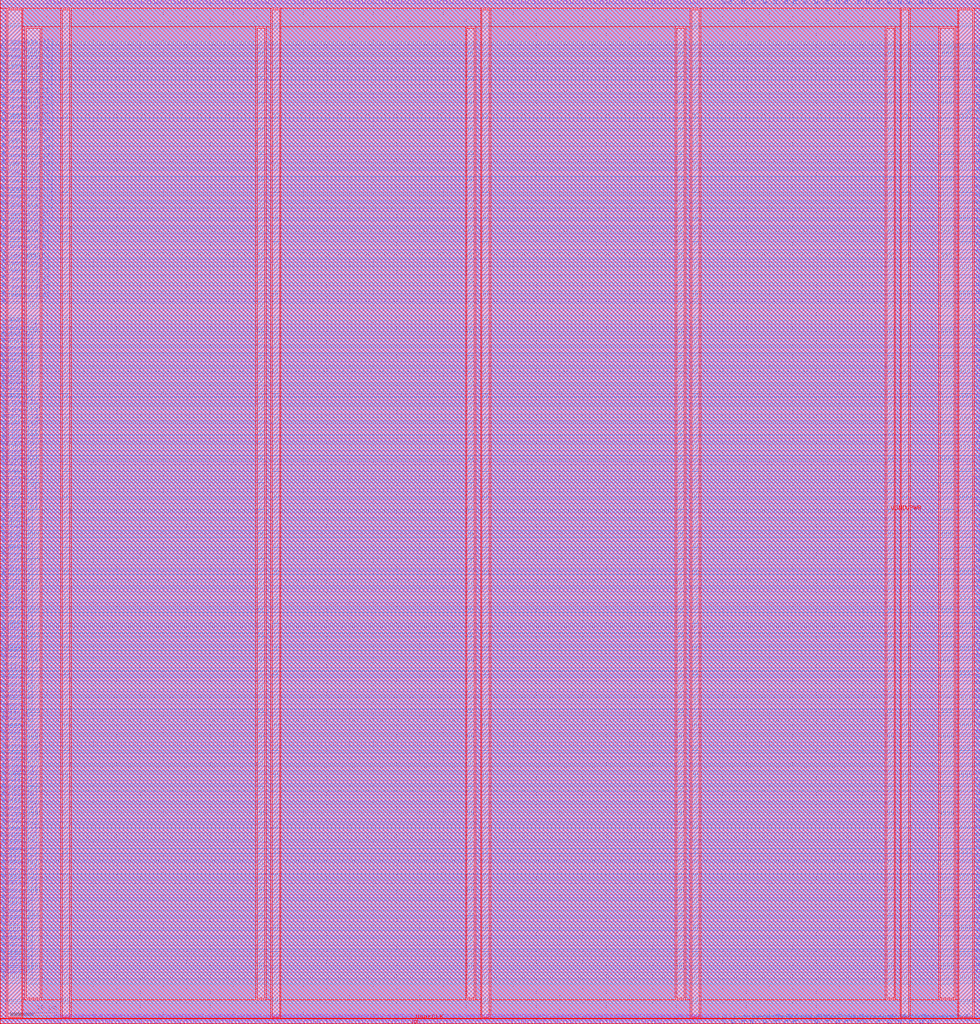
<source format=lef>
##
## LEF for PtnCells ;
## created by Innovus v15.20-p005_1 on Fri Jun 18 00:12:49 2021
##

VERSION 5.7 ;

BUSBITCHARS "[]" ;
DIVIDERCHAR "/" ;

MACRO LUT4AB
  CLASS BLOCK ;
  SIZE 210.2200 BY 219.6400 ;
  FOREIGN LUT4AB 0.0000 0.0000 ;
  ORIGIN 0 0 ;
  SYMMETRY X Y R90 ;
  PIN N1BEG[3]
    DIRECTION OUTPUT ;
    USE SIGNAL ;
    ANTENNAPARTIALMETALAREA 1.53935 LAYER li1  ;
    ANTENNAPARTIALMETALSIDEAREA 1.811 LAYER li1  ;
    ANTENNAPARTIALCUTAREA 0.0289 LAYER mcon  ;
    ANTENNAPARTIALMETALAREA 0.3004 LAYER met1  ;
    ANTENNAPARTIALMETALSIDEAREA 1.4245 LAYER met1  ;
    ANTENNAPARTIALCUTAREA 0.0225 LAYER via  ;
    ANTENNAPARTIALMETALAREA 0.2015 LAYER met2  ;
    ANTENNAPARTIALMETALSIDEAREA 0.8365 LAYER met2  ;
    ANTENNAPARTIALCUTAREA 0.04 LAYER via2  ;
    ANTENNAPARTIALMETALAREA 2.125 LAYER met3  ;
    ANTENNAPARTIALMETALSIDEAREA 11.8 LAYER met3  ;
    ANTENNAPARTIALCUTAREA 0.04 LAYER via3  ;
    ANTENNADIFFAREA 1.782 LAYER met4  ;
    ANTENNAPARTIALMETALAREA 32.5386 LAYER met4  ;
    ANTENNAPARTIALMETALSIDEAREA 176.832 LAYER met4  ;
    PORT
      LAYER li1 ;
        RECT 13.8400 218.9200 14.2200 219.6400 ;
    END
  END N1BEG[3]
  PIN N1BEG[2]
    DIRECTION OUTPUT ;
    USE SIGNAL ;
    ANTENNAPARTIALMETALAREA 0.84575 LAYER li1  ;
    ANTENNAPARTIALMETALSIDEAREA 0.995 LAYER li1  ;
    ANTENNAPARTIALCUTAREA 0.0289 LAYER mcon  ;
    ANTENNADIFFAREA 1.782 LAYER met1  ;
    ANTENNAPARTIALMETALAREA 30.1638 LAYER met1  ;
    ANTENNAPARTIALMETALSIDEAREA 150.745 LAYER met1  ;
    PORT
      LAYER li1 ;
        RECT 12.4600 218.9200 12.8400 219.6400 ;
    END
  END N1BEG[2]
  PIN N1BEG[1]
    DIRECTION OUTPUT ;
    USE SIGNAL ;
    ANTENNAPARTIALMETALAREA 1.27075 LAYER li1  ;
    ANTENNAPARTIALMETALSIDEAREA 1.495 LAYER li1  ;
    ANTENNAPARTIALCUTAREA 0.0289 LAYER mcon  ;
    ANTENNAPARTIALMETALAREA 19.3936 LAYER met1  ;
    ANTENNAPARTIALMETALSIDEAREA 96.8905 LAYER met1  ;
    ANTENNAPARTIALCUTAREA 0.0225 LAYER via  ;
    ANTENNADIFFAREA 1.782 LAYER met2  ;
    ANTENNAPARTIALMETALAREA 0.8356 LAYER met2  ;
    ANTENNAPARTIALMETALSIDEAREA 4.06 LAYER met2  ;
    PORT
      LAYER li1 ;
        RECT 11.0800 218.9200 11.4600 219.6400 ;
    END
  END N1BEG[1]
  PIN N1BEG[0]
    DIRECTION OUTPUT ;
    USE SIGNAL ;
    ANTENNAPARTIALMETALAREA 0.15215 LAYER li1  ;
    ANTENNAPARTIALMETALSIDEAREA 0.179 LAYER li1  ;
    ANTENNAPARTIALCUTAREA 0.0289 LAYER mcon  ;
    ANTENNAPARTIALMETALAREA 0.3648 LAYER met1  ;
    ANTENNAPARTIALMETALSIDEAREA 1.7465 LAYER met1  ;
    ANTENNAPARTIALCUTAREA 0.0225 LAYER via  ;
    ANTENNAPARTIALMETALAREA 0.1153 LAYER met2  ;
    ANTENNAPARTIALMETALSIDEAREA 0.4865 LAYER met2  ;
    ANTENNAPARTIALCUTAREA 0.04 LAYER via2  ;
    ANTENNADIFFAREA 1.782 LAYER met3  ;
    ANTENNAPARTIALMETALAREA 17.9658 LAYER met3  ;
    ANTENNAPARTIALMETALSIDEAREA 96.288 LAYER met3  ;
    PORT
      LAYER li1 ;
        RECT 10.1600 218.9200 10.5400 219.6400 ;
    END
  END N1BEG[0]
  PIN N2BEG[7]
    DIRECTION OUTPUT ;
    USE SIGNAL ;
    ANTENNAPARTIALMETALAREA 0.38335 LAYER li1  ;
    ANTENNAPARTIALMETALSIDEAREA 0.451 LAYER li1  ;
    ANTENNAPARTIALCUTAREA 0.0289 LAYER mcon  ;
    ANTENNADIFFAREA 1.782 LAYER met1  ;
    ANTENNAPARTIALMETALAREA 3.4574 LAYER met1  ;
    ANTENNAPARTIALMETALSIDEAREA 17.213 LAYER met1  ;
    PORT
      LAYER li1 ;
        RECT 24.8800 218.9200 25.2600 219.6400 ;
    END
  END N2BEG[7]
  PIN N2BEG[6]
    DIRECTION OUTPUT ;
    USE SIGNAL ;
    ANTENNAPARTIALMETALAREA 0.20995 LAYER li1  ;
    ANTENNAPARTIALMETALSIDEAREA 0.247 LAYER li1  ;
    ANTENNAPARTIALCUTAREA 0.0289 LAYER mcon  ;
    ANTENNAPARTIALMETALAREA 2.4872 LAYER met1  ;
    ANTENNAPARTIALMETALSIDEAREA 12.3585 LAYER met1  ;
    ANTENNAPARTIALCUTAREA 0.0225 LAYER via  ;
    ANTENNAPARTIALMETALAREA 5.2681 LAYER met2  ;
    ANTENNAPARTIALMETALSIDEAREA 26.1695 LAYER met2  ;
    ANTENNAPARTIALCUTAREA 0.04 LAYER via2  ;
    ANTENNAPARTIALMETALAREA 1.135 LAYER met3  ;
    ANTENNAPARTIALMETALSIDEAREA 6.52 LAYER met3  ;
    ANTENNAPARTIALCUTAREA 0.04 LAYER via3  ;
    ANTENNADIFFAREA 1.782 LAYER met4  ;
    ANTENNAPARTIALMETALAREA 40.0914 LAYER met4  ;
    ANTENNAPARTIALMETALSIDEAREA 215.232 LAYER met4  ;
    PORT
      LAYER li1 ;
        RECT 23.5000 218.9200 23.8800 219.6400 ;
    END
  END N2BEG[6]
  PIN N2BEG[5]
    DIRECTION OUTPUT ;
    USE SIGNAL ;
    ANTENNAPARTIALMETALAREA 0.78795 LAYER li1  ;
    ANTENNAPARTIALMETALSIDEAREA 0.927 LAYER li1  ;
    ANTENNAPARTIALCUTAREA 0.0289 LAYER mcon  ;
    ANTENNAPARTIALMETALAREA 1.0088 LAYER met1  ;
    ANTENNAPARTIALMETALSIDEAREA 4.9665 LAYER met1  ;
    ANTENNAPARTIALCUTAREA 0.0225 LAYER via  ;
    ANTENNADIFFAREA 1.782 LAYER met2  ;
    ANTENNAPARTIALMETALAREA 21.1216 LAYER met2  ;
    ANTENNAPARTIALMETALSIDEAREA 105.49 LAYER met2  ;
    PORT
      LAYER li1 ;
        RECT 22.1200 218.9200 22.5000 219.6400 ;
    END
  END N2BEG[5]
  PIN N2BEG[4]
    DIRECTION OUTPUT ;
    USE SIGNAL ;
    ANTENNAPARTIALMETALAREA 1.42375 LAYER li1  ;
    ANTENNAPARTIALMETALSIDEAREA 1.675 LAYER li1  ;
    ANTENNAPARTIALCUTAREA 0.0289 LAYER mcon  ;
    ANTENNAPARTIALMETALAREA 0.88 LAYER met1  ;
    ANTENNAPARTIALMETALSIDEAREA 4.3225 LAYER met1  ;
    ANTENNAPARTIALCUTAREA 0.0225 LAYER via  ;
    ANTENNAPARTIALMETALAREA 3.4145 LAYER met2  ;
    ANTENNAPARTIALMETALSIDEAREA 16.9015 LAYER met2  ;
    ANTENNAPARTIALCUTAREA 0.04 LAYER via2  ;
    ANTENNAPARTIALMETALAREA 1.918 LAYER met3  ;
    ANTENNAPARTIALMETALSIDEAREA 10.696 LAYER met3  ;
    ANTENNAPARTIALCUTAREA 0.04 LAYER via3  ;
    ANTENNADIFFAREA 1.782 LAYER met4  ;
    ANTENNAPARTIALMETALAREA 45.9234 LAYER met4  ;
    ANTENNAPARTIALMETALSIDEAREA 246.336 LAYER met4  ;
    PORT
      LAYER li1 ;
        RECT 20.7400 218.9200 21.1200 219.6400 ;
    END
  END N2BEG[4]
  PIN N2BEG[3]
    DIRECTION OUTPUT ;
    USE SIGNAL ;
    ANTENNAPARTIALMETALAREA 0.67235 LAYER li1  ;
    ANTENNAPARTIALMETALSIDEAREA 0.791 LAYER li1  ;
    ANTENNAPARTIALCUTAREA 0.0289 LAYER mcon  ;
    ANTENNAPARTIALMETALAREA 8.4792 LAYER met1  ;
    ANTENNAPARTIALMETALSIDEAREA 42.3185 LAYER met1  ;
    ANTENNAPARTIALCUTAREA 0.0225 LAYER via  ;
    ANTENNAPARTIALMETALAREA 1.8911 LAYER met2  ;
    ANTENNAPARTIALMETALSIDEAREA 9.1665 LAYER met2  ;
    ANTENNAPARTIALCUTAREA 0.04 LAYER via2  ;
    ANTENNAPARTIALMETALAREA 0.4 LAYER met3  ;
    ANTENNAPARTIALMETALSIDEAREA 2.6 LAYER met3  ;
    ANTENNAPARTIALCUTAREA 0.04 LAYER via3  ;
    ANTENNADIFFAREA 1.782 LAYER met4  ;
    ANTENNAPARTIALMETALAREA 31.2126 LAYER met4  ;
    ANTENNAPARTIALMETALSIDEAREA 167.408 LAYER met4  ;
    PORT
      LAYER li1 ;
        RECT 19.3600 218.9200 19.7400 219.6400 ;
    END
  END N2BEG[3]
  PIN N2BEG[2]
    DIRECTION OUTPUT ;
    USE SIGNAL ;
    ANTENNAPARTIALMETALAREA 0.26775 LAYER li1  ;
    ANTENNAPARTIALMETALSIDEAREA 0.315 LAYER li1  ;
    ANTENNAPARTIALCUTAREA 0.0289 LAYER mcon  ;
    ANTENNAPARTIALMETALAREA 9.686 LAYER met1  ;
    ANTENNAPARTIALMETALSIDEAREA 48.3525 LAYER met1  ;
    ANTENNAPARTIALCUTAREA 0.0225 LAYER via  ;
    ANTENNADIFFAREA 1.782 LAYER met2  ;
    ANTENNAPARTIALMETALAREA 5.2744 LAYER met2  ;
    ANTENNAPARTIALMETALSIDEAREA 25.9 LAYER met2  ;
    PORT
      LAYER li1 ;
        RECT 17.9800 218.9200 18.3600 219.6400 ;
    END
  END N2BEG[2]
  PIN N2BEG[1]
    DIRECTION OUTPUT ;
    USE SIGNAL ;
    ANTENNAPARTIALMETALAREA 1.53935 LAYER li1  ;
    ANTENNAPARTIALMETALSIDEAREA 1.811 LAYER li1  ;
    ANTENNAPARTIALCUTAREA 0.0289 LAYER mcon  ;
    ANTENNAPARTIALMETALAREA 0.8156 LAYER met1  ;
    ANTENNAPARTIALMETALSIDEAREA 4.0005 LAYER met1  ;
    ANTENNAPARTIALCUTAREA 0.0225 LAYER via  ;
    ANTENNAPARTIALMETALAREA 5.2835 LAYER met2  ;
    ANTENNAPARTIALMETALSIDEAREA 26.2465 LAYER met2  ;
    ANTENNAPARTIALCUTAREA 0.04 LAYER via2  ;
    ANTENNAPARTIALMETALAREA 18.775 LAYER met3  ;
    ANTENNAPARTIALMETALSIDEAREA 100.6 LAYER met3  ;
    ANTENNAPARTIALCUTAREA 0.04 LAYER via3  ;
    ANTENNADIFFAREA 1.782 LAYER met4  ;
    ANTENNAPARTIALMETALAREA 5.6634 LAYER met4  ;
    ANTENNAPARTIALMETALSIDEAREA 31.616 LAYER met4  ;
    PORT
      LAYER li1 ;
        RECT 16.6000 218.9200 16.9800 219.6400 ;
    END
  END N2BEG[1]
  PIN N2BEG[0]
    DIRECTION OUTPUT ;
    USE SIGNAL ;
    ANTENNAPARTIALCUTAREA 0.0289 LAYER mcon  ;
    ANTENNAPARTIALMETALAREA 0.0832 LAYER met1  ;
    ANTENNAPARTIALMETALSIDEAREA 0.406 LAYER met1  ;
    ANTENNAPARTIALCUTAREA 0.0225 LAYER via  ;
    ANTENNAPARTIALMETALAREA 0.1309 LAYER met2  ;
    ANTENNAPARTIALMETALSIDEAREA 0.5285 LAYER met2  ;
    ANTENNAPARTIALCUTAREA 0.04 LAYER via2  ;
    ANTENNAPARTIALMETALAREA 42.904 LAYER met3  ;
    ANTENNAPARTIALMETALSIDEAREA 229.288 LAYER met3  ;
    ANTENNAPARTIALCUTAREA 0.04 LAYER via3  ;
    ANTENNADIFFAREA 1.782 LAYER met4  ;
    ANTENNAPARTIALMETALAREA 4.3278 LAYER met4  ;
    ANTENNAPARTIALMETALSIDEAREA 23.552 LAYER met4  ;
    PORT
      LAYER li1 ;
        RECT 15.2200 218.9200 15.6000 219.6400 ;
    END
  END N2BEG[0]
  PIN N2BEGb[7]
    DIRECTION OUTPUT ;
    USE SIGNAL ;
    ANTENNAPARTIALMETALAREA 1.13475 LAYER li1  ;
    ANTENNAPARTIALMETALSIDEAREA 1.335 LAYER li1  ;
    ANTENNAPARTIALCUTAREA 0.0289 LAYER mcon  ;
    ANTENNAPARTIALMETALAREA 2.2968 LAYER met1  ;
    ANTENNAPARTIALMETALSIDEAREA 11.4065 LAYER met1  ;
    ANTENNAPARTIALCUTAREA 0.0225 LAYER via  ;
    ANTENNAPARTIALMETALAREA 1.7303 LAYER met2  ;
    ANTENNAPARTIALMETALSIDEAREA 8.4805 LAYER met2  ;
    ANTENNAPARTIALCUTAREA 0.04 LAYER via2  ;
    ANTENNAPARTIALMETALAREA 3.367 LAYER met3  ;
    ANTENNAPARTIALMETALSIDEAREA 18.424 LAYER met3  ;
    ANTENNAPARTIALCUTAREA 0.04 LAYER via3  ;
    ANTENNADIFFAREA 1.782 LAYER met4  ;
    ANTENNAPARTIALMETALAREA 55.4712 LAYER met4  ;
    ANTENNAPARTIALMETALSIDEAREA 297.728 LAYER met4  ;
    PORT
      LAYER li1 ;
        RECT 35.4600 218.9200 35.8400 219.6400 ;
    END
  END N2BEGb[7]
  PIN N2BEGb[6]
    DIRECTION OUTPUT ;
    USE SIGNAL ;
    ANTENNAPARTIALMETALAREA 1.71275 LAYER li1  ;
    ANTENNAPARTIALMETALSIDEAREA 2.015 LAYER li1  ;
    ANTENNAPARTIALCUTAREA 0.0289 LAYER mcon  ;
    ANTENNAPARTIALMETALAREA 0.236 LAYER met1  ;
    ANTENNAPARTIALMETALSIDEAREA 1.1025 LAYER met1  ;
    ANTENNAPARTIALCUTAREA 0.0225 LAYER via  ;
    ANTENNAPARTIALMETALAREA 0.5711 LAYER met2  ;
    ANTENNAPARTIALMETALSIDEAREA 2.6845 LAYER met2  ;
    ANTENNAPARTIALCUTAREA 0.04 LAYER via2  ;
    ANTENNAPARTIALMETALAREA 0.1905 LAYER met3  ;
    ANTENNAPARTIALMETALSIDEAREA 1.464 LAYER met3  ;
    ANTENNAPARTIALCUTAREA 0.04 LAYER via3  ;
    ANTENNADIFFAREA 1.782 LAYER met4  ;
    ANTENNAPARTIALMETALAREA 57.6048 LAYER met4  ;
    ANTENNAPARTIALMETALSIDEAREA 307.696 LAYER met4  ;
    PORT
      LAYER li1 ;
        RECT 34.0800 218.9200 34.4600 219.6400 ;
    END
  END N2BEGb[6]
  PIN N2BEGb[5]
    DIRECTION OUTPUT ;
    USE SIGNAL ;
    ANTENNAPARTIALMETALAREA 0.38335 LAYER li1  ;
    ANTENNAPARTIALMETALSIDEAREA 0.451 LAYER li1  ;
    ANTENNAPARTIALCUTAREA 0.0289 LAYER mcon  ;
    ANTENNAPARTIALMETALAREA 20.5192 LAYER met1  ;
    ANTENNAPARTIALMETALSIDEAREA 102.519 LAYER met1  ;
    ANTENNAPARTIALCUTAREA 0.0225 LAYER via  ;
    ANTENNAPARTIALMETALAREA 3.0547 LAYER met2  ;
    ANTENNAPARTIALMETALSIDEAREA 15.1025 LAYER met2  ;
    ANTENNAPARTIALCUTAREA 0.04 LAYER via2  ;
    ANTENNAPARTIALMETALAREA 1.297 LAYER met3  ;
    ANTENNAPARTIALMETALSIDEAREA 7.384 LAYER met3  ;
    ANTENNAPARTIALCUTAREA 0.04 LAYER via3  ;
    ANTENNADIFFAREA 1.782 LAYER met4  ;
    ANTENNAPARTIALMETALAREA 33.0906 LAYER met4  ;
    ANTENNAPARTIALMETALSIDEAREA 177.424 LAYER met4  ;
    PORT
      LAYER li1 ;
        RECT 33.1600 218.9200 33.5400 219.6400 ;
    END
  END N2BEGb[5]
  PIN N2BEGb[4]
    DIRECTION OUTPUT ;
    USE SIGNAL ;
    ANTENNAPARTIALMETALAREA 0.09435 LAYER li1  ;
    ANTENNAPARTIALMETALSIDEAREA 0.111 LAYER li1  ;
    ANTENNAPARTIALCUTAREA 0.0289 LAYER mcon  ;
    ANTENNAPARTIALMETALAREA 0.6224 LAYER met1  ;
    ANTENNAPARTIALMETALSIDEAREA 3.0345 LAYER met1  ;
    ANTENNAPARTIALCUTAREA 0.0225 LAYER via  ;
    ANTENNADIFFAREA 1.782 LAYER met2  ;
    ANTENNAPARTIALMETALAREA 15.4388 LAYER met2  ;
    ANTENNAPARTIALMETALSIDEAREA 76.958 LAYER met2  ;
    PORT
      LAYER li1 ;
        RECT 31.7800 218.9200 32.1600 219.6400 ;
    END
  END N2BEGb[4]
  PIN N2BEGb[3]
    DIRECTION OUTPUT ;
    USE SIGNAL ;
    ANTENNAPARTIALMETALAREA 0.11815 LAYER li1  ;
    ANTENNAPARTIALMETALSIDEAREA 0.139 LAYER li1  ;
    ANTENNAPARTIALCUTAREA 0.0289 LAYER mcon  ;
    ANTENNAPARTIALMETALAREA 2.7784 LAYER met1  ;
    ANTENNAPARTIALMETALSIDEAREA 13.8145 LAYER met1  ;
    ANTENNAPARTIALCUTAREA 0.0225 LAYER via  ;
    ANTENNAPARTIALMETALAREA 0.1335 LAYER met2  ;
    ANTENNAPARTIALMETALSIDEAREA 0.5355 LAYER met2  ;
    ANTENNAPARTIALCUTAREA 0.04 LAYER via2  ;
    ANTENNAPARTIALMETALAREA 0.1249 LAYER met3  ;
    ANTENNAPARTIALMETALSIDEAREA 1.136 LAYER met3  ;
    ANTENNAPARTIALCUTAREA 0.04 LAYER via3  ;
    ANTENNADIFFAREA 1.782 LAYER met4  ;
    ANTENNAPARTIALMETALAREA 44.2698 LAYER met4  ;
    ANTENNAPARTIALMETALSIDEAREA 236.576 LAYER met4  ;
    PORT
      LAYER li1 ;
        RECT 30.4000 218.9200 30.7800 219.6400 ;
    END
  END N2BEGb[3]
  PIN N2BEGb[2]
    DIRECTION OUTPUT ;
    USE SIGNAL ;
    ANTENNAPARTIALMETALAREA 0.15215 LAYER li1  ;
    ANTENNAPARTIALMETALSIDEAREA 0.179 LAYER li1  ;
    ANTENNAPARTIALCUTAREA 0.0289 LAYER mcon  ;
    ANTENNAPARTIALMETALAREA 1.636 LAYER met1  ;
    ANTENNAPARTIALMETALSIDEAREA 8.1025 LAYER met1  ;
    ANTENNAPARTIALCUTAREA 0.0225 LAYER via  ;
    ANTENNADIFFAREA 1.782 LAYER met2  ;
    ANTENNAPARTIALMETALAREA 17.1512 LAYER met2  ;
    ANTENNAPARTIALMETALSIDEAREA 85.638 LAYER met2  ;
    PORT
      LAYER li1 ;
        RECT 29.0200 218.9200 29.4000 219.6400 ;
    END
  END N2BEGb[2]
  PIN N2BEGb[1]
    DIRECTION OUTPUT ;
    USE SIGNAL ;
    ANTENNAPARTIALMETALAREA 1.71275 LAYER li1  ;
    ANTENNAPARTIALMETALSIDEAREA 2.015 LAYER li1  ;
    ANTENNAPARTIALCUTAREA 0.0289 LAYER mcon  ;
    ANTENNAPARTIALMETALAREA 0.0832 LAYER met1  ;
    ANTENNAPARTIALMETALSIDEAREA 0.406 LAYER met1  ;
    ANTENNAPARTIALCUTAREA 0.0225 LAYER via  ;
    ANTENNAPARTIALMETALAREA 0.5711 LAYER met2  ;
    ANTENNAPARTIALMETALSIDEAREA 2.6845 LAYER met2  ;
    ANTENNAPARTIALCUTAREA 0.04 LAYER via2  ;
    ANTENNAPARTIALMETALAREA 1.297 LAYER met3  ;
    ANTENNAPARTIALMETALSIDEAREA 7.384 LAYER met3  ;
    ANTENNAPARTIALCUTAREA 0.04 LAYER via3  ;
    ANTENNADIFFAREA 1.782 LAYER met4  ;
    ANTENNAPARTIALMETALAREA 38.2932 LAYER met4  ;
    ANTENNAPARTIALMETALSIDEAREA 206.112 LAYER met4  ;
    PORT
      LAYER li1 ;
        RECT 27.6400 218.9200 28.0200 219.6400 ;
    END
  END N2BEGb[1]
  PIN N2BEGb[0]
    DIRECTION OUTPUT ;
    USE SIGNAL ;
    ANTENNAPARTIALMETALAREA 0.38335 LAYER li1  ;
    ANTENNAPARTIALMETALSIDEAREA 0.451 LAYER li1  ;
    ANTENNAPARTIALCUTAREA 0.0289 LAYER mcon  ;
    ANTENNAPARTIALMETALAREA 0.6224 LAYER met1  ;
    ANTENNAPARTIALMETALSIDEAREA 3.0345 LAYER met1  ;
    ANTENNAPARTIALCUTAREA 0.0225 LAYER via  ;
    ANTENNAPARTIALMETALAREA 2.3925 LAYER met2  ;
    ANTENNAPARTIALMETALSIDEAREA 11.7915 LAYER met2  ;
    ANTENNAPARTIALCUTAREA 0.04 LAYER via2  ;
    ANTENNAPARTIALMETALAREA 0.262 LAYER met3  ;
    ANTENNAPARTIALMETALSIDEAREA 1.864 LAYER met3  ;
    ANTENNAPARTIALCUTAREA 0.04 LAYER via3  ;
    ANTENNADIFFAREA 1.782 LAYER met4  ;
    ANTENNAPARTIALMETALAREA 56.8644 LAYER met4  ;
    ANTENNAPARTIALMETALSIDEAREA 304.688 LAYER met4  ;
    PORT
      LAYER li1 ;
        RECT 26.2600 218.9200 26.6400 219.6400 ;
    END
  END N2BEGb[0]
  PIN N4BEG[15]
    DIRECTION OUTPUT ;
    USE SIGNAL ;
    ANTENNAPARTIALMETALAREA 0.15215 LAYER li1  ;
    ANTENNAPARTIALMETALSIDEAREA 0.179 LAYER li1  ;
    ANTENNAPARTIALCUTAREA 0.0289 LAYER mcon  ;
    ANTENNAPARTIALMETALAREA 1.0088 LAYER met1  ;
    ANTENNAPARTIALMETALSIDEAREA 4.9665 LAYER met1  ;
    ANTENNAPARTIALCUTAREA 0.0225 LAYER via  ;
    ANTENNAPARTIALMETALAREA 1.9851 LAYER met2  ;
    ANTENNAPARTIALMETALSIDEAREA 9.7545 LAYER met2  ;
    ANTENNAPARTIALCUTAREA 0.04 LAYER via2  ;
    ANTENNAPARTIALMETALAREA 0.262 LAYER met3  ;
    ANTENNAPARTIALMETALSIDEAREA 1.864 LAYER met3  ;
    ANTENNAPARTIALCUTAREA 0.04 LAYER via3  ;
    ANTENNADIFFAREA 1.782 LAYER met4  ;
    ANTENNAPARTIALMETALAREA 22.6518 LAYER met4  ;
    ANTENNAPARTIALMETALSIDEAREA 121.28 LAYER met4  ;
    PORT
      LAYER li1 ;
        RECT 57.0800 218.9200 57.4600 219.6400 ;
    END
  END N4BEG[15]
  PIN N4BEG[14]
    DIRECTION OUTPUT ;
    USE SIGNAL ;
    ANTENNAPARTIALMETALAREA 1.36595 LAYER li1  ;
    ANTENNAPARTIALMETALSIDEAREA 1.607 LAYER li1  ;
    ANTENNAPARTIALCUTAREA 0.0289 LAYER mcon  ;
    ANTENNAPARTIALMETALAREA 1.4596 LAYER met1  ;
    ANTENNAPARTIALMETALSIDEAREA 7.2205 LAYER met1  ;
    ANTENNAPARTIALCUTAREA 0.0225 LAYER via  ;
    ANTENNADIFFAREA 1.782 LAYER met2  ;
    ANTENNAPARTIALMETALAREA 4.5088 LAYER met2  ;
    ANTENNAPARTIALMETALSIDEAREA 22.19 LAYER met2  ;
    PORT
      LAYER li1 ;
        RECT 56.1600 218.9200 56.5400 219.6400 ;
    END
  END N4BEG[14]
  PIN N4BEG[13]
    DIRECTION OUTPUT ;
    USE SIGNAL ;
    ANTENNAPARTIALMETALAREA 0.44115 LAYER li1  ;
    ANTENNAPARTIALMETALSIDEAREA 0.519 LAYER li1  ;
    ANTENNAPARTIALCUTAREA 0.0289 LAYER mcon  ;
    ANTENNAPARTIALMETALAREA 2.1036 LAYER met1  ;
    ANTENNAPARTIALMETALSIDEAREA 10.4405 LAYER met1  ;
    ANTENNAPARTIALCUTAREA 0.0225 LAYER via  ;
    ANTENNAPARTIALMETALAREA 1.1059 LAYER met2  ;
    ANTENNAPARTIALMETALSIDEAREA 5.3585 LAYER met2  ;
    ANTENNAPARTIALCUTAREA 0.04 LAYER via2  ;
    ANTENNAPARTIALMETALAREA 0.262 LAYER met3  ;
    ANTENNAPARTIALMETALSIDEAREA 1.864 LAYER met3  ;
    ANTENNAPARTIALCUTAREA 0.04 LAYER via3  ;
    ANTENNADIFFAREA 1.782 LAYER met4  ;
    ANTENNAPARTIALMETALAREA 11.2416 LAYER met4  ;
    ANTENNAPARTIALMETALSIDEAREA 60.896 LAYER met4  ;
    PORT
      LAYER li1 ;
        RECT 54.7800 218.9200 55.1600 219.6400 ;
    END
  END N4BEG[13]
  PIN N4BEG[12]
    DIRECTION OUTPUT ;
    USE SIGNAL ;
    ANTENNAPARTIALMETALAREA 1.40675 LAYER li1  ;
    ANTENNAPARTIALMETALSIDEAREA 1.655 LAYER li1  ;
    ANTENNAPARTIALCUTAREA 0.0289 LAYER mcon  ;
    ANTENNAPARTIALMETALAREA 15.2244 LAYER met1  ;
    ANTENNAPARTIALMETALSIDEAREA 76.0445 LAYER met1  ;
    ANTENNAPARTIALCUTAREA 0.0225 LAYER via  ;
    ANTENNAPARTIALMETALAREA 3.1093 LAYER met2  ;
    ANTENNAPARTIALMETALSIDEAREA 15.3755 LAYER met2  ;
    ANTENNAPARTIALCUTAREA 0.04 LAYER via2  ;
    ANTENNAPARTIALMETALAREA 0.1249 LAYER met3  ;
    ANTENNAPARTIALMETALSIDEAREA 1.136 LAYER met3  ;
    ANTENNAPARTIALCUTAREA 0.04 LAYER via3  ;
    ANTENNADIFFAREA 1.782 LAYER met4  ;
    ANTENNAPARTIALMETALAREA 9.8178 LAYER met4  ;
    ANTENNAPARTIALMETALSIDEAREA 52.832 LAYER met4  ;
    PORT
      LAYER li1 ;
        RECT 53.4000 218.9200 53.7800 219.6400 ;
    END
  END N4BEG[12]
  PIN N4BEG[11]
    DIRECTION OUTPUT ;
    USE SIGNAL ;
    ANTENNAPARTIALMETALAREA 1.71275 LAYER li1  ;
    ANTENNAPARTIALMETALSIDEAREA 2.015 LAYER li1  ;
    ANTENNAPARTIALCUTAREA 0.0289 LAYER mcon  ;
    ANTENNAPARTIALMETALAREA 0.7512 LAYER met1  ;
    ANTENNAPARTIALMETALSIDEAREA 3.6785 LAYER met1  ;
    ANTENNAPARTIALCUTAREA 0.0225 LAYER via  ;
    ANTENNAPARTIALMETALAREA 1.8101 LAYER met2  ;
    ANTENNAPARTIALMETALSIDEAREA 8.8795 LAYER met2  ;
    ANTENNAPARTIALCUTAREA 0.04 LAYER via2  ;
    ANTENNAPARTIALMETALAREA 1.573 LAYER met3  ;
    ANTENNAPARTIALMETALSIDEAREA 8.856 LAYER met3  ;
    ANTENNAPARTIALCUTAREA 0.04 LAYER via3  ;
    ANTENNADIFFAREA 1.782 LAYER met4  ;
    ANTENNAPARTIALMETALAREA 40.8408 LAYER met4  ;
    ANTENNAPARTIALMETALSIDEAREA 218.288 LAYER met4  ;
    PORT
      LAYER li1 ;
        RECT 52.0200 218.9200 52.4000 219.6400 ;
    END
  END N4BEG[11]
  PIN N4BEG[10]
    DIRECTION OUTPUT ;
    USE SIGNAL ;
    ANTENNAPARTIALMETALAREA 1.25035 LAYER li1  ;
    ANTENNAPARTIALMETALSIDEAREA 1.471 LAYER li1  ;
    ANTENNAPARTIALCUTAREA 0.0289 LAYER mcon  ;
    ANTENNAPARTIALMETALAREA 2.7476 LAYER met1  ;
    ANTENNAPARTIALMETALSIDEAREA 13.6605 LAYER met1  ;
    ANTENNAPARTIALCUTAREA 0.0225 LAYER via  ;
    ANTENNADIFFAREA 1.782 LAYER met2  ;
    ANTENNAPARTIALMETALAREA 5.3436 LAYER met2  ;
    ANTENNAPARTIALMETALSIDEAREA 26.6 LAYER met2  ;
    PORT
      LAYER li1 ;
        RECT 50.6400 218.9200 51.0200 219.6400 ;
    END
  END N4BEG[10]
  PIN N4BEG[9]
    DIRECTION OUTPUT ;
    USE SIGNAL ;
    ANTENNAPARTIALMETALAREA 1.42375 LAYER li1  ;
    ANTENNAPARTIALMETALSIDEAREA 1.675 LAYER li1  ;
    ANTENNAPARTIALCUTAREA 0.0289 LAYER mcon  ;
    ANTENNAPARTIALMETALAREA 2.3444 LAYER met1  ;
    ANTENNAPARTIALMETALSIDEAREA 11.6445 LAYER met1  ;
    ANTENNAPARTIALCUTAREA 0.0225 LAYER via  ;
    ANTENNAPARTIALMETALAREA 1.7065 LAYER met2  ;
    ANTENNAPARTIALMETALSIDEAREA 8.3615 LAYER met2  ;
    ANTENNAPARTIALCUTAREA 0.04 LAYER via2  ;
    ANTENNAPARTIALMETALAREA 2.401 LAYER met3  ;
    ANTENNAPARTIALMETALSIDEAREA 13.272 LAYER met3  ;
    ANTENNAPARTIALCUTAREA 0.04 LAYER via3  ;
    ANTENNADIFFAREA 1.782 LAYER met4  ;
    ANTENNAPARTIALMETALAREA 33.8148 LAYER met4  ;
    ANTENNAPARTIALMETALSIDEAREA 180.816 LAYER met4  ;
    PORT
      LAYER li1 ;
        RECT 49.2600 218.9200 49.6400 219.6400 ;
    END
  END N4BEG[9]
  PIN N4BEG[8]
    DIRECTION OUTPUT ;
    USE SIGNAL ;
    ANTENNAPARTIALCUTAREA 0.0289 LAYER mcon  ;
    ANTENNAPARTIALMETALAREA 5.724 LAYER met1  ;
    ANTENNAPARTIALMETALSIDEAREA 28.5425 LAYER met1  ;
    ANTENNAPARTIALCUTAREA 0.0225 LAYER via  ;
    ANTENNAPARTIALMETALAREA 1.6197 LAYER met2  ;
    ANTENNAPARTIALMETALSIDEAREA 7.9275 LAYER met2  ;
    ANTENNAPARTIALCUTAREA 0.04 LAYER via2  ;
    ANTENNAPARTIALMETALAREA 3.781 LAYER met3  ;
    ANTENNAPARTIALMETALSIDEAREA 20.632 LAYER met3  ;
    ANTENNAPARTIALCUTAREA 0.04 LAYER via3  ;
    ANTENNADIFFAREA 1.782 LAYER met4  ;
    ANTENNAPARTIALMETALAREA 47.721 LAYER met4  ;
    ANTENNAPARTIALMETALSIDEAREA 256.864 LAYER met4  ;
    PORT
      LAYER li1 ;
        RECT 47.8800 218.9200 48.2600 219.6400 ;
    END
  END N4BEG[8]
  PIN N4BEG[7]
    DIRECTION OUTPUT ;
    USE SIGNAL ;
    ANTENNAPARTIALMETALAREA 1.71275 LAYER li1  ;
    ANTENNAPARTIALMETALSIDEAREA 2.015 LAYER li1  ;
    ANTENNAPARTIALCUTAREA 0.0289 LAYER mcon  ;
    ANTENNAPARTIALMETALAREA 0.0832 LAYER met1  ;
    ANTENNAPARTIALMETALSIDEAREA 0.406 LAYER met1  ;
    ANTENNAPARTIALCUTAREA 0.0225 LAYER via  ;
    ANTENNADIFFAREA 1.782 LAYER met2  ;
    ANTENNAPARTIALMETALAREA 1.964 LAYER met2  ;
    ANTENNAPARTIALMETALSIDEAREA 9.702 LAYER met2  ;
    PORT
      LAYER li1 ;
        RECT 46.5000 218.9200 46.8800 219.6400 ;
    END
  END N4BEG[7]
  PIN N4BEG[6]
    DIRECTION OUTPUT ;
    USE SIGNAL ;
    ANTENNAPARTIALMETALAREA 0.44115 LAYER li1  ;
    ANTENNAPARTIALMETALSIDEAREA 0.519 LAYER li1  ;
    ANTENNAPARTIALCUTAREA 0.0289 LAYER mcon  ;
    ANTENNAPARTIALMETALAREA 2.1036 LAYER met1  ;
    ANTENNAPARTIALMETALSIDEAREA 10.4405 LAYER met1  ;
    ANTENNAPARTIALCUTAREA 0.0225 LAYER via  ;
    ANTENNADIFFAREA 1.782 LAYER met2  ;
    ANTENNAPARTIALMETALAREA 5.2484 LAYER met2  ;
    ANTENNAPARTIALMETALSIDEAREA 26.124 LAYER met2  ;
    PORT
      LAYER li1 ;
        RECT 45.1200 218.9200 45.5000 219.6400 ;
    END
  END N4BEG[6]
  PIN N4BEG[5]
    DIRECTION OUTPUT ;
    USE SIGNAL ;
    ANTENNAPARTIALMETALAREA 0.20995 LAYER li1  ;
    ANTENNAPARTIALMETALSIDEAREA 0.247 LAYER li1  ;
    ANTENNAPARTIALCUTAREA 0.0289 LAYER mcon  ;
    ANTENNAPARTIALMETALAREA 4.5172 LAYER met1  ;
    ANTENNAPARTIALMETALSIDEAREA 22.5085 LAYER met1  ;
    ANTENNAPARTIALCUTAREA 0.0225 LAYER via  ;
    ANTENNAPARTIALMETALAREA 0.1673 LAYER met2  ;
    ANTENNAPARTIALMETALSIDEAREA 0.6265 LAYER met2  ;
    ANTENNAPARTIALCUTAREA 0.04 LAYER via2  ;
    ANTENNAPARTIALMETALAREA 6.034 LAYER met3  ;
    ANTENNAPARTIALMETALSIDEAREA 32.648 LAYER met3  ;
    ANTENNAPARTIALCUTAREA 0.04 LAYER via3  ;
    ANTENNADIFFAREA 1.782 LAYER met4  ;
    ANTENNAPARTIALMETALAREA 7.8372 LAYER met4  ;
    ANTENNAPARTIALMETALSIDEAREA 43.68 LAYER met4  ;
    PORT
      LAYER li1 ;
        RECT 43.7400 218.9200 44.1200 219.6400 ;
    END
  END N4BEG[5]
  PIN N4BEG[4]
    DIRECTION OUTPUT ;
    USE SIGNAL ;
    ANTENNAPARTIALMETALAREA 1.71275 LAYER li1  ;
    ANTENNAPARTIALMETALSIDEAREA 2.015 LAYER li1  ;
    ANTENNAPARTIALCUTAREA 0.0289 LAYER mcon  ;
    ANTENNAPARTIALMETALAREA 0.0832 LAYER met1  ;
    ANTENNAPARTIALMETALSIDEAREA 0.406 LAYER met1  ;
    ANTENNAPARTIALCUTAREA 0.0225 LAYER via  ;
    ANTENNAPARTIALMETALAREA 0.8619 LAYER met2  ;
    ANTENNAPARTIALMETALSIDEAREA 3.9025 LAYER met2  ;
    ANTENNAPARTIALCUTAREA 0.04 LAYER via2  ;
    ANTENNAPARTIALMETALAREA 10.105 LAYER met3  ;
    ANTENNAPARTIALMETALSIDEAREA 54.36 LAYER met3  ;
    ANTENNAPARTIALCUTAREA 0.04 LAYER via3  ;
    ANTENNADIFFAREA 1.782 LAYER met4  ;
    ANTENNAPARTIALMETALAREA 48.3678 LAYER met4  ;
    ANTENNAPARTIALMETALSIDEAREA 258.432 LAYER met4  ;
    PORT
      LAYER li1 ;
        RECT 42.3600 218.9200 42.7400 219.6400 ;
    END
  END N4BEG[4]
  PIN N4BEG[3]
    DIRECTION OUTPUT ;
    USE SIGNAL ;
    ANTENNAPARTIALMETALAREA 1.71275 LAYER li1  ;
    ANTENNAPARTIALMETALSIDEAREA 2.015 LAYER li1  ;
    ANTENNAPARTIALCUTAREA 0.0289 LAYER mcon  ;
    ANTENNAPARTIALMETALAREA 0.0832 LAYER met1  ;
    ANTENNAPARTIALMETALSIDEAREA 0.406 LAYER met1  ;
    ANTENNAPARTIALCUTAREA 0.0225 LAYER via  ;
    ANTENNADIFFAREA 1.782 LAYER met2  ;
    ANTENNAPARTIALMETALAREA 2.2804 LAYER met2  ;
    ANTENNAPARTIALMETALSIDEAREA 11.284 LAYER met2  ;
    PORT
      LAYER li1 ;
        RECT 40.9800 218.9200 41.3600 219.6400 ;
    END
  END N4BEG[3]
  PIN N4BEG[2]
    DIRECTION OUTPUT ;
    USE SIGNAL ;
    ANTENNAPARTIALMETALAREA 0.09435 LAYER li1  ;
    ANTENNAPARTIALMETALSIDEAREA 0.111 LAYER li1  ;
    ANTENNAPARTIALCUTAREA 0.0289 LAYER mcon  ;
    ANTENNAPARTIALMETALAREA 7.3676 LAYER met1  ;
    ANTENNAPARTIALMETALSIDEAREA 36.7605 LAYER met1  ;
    ANTENNAPARTIALCUTAREA 0.0225 LAYER via  ;
    ANTENNAPARTIALMETALAREA 2.1795 LAYER met2  ;
    ANTENNAPARTIALMETALSIDEAREA 10.6085 LAYER met2  ;
    ANTENNAPARTIALCUTAREA 0.04 LAYER via2  ;
    ANTENNAPARTIALMETALAREA 0.883 LAYER met3  ;
    ANTENNAPARTIALMETALSIDEAREA 5.176 LAYER met3  ;
    ANTENNAPARTIALCUTAREA 0.04 LAYER via3  ;
    ANTENNADIFFAREA 1.782 LAYER met4  ;
    ANTENNAPARTIALMETALAREA 43.3386 LAYER met4  ;
    ANTENNAPARTIALMETALSIDEAREA 232.08 LAYER met4  ;
    PORT
      LAYER li1 ;
        RECT 39.6000 218.9200 39.9800 219.6400 ;
    END
  END N4BEG[2]
  PIN N4BEG[1]
    DIRECTION OUTPUT ;
    USE SIGNAL ;
    ANTENNAPARTIALMETALAREA 0.78795 LAYER li1  ;
    ANTENNAPARTIALMETALSIDEAREA 0.927 LAYER li1  ;
    ANTENNAPARTIALCUTAREA 0.0289 LAYER mcon  ;
    ANTENNAPARTIALMETALAREA 1.958 LAYER met1  ;
    ANTENNAPARTIALMETALSIDEAREA 9.7125 LAYER met1  ;
    ANTENNAPARTIALCUTAREA 0.0225 LAYER via  ;
    ANTENNADIFFAREA 1.782 LAYER met2  ;
    ANTENNAPARTIALMETALAREA 1.2024 LAYER met2  ;
    ANTENNAPARTIALMETALSIDEAREA 5.894 LAYER met2  ;
    PORT
      LAYER li1 ;
        RECT 38.2200 218.9200 38.6000 219.6400 ;
    END
  END N4BEG[1]
  PIN N4BEG[0]
    DIRECTION OUTPUT ;
    USE SIGNAL ;
    ANTENNAPARTIALMETALAREA 1.36595 LAYER li1  ;
    ANTENNAPARTIALMETALSIDEAREA 1.607 LAYER li1  ;
    ANTENNAPARTIALCUTAREA 0.0289 LAYER mcon  ;
    ANTENNAPARTIALMETALAREA 1.1376 LAYER met1  ;
    ANTENNAPARTIALMETALSIDEAREA 5.6105 LAYER met1  ;
    ANTENNAPARTIALCUTAREA 0.0225 LAYER via  ;
    ANTENNAPARTIALMETALAREA 1.9683 LAYER met2  ;
    ANTENNAPARTIALMETALSIDEAREA 9.6705 LAYER met2  ;
    ANTENNAPARTIALCUTAREA 0.04 LAYER via2  ;
    ANTENNAPARTIALMETALAREA 1.504 LAYER met3  ;
    ANTENNAPARTIALMETALSIDEAREA 8.488 LAYER met3  ;
    ANTENNAPARTIALCUTAREA 0.04 LAYER via3  ;
    ANTENNADIFFAREA 1.782 LAYER met4  ;
    ANTENNAPARTIALMETALAREA 55.2066 LAYER met4  ;
    ANTENNAPARTIALMETALSIDEAREA 297.728 LAYER met4  ;
    PORT
      LAYER li1 ;
        RECT 36.8400 218.9200 37.2200 219.6400 ;
    END
  END N4BEG[0]
  PIN NN4BEG[15]
    DIRECTION OUTPUT ;
    USE SIGNAL ;
    ANTENNAPARTIALMETALAREA 1.58015 LAYER li1  ;
    ANTENNAPARTIALMETALSIDEAREA 1.859 LAYER li1  ;
    ANTENNAPARTIALCUTAREA 0.0289 LAYER mcon  ;
    ANTENNAPARTIALMETALAREA 1.0088 LAYER met1  ;
    ANTENNAPARTIALMETALSIDEAREA 4.9665 LAYER met1  ;
    ANTENNAPARTIALCUTAREA 0.0225 LAYER via  ;
    ANTENNADIFFAREA 1.782 LAYER met2  ;
    ANTENNAPARTIALMETALAREA 5.6124 LAYER met2  ;
    ANTENNAPARTIALMETALSIDEAREA 27.944 LAYER met2  ;
    PORT
      LAYER li1 ;
        RECT 79.1600 218.9200 79.5400 219.6400 ;
    END
  END NN4BEG[15]
  PIN NN4BEG[14]
    DIRECTION OUTPUT ;
    USE SIGNAL ;
    ANTENNAPARTIALMETALAREA 0.11815 LAYER li1  ;
    ANTENNAPARTIALMETALSIDEAREA 0.139 LAYER li1  ;
    ANTENNAPARTIALCUTAREA 0.0289 LAYER mcon  ;
    ANTENNAPARTIALMETALAREA 0.6868 LAYER met1  ;
    ANTENNAPARTIALMETALSIDEAREA 3.3565 LAYER met1  ;
    ANTENNAPARTIALCUTAREA 0.0225 LAYER via  ;
    ANTENNAPARTIALMETALAREA 0.2435 LAYER met2  ;
    ANTENNAPARTIALMETALSIDEAREA 1.0465 LAYER met2  ;
    ANTENNAPARTIALCUTAREA 0.04 LAYER via2  ;
    ANTENNAPARTIALMETALAREA 0.4 LAYER met3  ;
    ANTENNAPARTIALMETALSIDEAREA 2.6 LAYER met3  ;
    ANTENNAPARTIALCUTAREA 0.04 LAYER via3  ;
    ANTENNADIFFAREA 1.782 LAYER met4  ;
    ANTENNAPARTIALMETALAREA 24.0594 LAYER met4  ;
    ANTENNAPARTIALMETALSIDEAREA 129.728 LAYER met4  ;
    PORT
      LAYER li1 ;
        RECT 77.7800 218.9200 78.1600 219.6400 ;
    END
  END NN4BEG[14]
  PIN NN4BEG[13]
    DIRECTION OUTPUT ;
    USE SIGNAL ;
    ANTENNAPARTIALMETALAREA 1.71275 LAYER li1  ;
    ANTENNAPARTIALMETALSIDEAREA 2.015 LAYER li1  ;
    ANTENNAPARTIALCUTAREA 0.0289 LAYER mcon  ;
    ANTENNAPARTIALMETALAREA 0.0832 LAYER met1  ;
    ANTENNAPARTIALMETALSIDEAREA 0.406 LAYER met1  ;
    ANTENNAPARTIALCUTAREA 0.0225 LAYER via  ;
    ANTENNAPARTIALMETALAREA 0.1075 LAYER met2  ;
    ANTENNAPARTIALMETALSIDEAREA 0.4655 LAYER met2  ;
    ANTENNAPARTIALCUTAREA 0.04 LAYER via2  ;
    ANTENNAPARTIALMETALAREA 0.952 LAYER met3  ;
    ANTENNAPARTIALMETALSIDEAREA 5.544 LAYER met3  ;
    ANTENNAPARTIALCUTAREA 0.04 LAYER via3  ;
    ANTENNADIFFAREA 1.782 LAYER met4  ;
    ANTENNAPARTIALMETALAREA 31.2912 LAYER met4  ;
    ANTENNAPARTIALMETALSIDEAREA 168.768 LAYER met4  ;
    PORT
      LAYER li1 ;
        RECT 76.4000 218.9200 76.7800 219.6400 ;
    END
  END NN4BEG[13]
  PIN NN4BEG[12]
    DIRECTION OUTPUT ;
    USE SIGNAL ;
    ANTENNAPARTIALMETALAREA 0.78795 LAYER li1  ;
    ANTENNAPARTIALMETALSIDEAREA 0.927 LAYER li1  ;
    ANTENNAPARTIALCUTAREA 0.0289 LAYER mcon  ;
    ANTENNAPARTIALMETALAREA 1.5884 LAYER met1  ;
    ANTENNAPARTIALMETALSIDEAREA 7.8645 LAYER met1  ;
    ANTENNAPARTIALCUTAREA 0.0225 LAYER via  ;
    ANTENNAPARTIALMETALAREA 0.9057 LAYER met2  ;
    ANTENNAPARTIALMETALSIDEAREA 4.3575 LAYER met2  ;
    ANTENNAPARTIALCUTAREA 0.04 LAYER via2  ;
    ANTENNAPARTIALMETALAREA 1.297 LAYER met3  ;
    ANTENNAPARTIALMETALSIDEAREA 7.384 LAYER met3  ;
    ANTENNAPARTIALCUTAREA 0.04 LAYER via3  ;
    ANTENNADIFFAREA 1.782 LAYER met4  ;
    ANTENNAPARTIALMETALAREA 24.9426 LAYER met4  ;
    ANTENNAPARTIALMETALSIDEAREA 133.968 LAYER met4  ;
    PORT
      LAYER li1 ;
        RECT 75.0200 218.9200 75.4000 219.6400 ;
    END
  END NN4BEG[12]
  PIN NN4BEG[11]
    DIRECTION OUTPUT ;
    USE SIGNAL ;
    ANTENNAPARTIALMETALAREA 0.69275 LAYER li1  ;
    ANTENNAPARTIALMETALSIDEAREA 0.815 LAYER li1  ;
    ANTENNAPARTIALCUTAREA 0.0289 LAYER mcon  ;
    ANTENNAPARTIALMETALAREA 3.0052 LAYER met1  ;
    ANTENNAPARTIALMETALSIDEAREA 14.9485 LAYER met1  ;
    ANTENNAPARTIALCUTAREA 0.0225 LAYER via  ;
    ANTENNADIFFAREA 1.782 LAYER met2  ;
    ANTENNAPARTIALMETALAREA 2.1068 LAYER met2  ;
    ANTENNAPARTIALMETALSIDEAREA 10.416 LAYER met2  ;
    PORT
      LAYER li1 ;
        RECT 73.6400 218.9200 74.0200 219.6400 ;
    END
  END NN4BEG[11]
  PIN NN4BEG[10]
    DIRECTION OUTPUT ;
    USE SIGNAL ;
    ANTENNAPARTIALCUTAREA 0.0289 LAYER mcon  ;
    ANTENNAPARTIALMETALAREA 13.452 LAYER met1  ;
    ANTENNAPARTIALMETALSIDEAREA 67.1825 LAYER met1  ;
    ANTENNAPARTIALCUTAREA 0.0225 LAYER via  ;
    ANTENNADIFFAREA 1.782 LAYER met2  ;
    ANTENNAPARTIALMETALAREA 2.7256 LAYER met2  ;
    ANTENNAPARTIALMETALSIDEAREA 13.51 LAYER met2  ;
    PORT
      LAYER li1 ;
        RECT 72.2600 218.9200 72.6400 219.6400 ;
    END
  END NN4BEG[10]
  PIN NN4BEG[9]
    DIRECTION OUTPUT ;
    USE SIGNAL ;
    ANTENNAPARTIALMETALAREA 1.71275 LAYER li1  ;
    ANTENNAPARTIALMETALSIDEAREA 2.015 LAYER li1  ;
    ANTENNAPARTIALCUTAREA 0.0289 LAYER mcon  ;
    ANTENNAPARTIALMETALAREA 0.0832 LAYER met1  ;
    ANTENNAPARTIALMETALSIDEAREA 0.406 LAYER met1  ;
    ANTENNAPARTIALCUTAREA 0.0225 LAYER via  ;
    ANTENNAPARTIALMETALAREA 0.1075 LAYER met2  ;
    ANTENNAPARTIALMETALSIDEAREA 0.4655 LAYER met2  ;
    ANTENNAPARTIALCUTAREA 0.04 LAYER via2  ;
    ANTENNAPARTIALMETALAREA 0.1249 LAYER met3  ;
    ANTENNAPARTIALMETALSIDEAREA 1.136 LAYER met3  ;
    ANTENNAPARTIALCUTAREA 0.04 LAYER via3  ;
    ANTENNADIFFAREA 1.782 LAYER met4  ;
    ANTENNAPARTIALMETALAREA 36.9978 LAYER met4  ;
    ANTENNAPARTIALMETALSIDEAREA 197.792 LAYER met4  ;
    PORT
      LAYER li1 ;
        RECT 70.8800 218.9200 71.2600 219.6400 ;
    END
  END NN4BEG[9]
  PIN NN4BEG[8]
    DIRECTION OUTPUT ;
    USE SIGNAL ;
    ANTENNAPARTIALMETALAREA 0.44115 LAYER li1  ;
    ANTENNAPARTIALMETALSIDEAREA 0.519 LAYER li1  ;
    ANTENNAPARTIALCUTAREA 0.0289 LAYER mcon  ;
    ANTENNAPARTIALMETALAREA 3.3272 LAYER met1  ;
    ANTENNAPARTIALMETALSIDEAREA 16.5585 LAYER met1  ;
    ANTENNAPARTIALCUTAREA 0.0225 LAYER via  ;
    ANTENNAPARTIALMETALAREA 2.4103 LAYER met2  ;
    ANTENNAPARTIALMETALSIDEAREA 11.6445 LAYER met2  ;
    ANTENNAPARTIALCUTAREA 0.04 LAYER via2  ;
    ANTENNAPARTIALMETALAREA 0.1905 LAYER met3  ;
    ANTENNAPARTIALMETALSIDEAREA 1.464 LAYER met3  ;
    ANTENNAPARTIALCUTAREA 0.04 LAYER via3  ;
    ANTENNADIFFAREA 1.782 LAYER met4  ;
    ANTENNAPARTIALMETALAREA 2.7354 LAYER met4  ;
    ANTENNAPARTIALMETALSIDEAREA 16 LAYER met4  ;
    PORT
      LAYER li1 ;
        RECT 69.5000 218.9200 69.8800 219.6400 ;
    END
  END NN4BEG[8]
  PIN NN4BEG[7]
    DIRECTION OUTPUT ;
    USE SIGNAL ;
    ANTENNAPARTIALCUTAREA 0.0289 LAYER mcon  ;
    ANTENNAPARTIALMETALAREA 7.32 LAYER met1  ;
    ANTENNAPARTIALMETALSIDEAREA 36.5225 LAYER met1  ;
    ANTENNAPARTIALCUTAREA 0.0225 LAYER via  ;
    ANTENNADIFFAREA 1.782 LAYER met2  ;
    ANTENNAPARTIALMETALAREA 3.4872 LAYER met2  ;
    ANTENNAPARTIALMETALSIDEAREA 17.318 LAYER met2  ;
    PORT
      LAYER li1 ;
        RECT 68.1200 218.9200 68.5000 219.6400 ;
    END
  END NN4BEG[7]
  PIN NN4BEG[6]
    DIRECTION OUTPUT ;
    USE SIGNAL ;
    ANTENNAPARTIALMETALAREA 1.36595 LAYER li1  ;
    ANTENNAPARTIALMETALSIDEAREA 1.607 LAYER li1  ;
    ANTENNAPARTIALCUTAREA 0.0289 LAYER mcon  ;
    ANTENNAPARTIALMETALAREA 15.9496 LAYER met1  ;
    ANTENNAPARTIALMETALSIDEAREA 79.6705 LAYER met1  ;
    ANTENNAPARTIALCUTAREA 0.0225 LAYER via  ;
    ANTENNADIFFAREA 1.782 LAYER met2  ;
    ANTENNAPARTIALMETALAREA 3.8036 LAYER met2  ;
    ANTENNAPARTIALMETALSIDEAREA 18.9 LAYER met2  ;
    PORT
      LAYER li1 ;
        RECT 66.7400 218.9200 67.1200 219.6400 ;
    END
  END NN4BEG[6]
  PIN NN4BEG[5]
    DIRECTION OUTPUT ;
    USE SIGNAL ;
    ANTENNAPARTIALMETALAREA 1.71275 LAYER li1  ;
    ANTENNAPARTIALMETALSIDEAREA 2.015 LAYER li1  ;
    ANTENNAPARTIALCUTAREA 0.0289 LAYER mcon  ;
    ANTENNAPARTIALMETALAREA 1.1376 LAYER met1  ;
    ANTENNAPARTIALMETALSIDEAREA 5.6105 LAYER met1  ;
    ANTENNAPARTIALCUTAREA 0.0225 LAYER via  ;
    ANTENNADIFFAREA 1.782 LAYER met2  ;
    ANTENNAPARTIALMETALAREA 5.216 LAYER met2  ;
    ANTENNAPARTIALMETALSIDEAREA 25.844 LAYER met2  ;
    PORT
      LAYER li1 ;
        RECT 65.3600 218.9200 65.7400 219.6400 ;
    END
  END NN4BEG[5]
  PIN NN4BEG[4]
    DIRECTION OUTPUT ;
    USE SIGNAL ;
    ANTENNAPARTIALMETALAREA 0.78795 LAYER li1  ;
    ANTENNAPARTIALMETALSIDEAREA 0.927 LAYER li1  ;
    ANTENNAPARTIALCUTAREA 0.0289 LAYER mcon  ;
    ANTENNAPARTIALMETALAREA 2.168 LAYER met1  ;
    ANTENNAPARTIALMETALSIDEAREA 10.7625 LAYER met1  ;
    ANTENNAPARTIALCUTAREA 0.0225 LAYER via  ;
    ANTENNAPARTIALMETALAREA 0.8203 LAYER met2  ;
    ANTENNAPARTIALMETALSIDEAREA 3.9305 LAYER met2  ;
    ANTENNAPARTIALCUTAREA 0.04 LAYER via2  ;
    ANTENNAPARTIALMETALAREA 1.297 LAYER met3  ;
    ANTENNAPARTIALMETALSIDEAREA 7.384 LAYER met3  ;
    ANTENNAPARTIALCUTAREA 0.04 LAYER via3  ;
    ANTENNADIFFAREA 1.782 LAYER met4  ;
    ANTENNAPARTIALMETALAREA 53.5788 LAYER met4  ;
    ANTENNAPARTIALMETALSIDEAREA 286.224 LAYER met4  ;
    PORT
      LAYER li1 ;
        RECT 63.9800 218.9200 64.3600 219.6400 ;
    END
  END NN4BEG[4]
  PIN NN4BEG[3]
    DIRECTION OUTPUT ;
    USE SIGNAL ;
    ANTENNAPARTIALMETALAREA 0.55675 LAYER li1  ;
    ANTENNAPARTIALMETALSIDEAREA 0.655 LAYER li1  ;
    ANTENNAPARTIALCUTAREA 0.0289 LAYER mcon  ;
    ANTENNAPARTIALMETALAREA 2.8764 LAYER met1  ;
    ANTENNAPARTIALMETALSIDEAREA 14.3045 LAYER met1  ;
    ANTENNAPARTIALCUTAREA 0.0225 LAYER via  ;
    ANTENNAPARTIALMETALAREA 1.0961 LAYER met2  ;
    ANTENNAPARTIALMETALSIDEAREA 5.3095 LAYER met2  ;
    ANTENNAPARTIALCUTAREA 0.04 LAYER via2  ;
    ANTENNAPARTIALMETALAREA 0.4 LAYER met3  ;
    ANTENNAPARTIALMETALSIDEAREA 2.6 LAYER met3  ;
    ANTENNAPARTIALCUTAREA 0.04 LAYER via3  ;
    ANTENNADIFFAREA 1.782 LAYER met4  ;
    ANTENNAPARTIALMETALAREA 17.0508 LAYER met4  ;
    ANTENNAPARTIALMETALSIDEAREA 91.408 LAYER met4  ;
    PORT
      LAYER li1 ;
        RECT 62.6000 218.9200 62.9800 219.6400 ;
    END
  END NN4BEG[3]
  PIN NN4BEG[2]
    DIRECTION OUTPUT ;
    USE SIGNAL ;
    ANTENNAPARTIALMETALAREA 0.55675 LAYER li1  ;
    ANTENNAPARTIALMETALSIDEAREA 0.655 LAYER li1  ;
    ANTENNAPARTIALCUTAREA 0.0289 LAYER mcon  ;
    ANTENNAPARTIALMETALAREA 3.6968 LAYER met1  ;
    ANTENNAPARTIALMETALSIDEAREA 18.4065 LAYER met1  ;
    ANTENNAPARTIALCUTAREA 0.0225 LAYER via  ;
    ANTENNAPARTIALMETALAREA 2.9763 LAYER met2  ;
    ANTENNAPARTIALMETALSIDEAREA 14.7105 LAYER met2  ;
    ANTENNAPARTIALCUTAREA 0.04 LAYER via2  ;
    ANTENNAPARTIALMETALAREA 1.642 LAYER met3  ;
    ANTENNAPARTIALMETALSIDEAREA 9.224 LAYER met3  ;
    ANTENNAPARTIALCUTAREA 0.04 LAYER via3  ;
    ANTENNADIFFAREA 1.782 LAYER met4  ;
    ANTENNAPARTIALMETALAREA 43.6968 LAYER met4  ;
    ANTENNAPARTIALMETALSIDEAREA 233.52 LAYER met4  ;
    PORT
      LAYER li1 ;
        RECT 61.2200 218.9200 61.6000 219.6400 ;
    END
  END NN4BEG[2]
  PIN NN4BEG[1]
    DIRECTION OUTPUT ;
    USE SIGNAL ;
    ANTENNAPARTIALMETALAREA 1.42375 LAYER li1  ;
    ANTENNAPARTIALMETALSIDEAREA 1.675 LAYER li1  ;
    ANTENNAPARTIALCUTAREA 0.0289 LAYER mcon  ;
    ANTENNAPARTIALMETALAREA 1.7172 LAYER met1  ;
    ANTENNAPARTIALMETALSIDEAREA 8.5085 LAYER met1  ;
    ANTENNAPARTIALCUTAREA 0.0225 LAYER via  ;
    ANTENNAPARTIALMETALAREA 0.2967 LAYER met2  ;
    ANTENNAPARTIALMETALSIDEAREA 1.3125 LAYER met2  ;
    ANTENNAPARTIALCUTAREA 0.04 LAYER via2  ;
    ANTENNAPARTIALMETALAREA 1.228 LAYER met3  ;
    ANTENNAPARTIALMETALSIDEAREA 7.016 LAYER met3  ;
    ANTENNAPARTIALCUTAREA 0.04 LAYER via3  ;
    ANTENNADIFFAREA 1.782 LAYER met4  ;
    ANTENNAPARTIALMETALAREA 59.0442 LAYER met4  ;
    ANTENNAPARTIALMETALSIDEAREA 316.784 LAYER met4  ;
    PORT
      LAYER li1 ;
        RECT 59.8400 218.9200 60.2200 219.6400 ;
    END
  END NN4BEG[1]
  PIN NN4BEG[0]
    DIRECTION OUTPUT ;
    USE SIGNAL ;
    ANTENNAPARTIALMETALAREA 1.21295 LAYER li1  ;
    ANTENNAPARTIALMETALSIDEAREA 1.427 LAYER li1  ;
    ANTENNAPARTIALCUTAREA 0.0289 LAYER mcon  ;
    ANTENNAPARTIALMETALAREA 15.9328 LAYER met1  ;
    ANTENNAPARTIALMETALSIDEAREA 79.5865 LAYER met1  ;
    ANTENNAPARTIALCUTAREA 0.0225 LAYER via  ;
    ANTENNADIFFAREA 1.782 LAYER met2  ;
    ANTENNAPARTIALMETALAREA 2.5996 LAYER met2  ;
    ANTENNAPARTIALMETALSIDEAREA 12.88 LAYER met2  ;
    PORT
      LAYER li1 ;
        RECT 58.4600 218.9200 58.8400 219.6400 ;
    END
  END NN4BEG[0]
  PIN Co
    DIRECTION OUTPUT ;
    USE SIGNAL ;
    ANTENNAPARTIALMETALAREA 5.0209 LAYER met2  ;
    ANTENNAPARTIALMETALSIDEAREA 24.8255 LAYER met2  ;
    ANTENNAPARTIALCUTAREA 0.04 LAYER via2  ;
    ANTENNAPARTIALMETALAREA 3.067 LAYER met3  ;
    ANTENNAPARTIALMETALSIDEAREA 16.824 LAYER met3  ;
    ANTENNAPARTIALCUTAREA 0.04 LAYER via3  ;
    ANTENNADIFFAREA 1.782 LAYER met4  ;
    ANTENNAPARTIALMETALAREA 26.6538 LAYER met4  ;
    ANTENNAPARTIALMETALSIDEAREA 142.624 LAYER met4  ;
    PORT
      LAYER met2 ;
        RECT 177.1400 218.9200 177.5200 219.6400 ;
    END
  END Co
  PIN N1END[3]
    DIRECTION INPUT ;
    USE SIGNAL ;
    ANTENNAPARTIALCUTAREA 0.0289 LAYER mcon  ;
    ANTENNAPARTIALMETALAREA 8.3144 LAYER met1  ;
    ANTENNAPARTIALMETALSIDEAREA 41.4575 LAYER met1  ;
    ANTENNAPARTIALCUTAREA 0.0225 LAYER via  ;
    ANTENNADIFFAREA 0.5616 LAYER met2  ;
    ANTENNAPARTIALMETALAREA 1.8031 LAYER met2  ;
    ANTENNAPARTIALMETALSIDEAREA 8.4315 LAYER met2  ;
    ANTENNAPARTIALCUTAREA 0.04 LAYER via2  ;
    ANTENNADIFFAREA 0.5616 LAYER met3  ;
    ANTENNAPARTIALMETALAREA 0.1249 LAYER met3  ;
    ANTENNAPARTIALMETALSIDEAREA 1.136 LAYER met3  ;
    ANTENNAPARTIALCUTAREA 0.04 LAYER via3  ;
    ANTENNADIFFAREA 1.872 LAYER met4  ;
    ANTENNAPARTIALMETALAREA 32.337 LAYER met4  ;
    ANTENNAPARTIALMETALSIDEAREA 174.336 LAYER met4  ;
    PORT
      LAYER li1 ;
        RECT 13.8400 0.0000 14.2200 0.7200 ;
    END
  END N1END[3]
  PIN N1END[2]
    DIRECTION INPUT ;
    USE SIGNAL ;
    ANTENNAPARTIALMETALAREA 0.78795 LAYER li1  ;
    ANTENNAPARTIALMETALSIDEAREA 0.927 LAYER li1  ;
    ANTENNAPARTIALCUTAREA 0.0289 LAYER mcon  ;
    ANTENNAPARTIALMETALAREA 1.3952 LAYER met1  ;
    ANTENNAPARTIALMETALSIDEAREA 6.8985 LAYER met1  ;
    ANTENNAPARTIALCUTAREA 0.0225 LAYER via  ;
    ANTENNADIFFAREA 1.4976 LAYER met2  ;
    ANTENNAPARTIALMETALAREA 23.2747 LAYER met2  ;
    ANTENNAPARTIALMETALSIDEAREA 115.098 LAYER met2  ;
    ANTENNAPARTIALCUTAREA 0.04 LAYER via2  ;
    ANTENNADIFFAREA 1.872 LAYER met3  ;
    ANTENNAPARTIALMETALAREA 7.0638 LAYER met3  ;
    ANTENNAPARTIALMETALSIDEAREA 38.144 LAYER met3  ;
    PORT
      LAYER li1 ;
        RECT 12.4600 0.0000 12.8400 0.7200 ;
    END
  END N1END[2]
  PIN N1END[1]
    DIRECTION INPUT ;
    USE SIGNAL ;
    ANTENNAPARTIALMETALAREA 0.44115 LAYER li1  ;
    ANTENNAPARTIALMETALSIDEAREA 0.519 LAYER li1  ;
    ANTENNAPARTIALCUTAREA 0.0289 LAYER mcon  ;
    ANTENNAPARTIALMETALAREA 1.9412 LAYER met1  ;
    ANTENNAPARTIALMETALSIDEAREA 9.6285 LAYER met1  ;
    ANTENNAPARTIALCUTAREA 0.0225 LAYER via  ;
    ANTENNAPARTIALMETALAREA 8.2655 LAYER met2  ;
    ANTENNAPARTIALMETALSIDEAREA 41.1565 LAYER met2  ;
    ANTENNAPARTIALCUTAREA 0.04 LAYER via2  ;
    ANTENNAPARTIALMETALAREA 12.034 LAYER met3  ;
    ANTENNAPARTIALMETALSIDEAREA 64.648 LAYER met3  ;
    ANTENNAPARTIALCUTAREA 0.04 LAYER via3  ;
    ANTENNADIFFAREA 1.872 LAYER met4  ;
    ANTENNAPARTIALMETALAREA 31.2432 LAYER met4  ;
    ANTENNAPARTIALMETALSIDEAREA 168.512 LAYER met4  ;
    PORT
      LAYER li1 ;
        RECT 11.0800 0.0000 11.4600 0.7200 ;
    END
  END N1END[1]
  PIN N1END[0]
    DIRECTION INPUT ;
    USE SIGNAL ;
    ANTENNAPARTIALMETALAREA 0.55675 LAYER li1  ;
    ANTENNAPARTIALMETALSIDEAREA 0.655 LAYER li1  ;
    ANTENNAPARTIALCUTAREA 0.0289 LAYER mcon  ;
    ANTENNAPARTIALMETALAREA 1.846 LAYER met1  ;
    ANTENNAPARTIALMETALSIDEAREA 9.1525 LAYER met1  ;
    ANTENNAPARTIALCUTAREA 0.0225 LAYER via  ;
    ANTENNAPARTIALMETALAREA 0.9953 LAYER met2  ;
    ANTENNAPARTIALMETALSIDEAREA 4.8055 LAYER met2  ;
    ANTENNAPARTIALCUTAREA 0.04 LAYER via2  ;
    ANTENNAPARTIALMETALAREA 0.1249 LAYER met3  ;
    ANTENNAPARTIALMETALSIDEAREA 1.136 LAYER met3  ;
    ANTENNAPARTIALCUTAREA 0.04 LAYER via3  ;
    ANTENNADIFFAREA 1.872 LAYER met4  ;
    ANTENNAPARTIALMETALAREA 47.9202 LAYER met4  ;
    ANTENNAPARTIALMETALSIDEAREA 257.456 LAYER met4  ;
    PORT
      LAYER li1 ;
        RECT 10.1600 0.0000 10.5400 0.7200 ;
    END
  END N1END[0]
  PIN N2MID[7]
    DIRECTION INPUT ;
    USE SIGNAL ;
    ANTENNAPARTIALMETALAREA 0.63495 LAYER li1  ;
    ANTENNAPARTIALMETALSIDEAREA 0.747 LAYER li1  ;
    ANTENNAPARTIALCUTAREA 0.0289 LAYER mcon  ;
    ANTENNAPARTIALMETALAREA 8.3168 LAYER met1  ;
    ANTENNAPARTIALMETALSIDEAREA 41.5065 LAYER met1  ;
    ANTENNAPARTIALCUTAREA 0.0225 LAYER via  ;
    ANTENNADIFFAREA 0.7488 LAYER met2  ;
    ANTENNAPARTIALMETALAREA 6.4824 LAYER met2  ;
    ANTENNAPARTIALMETALSIDEAREA 31.724 LAYER met2  ;
    ANTENNAMODEL OXIDE1 ;
    ANTENNAGATEAREA 0.7425 LAYER met2  ;
    ANTENNAMAXAREACAR 11.9892 LAYER met2  ;
    ANTENNAMAXSIDEAREACAR 56.3468 LAYER met2  ;
    ANTENNAMAXCUTCAR 0.0995286 LAYER via2  ;
    PORT
      LAYER li1 ;
        RECT 24.8800 0.0000 25.2600 0.7200 ;
    END
  END N2MID[7]
  PIN N2MID[6]
    DIRECTION INPUT ;
    USE SIGNAL ;
    ANTENNAPARTIALMETALAREA 1.19255 LAYER li1  ;
    ANTENNAPARTIALMETALSIDEAREA 1.403 LAYER li1  ;
    ANTENNAPARTIALCUTAREA 0.0289 LAYER mcon  ;
    ANTENNAPARTIALMETALAREA 7.6252 LAYER met1  ;
    ANTENNAPARTIALMETALSIDEAREA 38.0485 LAYER met1  ;
    ANTENNAPARTIALCUTAREA 0.0225 LAYER via  ;
    ANTENNADIFFAREA 0.5616 LAYER met2  ;
    ANTENNAPARTIALMETALAREA 7.3032 LAYER met2  ;
    ANTENNAPARTIALMETALSIDEAREA 36.064 LAYER met2  ;
    ANTENNAMODEL OXIDE1 ;
    ANTENNAGATEAREA 0.7425 LAYER met2  ;
    ANTENNAMAXAREACAR 10.9896 LAYER met2  ;
    ANTENNAMAXSIDEAREACAR 52.0552 LAYER met2  ;
    ANTENNAMAXCUTCAR 0.0995286 LAYER via2  ;
    PORT
      LAYER li1 ;
        RECT 23.5000 0.0000 23.8800 0.7200 ;
    END
  END N2MID[6]
  PIN N2MID[5]
    DIRECTION INPUT ;
    USE SIGNAL ;
    ANTENNAPARTIALMETALAREA 0.78795 LAYER li1  ;
    ANTENNAPARTIALMETALSIDEAREA 0.927 LAYER li1  ;
    ANTENNAPARTIALCUTAREA 0.0289 LAYER mcon  ;
    ANTENNAPARTIALMETALAREA 0.6224 LAYER met1  ;
    ANTENNAPARTIALMETALSIDEAREA 3.0345 LAYER met1  ;
    ANTENNAPARTIALCUTAREA 0.0225 LAYER via  ;
    ANTENNAPARTIALMETALAREA 5.9723 LAYER met2  ;
    ANTENNAPARTIALMETALSIDEAREA 29.6905 LAYER met2  ;
    ANTENNAPARTIALCUTAREA 0.04 LAYER via2  ;
    ANTENNAPARTIALMETALAREA 0.1905 LAYER met3  ;
    ANTENNAPARTIALMETALSIDEAREA 1.464 LAYER met3  ;
    ANTENNAPARTIALCUTAREA 0.04 LAYER via3  ;
    ANTENNADIFFAREA 0.7488 LAYER met4  ;
    ANTENNAPARTIALMETALAREA 8.7744 LAYER met4  ;
    ANTENNAPARTIALMETALSIDEAREA 48.208 LAYER met4  ;
    ANTENNAMODEL OXIDE1 ;
    ANTENNAGATEAREA 0.7425 LAYER met4  ;
    ANTENNAMAXAREACAR 24.2113 LAYER met4  ;
    ANTENNAMAXSIDEAREACAR 128.475 LAYER met4  ;
    ANTENNAMAXCUTCAR 0.17697 LAYER via4  ;
    PORT
      LAYER li1 ;
        RECT 22.1200 0.0000 22.5000 0.7200 ;
    END
  END N2MID[5]
  PIN N2MID[4]
    DIRECTION INPUT ;
    USE SIGNAL ;
    ANTENNAPARTIALMETALAREA 1.01915 LAYER li1  ;
    ANTENNAPARTIALMETALSIDEAREA 1.199 LAYER li1  ;
    ANTENNAPARTIALCUTAREA 0.0289 LAYER mcon  ;
    ANTENNAPARTIALMETALAREA 1.426 LAYER met1  ;
    ANTENNAPARTIALMETALSIDEAREA 7.0525 LAYER met1  ;
    ANTENNAPARTIALCUTAREA 0.0225 LAYER via  ;
    ANTENNAPARTIALMETALAREA 4.7781 LAYER met2  ;
    ANTENNAPARTIALMETALSIDEAREA 23.7195 LAYER met2  ;
    ANTENNAPARTIALCUTAREA 0.04 LAYER via2  ;
    ANTENNAPARTIALMETALAREA 0.1905 LAYER met3  ;
    ANTENNAPARTIALMETALSIDEAREA 1.464 LAYER met3  ;
    ANTENNAPARTIALCUTAREA 0.04 LAYER via3  ;
    ANTENNADIFFAREA 0.5616 LAYER met4  ;
    ANTENNAPARTIALMETALAREA 21.9504 LAYER met4  ;
    ANTENNAPARTIALMETALSIDEAREA 118.48 LAYER met4  ;
    ANTENNAMODEL OXIDE1 ;
    ANTENNAGATEAREA 0.7425 LAYER met4  ;
    ANTENNAMAXAREACAR 49.7024 LAYER met4  ;
    ANTENNAMAXSIDEAREACAR 265.563 LAYER met4  ;
    ANTENNAMAXCUTCAR 0.284714 LAYER via4  ;
    PORT
      LAYER li1 ;
        RECT 20.7400 0.0000 21.1200 0.7200 ;
    END
  END N2MID[4]
  PIN N2MID[3]
    DIRECTION INPUT ;
    USE SIGNAL ;
    ANTENNAPARTIALMETALAREA 1.13475 LAYER li1  ;
    ANTENNAPARTIALMETALSIDEAREA 1.335 LAYER li1  ;
    ANTENNAPARTIALCUTAREA 0.0289 LAYER mcon  ;
    ANTENNAPARTIALMETALAREA 0.0832 LAYER met1  ;
    ANTENNAPARTIALMETALSIDEAREA 0.406 LAYER met1  ;
    ANTENNAPARTIALCUTAREA 0.0225 LAYER via  ;
    ANTENNADIFFAREA 0.7488 LAYER met2  ;
    ANTENNAPARTIALMETALAREA 10.2024 LAYER met2  ;
    ANTENNAPARTIALMETALSIDEAREA 50.442 LAYER met2  ;
    ANTENNAMODEL OXIDE1 ;
    ANTENNAGATEAREA 0.7425 LAYER met2  ;
    ANTENNAMAXAREACAR 15.8123 LAYER met2  ;
    ANTENNAMAXSIDEAREACAR 77.0579 LAYER met2  ;
    ANTENNAMAXCUTCAR 0.0692256 LAYER via2  ;
    PORT
      LAYER li1 ;
        RECT 19.3600 0.0000 19.7400 0.7200 ;
    END
  END N2MID[3]
  PIN N2MID[2]
    DIRECTION INPUT ;
    USE SIGNAL ;
    ANTENNAPARTIALMETALAREA 1.42375 LAYER li1  ;
    ANTENNAPARTIALMETALSIDEAREA 1.675 LAYER li1  ;
    ANTENNAPARTIALCUTAREA 0.0289 LAYER mcon  ;
    ANTENNAPARTIALMETALAREA 0.4936 LAYER met1  ;
    ANTENNAPARTIALMETALSIDEAREA 2.3905 LAYER met1  ;
    ANTENNAPARTIALCUTAREA 0.0225 LAYER via  ;
    ANTENNAPARTIALMETALAREA 13.2616 LAYER met2  ;
    ANTENNAPARTIALMETALSIDEAREA 65.793 LAYER met2  ;
    ANTENNAMODEL OXIDE1 ;
    ANTENNAGATEAREA 0.7425 LAYER met2  ;
    ANTENNAMAXAREACAR 19.082 LAYER met2  ;
    ANTENNAMAXSIDEAREACAR 93.4808 LAYER met2  ;
    ANTENNAPARTIALCUTAREA 0.04 LAYER via2  ;
    ANTENNAMAXCUTCAR 0.123098 LAYER via2  ;
    ANTENNAPARTIALMETALAREA 10.243 LAYER met3  ;
    ANTENNAPARTIALMETALSIDEAREA 55.096 LAYER met3  ;
    ANTENNAGATEAREA 0.7425 LAYER met3  ;
    ANTENNAMAXAREACAR 32.8773 LAYER met3  ;
    ANTENNAMAXSIDEAREACAR 167.684 LAYER met3  ;
    ANTENNAPARTIALCUTAREA 0.04 LAYER via3  ;
    ANTENNAMAXCUTCAR 0.17697 LAYER via3  ;
    ANTENNADIFFAREA 0.5616 LAYER met4  ;
    ANTENNAPARTIALMETALAREA 4.3278 LAYER met4  ;
    ANTENNAPARTIALMETALSIDEAREA 23.552 LAYER met4  ;
    ANTENNAGATEAREA 0.7425 LAYER met4  ;
    ANTENNAMAXAREACAR 38.706 LAYER met4  ;
    ANTENNAMAXSIDEAREACAR 199.404 LAYER met4  ;
    ANTENNAMAXCUTCAR 0.17697 LAYER via4  ;
    PORT
      LAYER li1 ;
        RECT 17.9800 0.0000 18.3600 0.7200 ;
    END
  END N2MID[2]
  PIN N2MID[1]
    DIRECTION INPUT ;
    USE SIGNAL ;
    ANTENNAPARTIALMETALAREA 0.20995 LAYER li1  ;
    ANTENNAPARTIALMETALSIDEAREA 0.247 LAYER li1  ;
    ANTENNAPARTIALCUTAREA 0.0289 LAYER mcon  ;
    ANTENNAPARTIALMETALAREA 7.3456 LAYER met1  ;
    ANTENNAPARTIALMETALSIDEAREA 36.6135 LAYER met1  ;
    ANTENNAPARTIALCUTAREA 0.0225 LAYER via  ;
    ANTENNAPARTIALMETALAREA 0.6145 LAYER met2  ;
    ANTENNAPARTIALMETALSIDEAREA 2.9015 LAYER met2  ;
    ANTENNAPARTIALCUTAREA 0.04 LAYER via2  ;
    ANTENNAPARTIALMETALAREA 6.265 LAYER met3  ;
    ANTENNAPARTIALMETALSIDEAREA 33.88 LAYER met3  ;
    ANTENNAPARTIALCUTAREA 0.04 LAYER via3  ;
    ANTENNADIFFAREA 0.7488 LAYER met4  ;
    ANTENNAPARTIALMETALAREA 7.1274 LAYER met4  ;
    ANTENNAPARTIALMETALSIDEAREA 39.424 LAYER met4  ;
    ANTENNAMODEL OXIDE1 ;
    ANTENNAGATEAREA 0.7425 LAYER met4  ;
    ANTENNAMAXAREACAR 12.8663 LAYER met4  ;
    ANTENNAMAXSIDEAREACAR 67.6633 LAYER met4  ;
    ANTENNAMAXCUTCAR 0.17697 LAYER via4  ;
    PORT
      LAYER li1 ;
        RECT 16.6000 0.0000 16.9800 0.7200 ;
    END
  END N2MID[1]
  PIN N2MID[0]
    DIRECTION INPUT ;
    USE SIGNAL ;
    ANTENNAPARTIALCUTAREA 0.0289 LAYER mcon  ;
    ANTENNAPARTIALMETALAREA 4.1952 LAYER met1  ;
    ANTENNAPARTIALMETALSIDEAREA 20.8985 LAYER met1  ;
    ANTENNAPARTIALCUTAREA 0.0225 LAYER via  ;
    ANTENNAPARTIALMETALAREA 3.3219 LAYER met2  ;
    ANTENNAPARTIALMETALSIDEAREA 16.3205 LAYER met2  ;
    ANTENNAPARTIALCUTAREA 0.04 LAYER via2  ;
    ANTENNAPARTIALMETALAREA 9.163 LAYER met3  ;
    ANTENNAPARTIALMETALSIDEAREA 49.336 LAYER met3  ;
    ANTENNAPARTIALCUTAREA 0.04 LAYER via3  ;
    ANTENNADIFFAREA 0.5616 LAYER met4  ;
    ANTENNAPARTIALMETALAREA 17.2035 LAYER met4  ;
    ANTENNAPARTIALMETALSIDEAREA 92.688 LAYER met4  ;
    ANTENNAMODEL OXIDE1 ;
    ANTENNAGATEAREA 0.7425 LAYER met4  ;
    ANTENNAMAXAREACAR 29.7917 LAYER met4  ;
    ANTENNAMAXSIDEAREACAR 156.461 LAYER met4  ;
    ANTENNAMAXCUTCAR 0.17697 LAYER via4  ;
    PORT
      LAYER li1 ;
        RECT 15.2200 0.0000 15.6000 0.7200 ;
    END
  END N2MID[0]
  PIN N2END[7]
    DIRECTION INPUT ;
    USE SIGNAL ;
    ANTENNAPARTIALMETALAREA 1.30815 LAYER li1  ;
    ANTENNAPARTIALMETALSIDEAREA 1.539 LAYER li1  ;
    ANTENNAPARTIALCUTAREA 0.0289 LAYER mcon  ;
    ANTENNAPARTIALMETALAREA 1.0088 LAYER met1  ;
    ANTENNAPARTIALMETALSIDEAREA 4.9665 LAYER met1  ;
    ANTENNAPARTIALCUTAREA 0.0225 LAYER via  ;
    ANTENNAPARTIALMETALAREA 1.0597 LAYER met2  ;
    ANTENNAPARTIALMETALSIDEAREA 5.1275 LAYER met2  ;
    ANTENNAPARTIALCUTAREA 0.04 LAYER via2  ;
    ANTENNAPARTIALMETALAREA 0.952 LAYER met3  ;
    ANTENNAPARTIALMETALSIDEAREA 5.544 LAYER met3  ;
    ANTENNAPARTIALCUTAREA 0.04 LAYER via3  ;
    ANTENNADIFFAREA 1.1376 LAYER met4  ;
    ANTENNAPARTIALMETALAREA 53.0934 LAYER met4  ;
    ANTENNAPARTIALMETALSIDEAREA 284.576 LAYER met4  ;
    PORT
      LAYER li1 ;
        RECT 35.4600 0.0000 35.8400 0.7200 ;
    END
  END N2END[7]
  PIN N2END[6]
    DIRECTION INPUT ;
    USE SIGNAL ;
    ANTENNAPARTIALMETALAREA 1.48155 LAYER li1  ;
    ANTENNAPARTIALMETALSIDEAREA 1.743 LAYER li1  ;
    ANTENNAPARTIALCUTAREA 0.0289 LAYER mcon  ;
    ANTENNAPARTIALMETALAREA 0.0832 LAYER met1  ;
    ANTENNAPARTIALMETALSIDEAREA 0.406 LAYER met1  ;
    ANTENNAPARTIALCUTAREA 0.0225 LAYER via  ;
    ANTENNAPARTIALMETALAREA 7.8791 LAYER met2  ;
    ANTENNAPARTIALMETALSIDEAREA 39.2245 LAYER met2  ;
    ANTENNAPARTIALCUTAREA 0.04 LAYER via2  ;
    ANTENNAPARTIALMETALAREA 1.228 LAYER met3  ;
    ANTENNAPARTIALMETALSIDEAREA 7.016 LAYER met3  ;
    ANTENNAPARTIALCUTAREA 0.04 LAYER via3  ;
    ANTENNADIFFAREA 0.9504 LAYER met4  ;
    ANTENNAPARTIALMETALAREA 17.9886 LAYER met4  ;
    ANTENNAPARTIALMETALSIDEAREA 96.88 LAYER met4  ;
    PORT
      LAYER li1 ;
        RECT 34.0800 0.0000 34.4600 0.7200 ;
    END
  END N2END[6]
  PIN N2END[5]
    DIRECTION INPUT ;
    USE SIGNAL ;
    ANTENNAPARTIALMETALAREA 0.32555 LAYER li1  ;
    ANTENNAPARTIALMETALSIDEAREA 0.383 LAYER li1  ;
    ANTENNAPARTIALCUTAREA 0.0289 LAYER mcon  ;
    ANTENNAPARTIALMETALAREA 0.1716 LAYER met1  ;
    ANTENNAPARTIALMETALSIDEAREA 0.7805 LAYER met1  ;
    ANTENNAPARTIALCUTAREA 0.0225 LAYER via  ;
    ANTENNAPARTIALMETALAREA 1.2291 LAYER met2  ;
    ANTENNAPARTIALMETALSIDEAREA 5.9745 LAYER met2  ;
    ANTENNAPARTIALCUTAREA 0.04 LAYER via2  ;
    ANTENNAPARTIALMETALAREA 0.469 LAYER met3  ;
    ANTENNAPARTIALMETALSIDEAREA 2.968 LAYER met3  ;
    ANTENNAPARTIALCUTAREA 0.04 LAYER via3  ;
    ANTENNADIFFAREA 0.9504 LAYER met4  ;
    ANTENNAPARTIALMETALAREA 59.2902 LAYER met4  ;
    ANTENNAPARTIALMETALSIDEAREA 318.096 LAYER met4  ;
    PORT
      LAYER li1 ;
        RECT 33.1600 0.0000 33.5400 0.7200 ;
    END
  END N2END[5]
  PIN N2END[4]
    DIRECTION INPUT ;
    USE SIGNAL ;
    ANTENNAPARTIALMETALAREA 1.13475 LAYER li1  ;
    ANTENNAPARTIALMETALSIDEAREA 1.335 LAYER li1  ;
    ANTENNAPARTIALCUTAREA 0.0289 LAYER mcon  ;
    ANTENNAPARTIALMETALAREA 20.6648 LAYER met1  ;
    ANTENNAPARTIALMETALSIDEAREA 103.246 LAYER met1  ;
    ANTENNAPARTIALCUTAREA 0.0225 LAYER via  ;
    ANTENNADIFFAREA 0.9432 LAYER met2  ;
    ANTENNAPARTIALMETALAREA 18.7639 LAYER met2  ;
    ANTENNAPARTIALMETALSIDEAREA 92.9705 LAYER met2  ;
    ANTENNAPARTIALCUTAREA 0.04 LAYER via2  ;
    ANTENNADIFFAREA 1.1304 LAYER met3  ;
    ANTENNAPARTIALMETALAREA 1.9128 LAYER met3  ;
    ANTENNAPARTIALMETALSIDEAREA 10.672 LAYER met3  ;
    PORT
      LAYER li1 ;
        RECT 31.7800 0.0000 32.1600 0.7200 ;
    END
  END N2END[4]
  PIN N2END[3]
    DIRECTION INPUT ;
    USE SIGNAL ;
    ANTENNAPARTIALMETALAREA 0.78795 LAYER li1  ;
    ANTENNAPARTIALMETALSIDEAREA 0.927 LAYER li1  ;
    ANTENNAPARTIALCUTAREA 0.0289 LAYER mcon  ;
    ANTENNAPARTIALMETALAREA 3.246 LAYER met1  ;
    ANTENNAPARTIALMETALSIDEAREA 16.1525 LAYER met1  ;
    ANTENNAPARTIALCUTAREA 0.0225 LAYER via  ;
    ANTENNAPARTIALMETALAREA 3.9605 LAYER met2  ;
    ANTENNAPARTIALMETALSIDEAREA 19.6315 LAYER met2  ;
    ANTENNAPARTIALCUTAREA 0.04 LAYER via2  ;
    ANTENNAPARTIALMETALAREA 1.504 LAYER met3  ;
    ANTENNAPARTIALMETALSIDEAREA 8.488 LAYER met3  ;
    ANTENNAPARTIALCUTAREA 0.04 LAYER via3  ;
    ANTENNADIFFAREA 1.1304 LAYER met4  ;
    ANTENNAPARTIALMETALAREA 25.4418 LAYER met4  ;
    ANTENNAPARTIALMETALSIDEAREA 138.512 LAYER met4  ;
    PORT
      LAYER li1 ;
        RECT 30.4000 0.0000 30.7800 0.7200 ;
    END
  END N2END[3]
  PIN N2END[2]
    DIRECTION INPUT ;
    USE SIGNAL ;
    ANTENNAPARTIALMETALAREA 0.09435 LAYER li1  ;
    ANTENNAPARTIALMETALSIDEAREA 0.111 LAYER li1  ;
    ANTENNAPARTIALCUTAREA 0.0289 LAYER mcon  ;
    ANTENNAPARTIALMETALAREA 0.4936 LAYER met1  ;
    ANTENNAPARTIALMETALSIDEAREA 2.3905 LAYER met1  ;
    ANTENNAPARTIALCUTAREA 0.0225 LAYER via  ;
    ANTENNAPARTIALMETALAREA 0.1777 LAYER met2  ;
    ANTENNAPARTIALMETALSIDEAREA 0.6545 LAYER met2  ;
    ANTENNAPARTIALCUTAREA 0.04 LAYER via2  ;
    ANTENNAPARTIALMETALAREA 0.676 LAYER met3  ;
    ANTENNAPARTIALMETALSIDEAREA 4.072 LAYER met3  ;
    ANTENNAPARTIALCUTAREA 0.04 LAYER via3  ;
    ANTENNADIFFAREA 0.9432 LAYER met4  ;
    ANTENNAPARTIALMETALAREA 33.5916 LAYER met4  ;
    ANTENNAPARTIALMETALSIDEAREA 180.096 LAYER met4  ;
    PORT
      LAYER li1 ;
        RECT 29.0200 0.0000 29.4000 0.7200 ;
    END
  END N2END[2]
  PIN N2END[1]
    DIRECTION INPUT ;
    USE SIGNAL ;
    ANTENNAPARTIALCUTAREA 0.0289 LAYER mcon  ;
    ANTENNAPARTIALMETALAREA 4.1476 LAYER met1  ;
    ANTENNAPARTIALMETALSIDEAREA 20.6605 LAYER met1  ;
    ANTENNAPARTIALCUTAREA 0.0225 LAYER via  ;
    ANTENNAPARTIALMETALAREA 2.6863 LAYER met2  ;
    ANTENNAPARTIALMETALSIDEAREA 13.1425 LAYER met2  ;
    ANTENNAPARTIALCUTAREA 0.04 LAYER via2  ;
    ANTENNAPARTIALMETALAREA 0.538 LAYER met3  ;
    ANTENNAPARTIALMETALSIDEAREA 3.336 LAYER met3  ;
    ANTENNAPARTIALCUTAREA 0.04 LAYER via3  ;
    ANTENNADIFFAREA 0.9432 LAYER met4  ;
    ANTENNAPARTIALMETALAREA 39.3999 LAYER met4  ;
    ANTENNAPARTIALMETALSIDEAREA 212.48 LAYER met4  ;
    PORT
      LAYER li1 ;
        RECT 27.6400 0.0000 28.0200 0.7200 ;
    END
  END N2END[1]
  PIN N2END[0]
    DIRECTION INPUT ;
    USE SIGNAL ;
    ANTENNAPARTIALCUTAREA 0.0289 LAYER mcon  ;
    ANTENNAPARTIALMETALAREA 0.0832 LAYER met1  ;
    ANTENNAPARTIALMETALSIDEAREA 0.406 LAYER met1  ;
    ANTENNAPARTIALCUTAREA 0.0225 LAYER via  ;
    ANTENNAPARTIALMETALAREA 0.1903 LAYER met2  ;
    ANTENNAPARTIALMETALSIDEAREA 0.7805 LAYER met2  ;
    ANTENNAPARTIALCUTAREA 0.04 LAYER via2  ;
    ANTENNAPARTIALMETALAREA 0.262 LAYER met3  ;
    ANTENNAPARTIALMETALSIDEAREA 1.864 LAYER met3  ;
    ANTENNAPARTIALCUTAREA 0.04 LAYER via3  ;
    ANTENNADIFFAREA 1.134 LAYER met4  ;
    ANTENNAPARTIALMETALAREA 47.5977 LAYER met4  ;
    ANTENNAPARTIALMETALSIDEAREA 254.32 LAYER met4  ;
    PORT
      LAYER li1 ;
        RECT 26.2600 0.0000 26.6400 0.7200 ;
    END
  END N2END[0]
  PIN N4END[15]
    DIRECTION INPUT ;
    USE SIGNAL ;
    ANTENNAPARTIALMETALAREA 0.32555 LAYER li1  ;
    ANTENNAPARTIALMETALSIDEAREA 0.383 LAYER li1  ;
    ANTENNAPARTIALCUTAREA 0.0289 LAYER mcon  ;
    ANTENNAPARTIALMETALAREA 4.1616 LAYER met1  ;
    ANTENNAPARTIALMETALSIDEAREA 20.7305 LAYER met1  ;
    ANTENNAPARTIALCUTAREA 0.0225 LAYER via  ;
    ANTENNAPARTIALMETALAREA 2.916 LAYER met2  ;
    ANTENNAPARTIALMETALSIDEAREA 14.462 LAYER met2  ;
    ANTENNAMODEL OXIDE1 ;
    ANTENNAGATEAREA 0.7425 LAYER met2  ;
    ANTENNAMAXAREACAR 5.84242 LAYER met2  ;
    ANTENNAMAXSIDEAREACAR 27.8175 LAYER met2  ;
    ANTENNAMAXCUTCAR 0.0692256 LAYER via2  ;
    PORT
      LAYER li1 ;
        RECT 57.0800 0.0000 57.4600 0.7200 ;
    END
  END N4END[15]
  PIN N4END[14]
    DIRECTION INPUT ;
    USE SIGNAL ;
    ANTENNAPARTIALMETALAREA 0.26775 LAYER li1  ;
    ANTENNAPARTIALMETALSIDEAREA 0.315 LAYER li1  ;
    ANTENNAPARTIALCUTAREA 0.0289 LAYER mcon  ;
    ANTENNAPARTIALMETALAREA 0.3648 LAYER met1  ;
    ANTENNAPARTIALMETALSIDEAREA 1.7465 LAYER met1  ;
    ANTENNAPARTIALCUTAREA 0.0225 LAYER via  ;
    ANTENNAPARTIALMETALAREA 3.3697 LAYER met2  ;
    ANTENNAPARTIALMETALSIDEAREA 16.6775 LAYER met2  ;
    ANTENNAPARTIALCUTAREA 0.04 LAYER via2  ;
    ANTENNAPARTIALMETALAREA 2.401 LAYER met3  ;
    ANTENNAPARTIALMETALSIDEAREA 13.272 LAYER met3  ;
    ANTENNAPARTIALCUTAREA 0.04 LAYER via3  ;
    ANTENNAPARTIALMETALAREA 45.3678 LAYER met4  ;
    ANTENNAPARTIALMETALSIDEAREA 242.432 LAYER met4  ;
    ANTENNAMODEL OXIDE1 ;
    ANTENNAGATEAREA 0.7425 LAYER met4  ;
    ANTENNAMAXAREACAR 75.5762 LAYER met4  ;
    ANTENNAMAXSIDEAREACAR 402.178 LAYER met4  ;
    ANTENNAMAXCUTCAR 0.17697 LAYER via4  ;
    PORT
      LAYER li1 ;
        RECT 56.1600 0.0000 56.5400 0.7200 ;
    END
  END N4END[14]
  PIN N4END[13]
    DIRECTION INPUT ;
    USE SIGNAL ;
    ANTENNAPARTIALMETALAREA 0.67235 LAYER li1  ;
    ANTENNAPARTIALMETALSIDEAREA 0.791 LAYER li1  ;
    ANTENNAPARTIALCUTAREA 0.0289 LAYER mcon  ;
    ANTENNAPARTIALMETALAREA 6.4534 LAYER met1  ;
    ANTENNAPARTIALMETALSIDEAREA 32.1895 LAYER met1  ;
    ANTENNAPARTIALCUTAREA 0.0225 LAYER via  ;
    ANTENNAPARTIALMETALAREA 2.678 LAYER met2  ;
    ANTENNAPARTIALMETALSIDEAREA 13.272 LAYER met2  ;
    ANTENNAMODEL OXIDE1 ;
    ANTENNAGATEAREA 0.7425 LAYER met2  ;
    ANTENNAMAXAREACAR 4.13414 LAYER met2  ;
    ANTENNAMAXSIDEAREACAR 19.2761 LAYER met2  ;
    ANTENNAMAXCUTCAR 0.0692256 LAYER via2  ;
    PORT
      LAYER li1 ;
        RECT 54.7800 0.0000 55.1600 0.7200 ;
    END
  END N4END[13]
  PIN N4END[12]
    DIRECTION INPUT ;
    USE SIGNAL ;
    ANTENNAPARTIALCUTAREA 0.0289 LAYER mcon  ;
    ANTENNAPARTIALMETALAREA 9.896 LAYER met1  ;
    ANTENNAPARTIALMETALSIDEAREA 49.4025 LAYER met1  ;
    ANTENNAPARTIALCUTAREA 0.0225 LAYER via  ;
    ANTENNAPARTIALMETALAREA 3.7588 LAYER met2  ;
    ANTENNAPARTIALMETALSIDEAREA 18.676 LAYER met2  ;
    ANTENNAMODEL OXIDE1 ;
    ANTENNAGATEAREA 0.7425 LAYER met2  ;
    ANTENNAMAXAREACAR 11.2048 LAYER met2  ;
    ANTENNAMAXSIDEAREACAR 54.6296 LAYER met2  ;
    ANTENNAMAXCUTCAR 0.0692256 LAYER via2  ;
    PORT
      LAYER li1 ;
        RECT 53.4000 0.0000 53.7800 0.7200 ;
    END
  END N4END[12]
  PIN N4END[11]
    DIRECTION INPUT ;
    USE SIGNAL ;
    ANTENNAPARTIALMETALAREA 1.48155 LAYER li1  ;
    ANTENNAPARTIALMETALSIDEAREA 1.743 LAYER li1  ;
    ANTENNAPARTIALCUTAREA 0.0289 LAYER mcon  ;
    ANTENNAPARTIALMETALAREA 0.0832 LAYER met1  ;
    ANTENNAPARTIALMETALSIDEAREA 0.406 LAYER met1  ;
    ANTENNAPARTIALCUTAREA 0.0225 LAYER via  ;
    ANTENNAPARTIALMETALAREA 0.1153 LAYER met2  ;
    ANTENNAPARTIALMETALSIDEAREA 0.4865 LAYER met2  ;
    ANTENNAPARTIALCUTAREA 0.04 LAYER via2  ;
    ANTENNAPARTIALMETALAREA 0.676 LAYER met3  ;
    ANTENNAPARTIALMETALSIDEAREA 4.072 LAYER met3  ;
    ANTENNAPARTIALCUTAREA 0.04 LAYER via3  ;
    ANTENNAPARTIALMETALAREA 52.4646 LAYER met4  ;
    ANTENNAPARTIALMETALSIDEAREA 280.752 LAYER met4  ;
    ANTENNAMODEL OXIDE1 ;
    ANTENNAGATEAREA 0.7425 LAYER met4  ;
    ANTENNAMAXAREACAR 74.7977 LAYER met4  ;
    ANTENNAMAXSIDEAREACAR 398.089 LAYER met4  ;
    ANTENNAMAXCUTCAR 0.17697 LAYER via4  ;
    PORT
      LAYER li1 ;
        RECT 52.0200 0.0000 52.4000 0.7200 ;
    END
  END N4END[11]
  PIN N4END[10]
    DIRECTION INPUT ;
    USE SIGNAL ;
    ANTENNAPARTIALCUTAREA 0.0289 LAYER mcon  ;
    ANTENNAPARTIALMETALAREA 1.8292 LAYER met1  ;
    ANTENNAPARTIALMETALSIDEAREA 9.0685 LAYER met1  ;
    ANTENNAPARTIALCUTAREA 0.0225 LAYER via  ;
    ANTENNAPARTIALMETALAREA 1.3859 LAYER met2  ;
    ANTENNAPARTIALMETALSIDEAREA 6.7585 LAYER met2  ;
    ANTENNAPARTIALCUTAREA 0.04 LAYER via2  ;
    ANTENNAPARTIALMETALAREA 1.435 LAYER met3  ;
    ANTENNAPARTIALMETALSIDEAREA 8.12 LAYER met3  ;
    ANTENNAPARTIALCUTAREA 0.04 LAYER via3  ;
    ANTENNAPARTIALMETALAREA 50.4036 LAYER met4  ;
    ANTENNAPARTIALMETALSIDEAREA 269.76 LAYER met4  ;
    ANTENNAMODEL OXIDE1 ;
    ANTENNAGATEAREA 0.7425 LAYER met4  ;
    ANTENNAMAXAREACAR 70.2306 LAYER met4  ;
    ANTENNAMAXSIDEAREACAR 374.271 LAYER met4  ;
    ANTENNAMAXCUTCAR 0.17697 LAYER via4  ;
    PORT
      LAYER li1 ;
        RECT 50.6400 0.0000 51.0200 0.7200 ;
    END
  END N4END[10]
  PIN N4END[9]
    DIRECTION INPUT ;
    USE SIGNAL ;
    ANTENNAPARTIALMETALAREA 1.48155 LAYER li1  ;
    ANTENNAPARTIALMETALSIDEAREA 1.743 LAYER li1  ;
    ANTENNAPARTIALCUTAREA 0.0289 LAYER mcon  ;
    ANTENNAPARTIALMETALAREA 0.0832 LAYER met1  ;
    ANTENNAPARTIALMETALSIDEAREA 0.406 LAYER met1  ;
    ANTENNAPARTIALCUTAREA 0.0225 LAYER via  ;
    ANTENNAPARTIALMETALAREA 1.3439 LAYER met2  ;
    ANTENNAPARTIALMETALSIDEAREA 6.5485 LAYER met2  ;
    ANTENNAPARTIALCUTAREA 0.04 LAYER via2  ;
    ANTENNAPARTIALMETALAREA 1.021 LAYER met3  ;
    ANTENNAPARTIALMETALSIDEAREA 5.912 LAYER met3  ;
    ANTENNAPARTIALCUTAREA 0.04 LAYER via3  ;
    ANTENNAPARTIALMETALAREA 45.8832 LAYER met4  ;
    ANTENNAPARTIALMETALSIDEAREA 246.592 LAYER met4  ;
    ANTENNAMODEL OXIDE1 ;
    ANTENNAGATEAREA 0.7425 LAYER met4  ;
    ANTENNAMAXAREACAR 71.3537 LAYER met4  ;
    ANTENNAMAXSIDEAREACAR 380.854 LAYER met4  ;
    ANTENNAMAXCUTCAR 0.17697 LAYER via4  ;
    PORT
      LAYER li1 ;
        RECT 49.2600 0.0000 49.6400 0.7200 ;
    END
  END N4END[9]
  PIN N4END[8]
    DIRECTION INPUT ;
    USE SIGNAL ;
    ANTENNAPARTIALMETALAREA 0.44115 LAYER li1  ;
    ANTENNAPARTIALMETALSIDEAREA 0.519 LAYER li1  ;
    ANTENNAPARTIALCUTAREA 0.0289 LAYER mcon  ;
    ANTENNAPARTIALMETALAREA 17.9716 LAYER met1  ;
    ANTENNAPARTIALMETALSIDEAREA 89.7435 LAYER met1  ;
    ANTENNAPARTIALCUTAREA 0.0225 LAYER via  ;
    ANTENNAPARTIALMETALAREA 4.9964 LAYER met2  ;
    ANTENNAPARTIALMETALSIDEAREA 24.864 LAYER met2  ;
    ANTENNAMODEL OXIDE1 ;
    ANTENNAGATEAREA 0.7425 LAYER met2  ;
    ANTENNAMAXAREACAR 7.13751 LAYER met2  ;
    ANTENNAMAXSIDEAREACAR 34.3838 LAYER met2  ;
    ANTENNAMAXCUTCAR 0.0692256 LAYER via2  ;
    PORT
      LAYER li1 ;
        RECT 47.8800 0.0000 48.2600 0.7200 ;
    END
  END N4END[8]
  PIN N4END[7]
    DIRECTION INPUT ;
    USE SIGNAL ;
    ANTENNAPARTIALMETALAREA 0.26775 LAYER li1  ;
    ANTENNAPARTIALMETALSIDEAREA 0.315 LAYER li1  ;
    ANTENNAPARTIALCUTAREA 0.0289 LAYER mcon  ;
    ANTENNAPARTIALMETALAREA 0.1716 LAYER met1  ;
    ANTENNAPARTIALMETALSIDEAREA 0.7805 LAYER met1  ;
    ANTENNAPARTIALCUTAREA 0.0225 LAYER via  ;
    ANTENNAPARTIALMETALAREA 1.1479 LAYER met2  ;
    ANTENNAPARTIALMETALSIDEAREA 5.5685 LAYER met2  ;
    ANTENNAPARTIALCUTAREA 0.04 LAYER via2  ;
    ANTENNAPARTIALMETALAREA 0.469 LAYER met3  ;
    ANTENNAPARTIALMETALSIDEAREA 2.968 LAYER met3  ;
    ANTENNAPARTIALCUTAREA 0.04 LAYER via3  ;
    ANTENNAPARTIALMETALAREA 50.2848 LAYER met4  ;
    ANTENNAPARTIALMETALSIDEAREA 268.656 LAYER met4  ;
    ANTENNAMODEL OXIDE1 ;
    ANTENNAGATEAREA 0.7425 LAYER met4  ;
    ANTENNAMAXAREACAR 78.8392 LAYER met4  ;
    ANTENNAMAXSIDEAREACAR 417.706 LAYER met4  ;
    ANTENNAMAXCUTCAR 0.17697 LAYER via4  ;
    PORT
      LAYER li1 ;
        RECT 46.5000 0.0000 46.8800 0.7200 ;
    END
  END N4END[7]
  PIN N4END[6]
    DIRECTION INPUT ;
    USE SIGNAL ;
    ANTENNAPARTIALMETALAREA 0.78795 LAYER li1  ;
    ANTENNAPARTIALMETALSIDEAREA 0.927 LAYER li1  ;
    ANTENNAPARTIALCUTAREA 0.0289 LAYER mcon  ;
    ANTENNAPARTIALMETALAREA 10.9264 LAYER met1  ;
    ANTENNAPARTIALMETALSIDEAREA 54.5545 LAYER met1  ;
    ANTENNAPARTIALCUTAREA 0.0225 LAYER via  ;
    ANTENNAPARTIALMETALAREA 2.678 LAYER met2  ;
    ANTENNAPARTIALMETALSIDEAREA 13.272 LAYER met2  ;
    ANTENNAMODEL OXIDE1 ;
    ANTENNAGATEAREA 0.7425 LAYER met2  ;
    ANTENNAMAXAREACAR 9.82189 LAYER met2  ;
    ANTENNAMAXSIDEAREACAR 47.0189 LAYER met2  ;
    ANTENNAMAXCUTCAR 0.0692256 LAYER via2  ;
    PORT
      LAYER li1 ;
        RECT 45.1200 0.0000 45.5000 0.7200 ;
    END
  END N4END[6]
  PIN N4END[5]
    DIRECTION INPUT ;
    USE SIGNAL ;
    ANTENNAPARTIALMETALAREA 0.78795 LAYER li1  ;
    ANTENNAPARTIALMETALSIDEAREA 0.927 LAYER li1  ;
    ANTENNAPARTIALCUTAREA 0.0289 LAYER mcon  ;
    ANTENNAPARTIALMETALAREA 1.0088 LAYER met1  ;
    ANTENNAPARTIALMETALSIDEAREA 4.9665 LAYER met1  ;
    ANTENNAPARTIALCUTAREA 0.0225 LAYER via  ;
    ANTENNAPARTIALMETALAREA 5.0329 LAYER met2  ;
    ANTENNAPARTIALMETALSIDEAREA 24.9935 LAYER met2  ;
    ANTENNAPARTIALCUTAREA 0.04 LAYER via2  ;
    ANTENNAPARTIALMETALAREA 0.1905 LAYER met3  ;
    ANTENNAPARTIALMETALSIDEAREA 1.464 LAYER met3  ;
    ANTENNAPARTIALCUTAREA 0.04 LAYER via3  ;
    ANTENNAPARTIALMETALAREA 50.4918 LAYER met4  ;
    ANTENNAPARTIALMETALSIDEAREA 269.76 LAYER met4  ;
    ANTENNAMODEL OXIDE1 ;
    ANTENNAGATEAREA 0.7425 LAYER met4  ;
    ANTENNAMAXAREACAR 72.3156 LAYER met4  ;
    ANTENNAMAXSIDEAREACAR 383.108 LAYER met4  ;
    ANTENNAMAXCUTCAR 0.17697 LAYER via4  ;
    PORT
      LAYER li1 ;
        RECT 43.7400 0.0000 44.1200 0.7200 ;
    END
  END N4END[5]
  PIN N4END[4]
    DIRECTION INPUT ;
    USE SIGNAL ;
    ANTENNAPARTIALMETALAREA 0.15215 LAYER li1  ;
    ANTENNAPARTIALMETALSIDEAREA 0.179 LAYER li1  ;
    ANTENNAPARTIALCUTAREA 0.0289 LAYER mcon  ;
    ANTENNAPARTIALMETALAREA 3.3916 LAYER met1  ;
    ANTENNAPARTIALMETALSIDEAREA 16.8805 LAYER met1  ;
    ANTENNAPARTIALCUTAREA 0.0225 LAYER via  ;
    ANTENNAPARTIALMETALAREA 3.5232 LAYER met2  ;
    ANTENNAPARTIALMETALSIDEAREA 17.262 LAYER met2  ;
    ANTENNAMODEL OXIDE1 ;
    ANTENNAGATEAREA 0.7425 LAYER met2  ;
    ANTENNAMAXAREACAR 6.4864 LAYER met2  ;
    ANTENNAMAXSIDEAREACAR 29.7259 LAYER met2  ;
    ANTENNAMAXCUTCAR 0.0692256 LAYER via2  ;
    PORT
      LAYER li1 ;
        RECT 42.3600 0.0000 42.7400 0.7200 ;
    END
  END N4END[4]
  PIN N4END[3]
    DIRECTION INPUT ;
    USE SIGNAL ;
    ANTENNAPARTIALMETALAREA 0.32555 LAYER li1  ;
    ANTENNAPARTIALMETALSIDEAREA 0.383 LAYER li1  ;
    ANTENNAPARTIALCUTAREA 0.0289 LAYER mcon  ;
    ANTENNAPARTIALMETALAREA 0.6868 LAYER met1  ;
    ANTENNAPARTIALMETALSIDEAREA 3.3565 LAYER met1  ;
    ANTENNAPARTIALCUTAREA 0.0225 LAYER via  ;
    ANTENNAPARTIALMETALAREA 3.8331 LAYER met2  ;
    ANTENNAPARTIALMETALSIDEAREA 18.9945 LAYER met2  ;
    ANTENNAPARTIALCUTAREA 0.04 LAYER via2  ;
    ANTENNAPARTIALMETALAREA 2.677 LAYER met3  ;
    ANTENNAPARTIALMETALSIDEAREA 14.744 LAYER met3  ;
    ANTENNAPARTIALCUTAREA 0.04 LAYER via3  ;
    ANTENNADIFFAREA 0.9432 LAYER met4  ;
    ANTENNAPARTIALMETALAREA 22.6278 LAYER met4  ;
    ANTENNAPARTIALMETALSIDEAREA 121.152 LAYER met4  ;
    PORT
      LAYER li1 ;
        RECT 40.9800 0.0000 41.3600 0.7200 ;
    END
  END N4END[3]
  PIN N4END[2]
    DIRECTION INPUT ;
    USE SIGNAL ;
    ANTENNAPARTIALMETALAREA 1.48155 LAYER li1  ;
    ANTENNAPARTIALMETALSIDEAREA 1.743 LAYER li1  ;
    ANTENNAPARTIALCUTAREA 0.0289 LAYER mcon  ;
    ANTENNAPARTIALMETALAREA 0.0832 LAYER met1  ;
    ANTENNAPARTIALMETALSIDEAREA 0.406 LAYER met1  ;
    ANTENNAPARTIALCUTAREA 0.0225 LAYER via  ;
    ANTENNAPARTIALMETALAREA 5.9917 LAYER met2  ;
    ANTENNAPARTIALMETALSIDEAREA 29.6695 LAYER met2  ;
    ANTENNAPARTIALCUTAREA 0.04 LAYER via2  ;
    ANTENNAPARTIALMETALAREA 16.33 LAYER met3  ;
    ANTENNAPARTIALMETALSIDEAREA 87.56 LAYER met3  ;
    ANTENNAPARTIALCUTAREA 0.04 LAYER via3  ;
    ANTENNADIFFAREA 0.9432 LAYER met4  ;
    ANTENNAPARTIALMETALAREA 12.6174 LAYER met4  ;
    ANTENNAPARTIALMETALSIDEAREA 68.704 LAYER met4  ;
    PORT
      LAYER li1 ;
        RECT 39.6000 0.0000 39.9800 0.7200 ;
    END
  END N4END[2]
  PIN N4END[1]
    DIRECTION INPUT ;
    USE SIGNAL ;
    ANTENNAPARTIALMETALAREA 0.26775 LAYER li1  ;
    ANTENNAPARTIALMETALSIDEAREA 0.315 LAYER li1  ;
    ANTENNAPARTIALCUTAREA 0.0289 LAYER mcon  ;
    ANTENNAPARTIALMETALAREA 2.3276 LAYER met1  ;
    ANTENNAPARTIALMETALSIDEAREA 11.5605 LAYER met1  ;
    ANTENNAPARTIALCUTAREA 0.0225 LAYER via  ;
    ANTENNAPARTIALMETALAREA 4.9165 LAYER met2  ;
    ANTENNAPARTIALMETALSIDEAREA 24.2935 LAYER met2  ;
    ANTENNAPARTIALCUTAREA 0.04 LAYER via2  ;
    ANTENNAPARTIALMETALAREA 0.331 LAYER met3  ;
    ANTENNAPARTIALMETALSIDEAREA 2.232 LAYER met3  ;
    ANTENNAPARTIALCUTAREA 0.04 LAYER via3  ;
    ANTENNADIFFAREA 0.9432 LAYER met4  ;
    ANTENNAPARTIALMETALAREA 27.3054 LAYER met4  ;
    ANTENNAPARTIALMETALSIDEAREA 147.04 LAYER met4  ;
    PORT
      LAYER li1 ;
        RECT 38.2200 0.0000 38.6000 0.7200 ;
    END
  END N4END[1]
  PIN N4END[0]
    DIRECTION INPUT ;
    USE SIGNAL ;
    ANTENNAPARTIALMETALAREA 1.63795 LAYER li1  ;
    ANTENNAPARTIALMETALSIDEAREA 1.927 LAYER li1  ;
    ANTENNAPARTIALCUTAREA 0.0289 LAYER mcon  ;
    ANTENNAPARTIALMETALAREA 0.3004 LAYER met1  ;
    ANTENNAPARTIALMETALSIDEAREA 1.4245 LAYER met1  ;
    ANTENNAPARTIALCUTAREA 0.0225 LAYER via  ;
    ANTENNAPARTIALMETALAREA 1.4083 LAYER met2  ;
    ANTENNAPARTIALMETALSIDEAREA 6.8705 LAYER met2  ;
    ANTENNAPARTIALCUTAREA 0.04 LAYER via2  ;
    ANTENNAPARTIALMETALAREA 0.814 LAYER met3  ;
    ANTENNAPARTIALMETALSIDEAREA 4.808 LAYER met3  ;
    ANTENNAPARTIALCUTAREA 0.04 LAYER via3  ;
    ANTENNADIFFAREA 0.9432 LAYER met4  ;
    ANTENNAPARTIALMETALAREA 20.9808 LAYER met4  ;
    ANTENNAPARTIALMETALSIDEAREA 112.368 LAYER met4  ;
    PORT
      LAYER li1 ;
        RECT 36.8400 0.0000 37.2200 0.7200 ;
    END
  END N4END[0]
  PIN NN4END[15]
    DIRECTION INPUT ;
    USE SIGNAL ;
    ANTENNAPARTIALMETALAREA 0.15215 LAYER li1  ;
    ANTENNAPARTIALMETALSIDEAREA 0.179 LAYER li1  ;
    ANTENNAPARTIALCUTAREA 0.0289 LAYER mcon  ;
    ANTENNAPARTIALMETALAREA 3.2936 LAYER met1  ;
    ANTENNAPARTIALMETALSIDEAREA 16.3905 LAYER met1  ;
    ANTENNAPARTIALCUTAREA 0.0225 LAYER via  ;
    ANTENNAPARTIALMETALAREA 10.2565 LAYER met2  ;
    ANTENNAPARTIALMETALSIDEAREA 50.4035 LAYER met2  ;
    ANTENNAPARTIALCUTAREA 0.04 LAYER via2  ;
    ANTENNAPARTIALMETALAREA 10.7676 LAYER met3  ;
    ANTENNAPARTIALMETALSIDEAREA 60.72 LAYER met3  ;
    ANTENNAMODEL OXIDE1 ;
    ANTENNAGATEAREA 0.7425 LAYER met3  ;
    ANTENNAMAXAREACAR 17.7574 LAYER met3  ;
    ANTENNAMAXSIDEAREACAR 95.3892 LAYER met3  ;
    ANTENNAMAXCUTCAR 0.123098 LAYER via3  ;
    PORT
      LAYER li1 ;
        RECT 79.1600 0.0000 79.5400 0.7200 ;
    END
  END NN4END[15]
  PIN NN4END[14]
    DIRECTION INPUT ;
    USE SIGNAL ;
    ANTENNAPARTIALMETALAREA 0.61455 LAYER li1  ;
    ANTENNAPARTIALMETALSIDEAREA 0.723 LAYER li1  ;
    ANTENNAPARTIALCUTAREA 0.0289 LAYER mcon  ;
    ANTENNAPARTIALMETALAREA 14.7208 LAYER met1  ;
    ANTENNAPARTIALMETALSIDEAREA 73.4895 LAYER met1  ;
    ANTENNAPARTIALCUTAREA 0.0225 LAYER via  ;
    ANTENNAPARTIALMETALAREA 2.9945 LAYER met2  ;
    ANTENNAPARTIALMETALSIDEAREA 14.8015 LAYER met2  ;
    ANTENNAPARTIALCUTAREA 0.04 LAYER via2  ;
    ANTENNAPARTIALMETALAREA 1.918 LAYER met3  ;
    ANTENNAPARTIALMETALSIDEAREA 10.696 LAYER met3  ;
    ANTENNAPARTIALCUTAREA 0.04 LAYER via3  ;
    ANTENNAPARTIALMETALAREA 48.1128 LAYER met4  ;
    ANTENNAPARTIALMETALSIDEAREA 257.072 LAYER met4  ;
    ANTENNAMODEL OXIDE1 ;
    ANTENNAGATEAREA 0.7425 LAYER met4  ;
    ANTENNAMAXAREACAR 75.7032 LAYER met4  ;
    ANTENNAMAXSIDEAREACAR 400.535 LAYER met4  ;
    ANTENNAMAXCUTCAR 0.17697 LAYER via4  ;
    PORT
      LAYER li1 ;
        RECT 77.7800 0.0000 78.1600 0.7200 ;
    END
  END NN4END[14]
  PIN NN4END[13]
    DIRECTION INPUT ;
    USE SIGNAL ;
    ANTENNAPARTIALMETALAREA 0.75055 LAYER li1  ;
    ANTENNAPARTIALMETALSIDEAREA 0.883 LAYER li1  ;
    ANTENNAPARTIALCUTAREA 0.0289 LAYER mcon  ;
    ANTENNAPARTIALMETALAREA 3.0528 LAYER met1  ;
    ANTENNAPARTIALMETALSIDEAREA 15.1865 LAYER met1  ;
    ANTENNAPARTIALCUTAREA 0.0225 LAYER via  ;
    ANTENNAPARTIALMETALAREA 1.4332 LAYER met2  ;
    ANTENNAPARTIALMETALSIDEAREA 6.93 LAYER met2  ;
    ANTENNAMODEL OXIDE1 ;
    ANTENNAGATEAREA 0.7425 LAYER met2  ;
    ANTENNAMAXAREACAR 3.32465 LAYER met2  ;
    ANTENNAMAXSIDEAREACAR 14.0761 LAYER met2  ;
    ANTENNAMAXCUTCAR 0.0692256 LAYER via2  ;
    PORT
      LAYER li1 ;
        RECT 76.4000 0.0000 76.7800 0.7200 ;
    END
  END NN4END[13]
  PIN NN4END[12]
    DIRECTION INPUT ;
    USE SIGNAL ;
    ANTENNAPARTIALMETALAREA 1.48835 LAYER li1  ;
    ANTENNAPARTIALMETALSIDEAREA 1.751 LAYER li1  ;
    ANTENNAPARTIALCUTAREA 0.0289 LAYER mcon  ;
    ANTENNAPARTIALMETALAREA 14.1464 LAYER met1  ;
    ANTENNAPARTIALMETALSIDEAREA 70.6545 LAYER met1  ;
    ANTENNAPARTIALCUTAREA 0.0225 LAYER via  ;
    ANTENNAPARTIALMETALAREA 1.5343 LAYER met2  ;
    ANTENNAPARTIALMETALSIDEAREA 7.5005 LAYER met2  ;
    ANTENNAPARTIALCUTAREA 0.04 LAYER via2  ;
    ANTENNAPARTIALMETALAREA 2.815 LAYER met3  ;
    ANTENNAPARTIALMETALSIDEAREA 15.48 LAYER met3  ;
    ANTENNAPARTIALCUTAREA 0.04 LAYER via3  ;
    ANTENNAPARTIALMETALAREA 32.6766 LAYER met4  ;
    ANTENNAPARTIALMETALSIDEAREA 175.216 LAYER met4  ;
    ANTENNAMODEL OXIDE1 ;
    ANTENNAGATEAREA 0.7425 LAYER met4  ;
    ANTENNAMAXAREACAR 49.1242 LAYER met4  ;
    ANTENNAMAXSIDEAREACAR 260.962 LAYER met4  ;
    ANTENNAMAXCUTCAR 0.17697 LAYER via4  ;
    PORT
      LAYER li1 ;
        RECT 75.0200 0.0000 75.4000 0.7200 ;
    END
  END NN4END[12]
  PIN NN4END[11]
    DIRECTION INPUT ;
    USE SIGNAL ;
    ANTENNAPARTIALMETALAREA 0.69275 LAYER li1  ;
    ANTENNAPARTIALMETALSIDEAREA 0.815 LAYER li1  ;
    ANTENNAPARTIALCUTAREA 0.0289 LAYER mcon  ;
    ANTENNAPARTIALMETALAREA 4.6152 LAYER met1  ;
    ANTENNAPARTIALMETALSIDEAREA 22.9985 LAYER met1  ;
    ANTENNAPARTIALCUTAREA 0.0225 LAYER via  ;
    ANTENNAPARTIALMETALAREA 4.1437 LAYER met2  ;
    ANTENNAPARTIALMETALSIDEAREA 20.4295 LAYER met2  ;
    ANTENNAPARTIALCUTAREA 0.04 LAYER via2  ;
    ANTENNAPARTIALMETALAREA 0.469 LAYER met3  ;
    ANTENNAPARTIALMETALSIDEAREA 2.968 LAYER met3  ;
    ANTENNAPARTIALCUTAREA 0.04 LAYER via3  ;
    ANTENNAPARTIALMETALAREA 47.8818 LAYER met4  ;
    ANTENNAPARTIALMETALSIDEAREA 255.84 LAYER met4  ;
    ANTENNAMODEL OXIDE1 ;
    ANTENNAGATEAREA 0.7425 LAYER met4  ;
    ANTENNAMAXAREACAR 72.6065 LAYER met4  ;
    ANTENNAMAXSIDEAREACAR 385.67 LAYER met4  ;
    ANTENNAMAXCUTCAR 0.17697 LAYER via4  ;
    PORT
      LAYER li1 ;
        RECT 73.6400 0.0000 74.0200 0.7200 ;
    END
  END NN4END[11]
  PIN NN4END[10]
    DIRECTION INPUT ;
    USE SIGNAL ;
    ANTENNAPARTIALMETALAREA 1.07695 LAYER li1  ;
    ANTENNAPARTIALMETALSIDEAREA 1.267 LAYER li1  ;
    ANTENNAPARTIALCUTAREA 0.0289 LAYER mcon  ;
    ANTENNAPARTIALMETALAREA 17.9936 LAYER met1  ;
    ANTENNAPARTIALMETALSIDEAREA 89.8905 LAYER met1  ;
    ANTENNAPARTIALCUTAREA 0.0225 LAYER via  ;
    ANTENNAPARTIALMETALAREA 4.0724 LAYER met2  ;
    ANTENNAPARTIALMETALSIDEAREA 20.244 LAYER met2  ;
    ANTENNAMODEL OXIDE1 ;
    ANTENNAGATEAREA 0.7425 LAYER met2  ;
    ANTENNAMAXAREACAR 9.2369 LAYER met2  ;
    ANTENNAMAXSIDEAREACAR 44.7401 LAYER met2  ;
    ANTENNAMAXCUTCAR 0.0692256 LAYER via2  ;
    PORT
      LAYER li1 ;
        RECT 72.2600 0.0000 72.6400 0.7200 ;
    END
  END NN4END[10]
  PIN NN4END[9]
    DIRECTION INPUT ;
    USE SIGNAL ;
    ANTENNAPARTIALMETALAREA 1.40675 LAYER li1  ;
    ANTENNAPARTIALMETALSIDEAREA 1.655 LAYER li1  ;
    ANTENNAPARTIALCUTAREA 0.0289 LAYER mcon  ;
    ANTENNAPARTIALMETALAREA 0.88 LAYER met1  ;
    ANTENNAPARTIALMETALSIDEAREA 4.3225 LAYER met1  ;
    ANTENNAPARTIALCUTAREA 0.0225 LAYER via  ;
    ANTENNAPARTIALMETALAREA 0.3387 LAYER met2  ;
    ANTENNAPARTIALMETALSIDEAREA 1.5225 LAYER met2  ;
    ANTENNAPARTIALCUTAREA 0.04 LAYER via2  ;
    ANTENNAPARTIALMETALAREA 0.904 LAYER met3  ;
    ANTENNAPARTIALMETALSIDEAREA 5.288 LAYER met3  ;
    ANTENNAPARTIALCUTAREA 0.04 LAYER via3  ;
    ANTENNAPARTIALMETALAREA 1.0338 LAYER met4  ;
    ANTENNAPARTIALMETALSIDEAREA 5.984 LAYER met4  ;
    ANTENNAMODEL OXIDE1 ;
    ANTENNAGATEAREA 0.7425 LAYER met4  ;
    ANTENNAMAXAREACAR 24.4903 LAYER met4  ;
    ANTENNAMAXSIDEAREACAR 125.296 LAYER met4  ;
    ANTENNAMAXCUTCAR 0.17697 LAYER via4  ;
    PORT
      LAYER li1 ;
        RECT 70.8800 0.0000 71.2600 0.7200 ;
    END
  END NN4END[9]
  PIN NN4END[8]
    DIRECTION INPUT ;
    USE SIGNAL ;
    ANTENNAPARTIALMETALAREA 0.09435 LAYER li1  ;
    ANTENNAPARTIALMETALSIDEAREA 0.111 LAYER li1  ;
    ANTENNAPARTIALCUTAREA 0.0289 LAYER mcon  ;
    ANTENNAPARTIALMETALAREA 5.2256 LAYER met1  ;
    ANTENNAPARTIALMETALSIDEAREA 26.0505 LAYER met1  ;
    ANTENNAPARTIALCUTAREA 0.0225 LAYER via  ;
    ANTENNAPARTIALMETALAREA 4.3608 LAYER met2  ;
    ANTENNAPARTIALMETALSIDEAREA 21.686 LAYER met2  ;
    ANTENNAMODEL OXIDE1 ;
    ANTENNAGATEAREA 0.7425 LAYER met2  ;
    ANTENNAMAXAREACAR 10.5185 LAYER met2  ;
    ANTENNAMAXSIDEAREACAR 51.198 LAYER met2  ;
    ANTENNAMAXCUTCAR 0.0692256 LAYER via2  ;
    PORT
      LAYER li1 ;
        RECT 69.5000 0.0000 69.8800 0.7200 ;
    END
  END NN4END[8]
  PIN NN4END[7]
    DIRECTION INPUT ;
    USE SIGNAL ;
    ANTENNAPARTIALMETALAREA 0.32555 LAYER li1  ;
    ANTENNAPARTIALMETALSIDEAREA 0.383 LAYER li1  ;
    ANTENNAPARTIALCUTAREA 0.0289 LAYER mcon  ;
    ANTENNAPARTIALMETALAREA 16.2538 LAYER met1  ;
    ANTENNAPARTIALMETALSIDEAREA 81.1545 LAYER met1  ;
    ANTENNAPARTIALCUTAREA 0.0225 LAYER via  ;
    ANTENNAPARTIALMETALAREA 4.344 LAYER met2  ;
    ANTENNAPARTIALMETALSIDEAREA 21.602 LAYER met2  ;
    ANTENNAMODEL OXIDE1 ;
    ANTENNAGATEAREA 0.7425 LAYER met2  ;
    ANTENNAMAXAREACAR 7.76566 LAYER met2  ;
    ANTENNAMAXSIDEAREACAR 37.4337 LAYER met2  ;
    ANTENNAMAXCUTCAR 0.0692256 LAYER via2  ;
    PORT
      LAYER li1 ;
        RECT 68.1200 0.0000 68.5000 0.7200 ;
    END
  END NN4END[7]
  PIN NN4END[6]
    DIRECTION INPUT ;
    USE SIGNAL ;
    ANTENNAPARTIALMETALAREA 0.49895 LAYER li1  ;
    ANTENNAPARTIALMETALSIDEAREA 0.587 LAYER li1  ;
    ANTENNAPARTIALCUTAREA 0.0289 LAYER mcon  ;
    ANTENNAPARTIALMETALAREA 4.5984 LAYER met1  ;
    ANTENNAPARTIALMETALSIDEAREA 22.9145 LAYER met1  ;
    ANTENNAPARTIALCUTAREA 0.0225 LAYER via  ;
    ANTENNAPARTIALMETALAREA 1.1212 LAYER met2  ;
    ANTENNAPARTIALMETALSIDEAREA 5.488 LAYER met2  ;
    ANTENNAMODEL OXIDE1 ;
    ANTENNAGATEAREA 0.7425 LAYER met2  ;
    ANTENNAMAXAREACAR 3.59832 LAYER met2  ;
    ANTENNAMAXSIDEAREACAR 15.6034 LAYER met2  ;
    ANTENNAMAXCUTCAR 0.0692256 LAYER via2  ;
    PORT
      LAYER li1 ;
        RECT 66.7400 0.0000 67.1200 0.7200 ;
    END
  END NN4END[6]
  PIN NN4END[5]
    DIRECTION INPUT ;
    USE SIGNAL ;
    ANTENNAPARTIALMETALAREA 1.41015 LAYER li1  ;
    ANTENNAPARTIALMETALSIDEAREA 1.659 LAYER li1  ;
    ANTENNAPARTIALCUTAREA 0.0289 LAYER mcon  ;
    ANTENNAPARTIALMETALAREA 15.2412 LAYER met1  ;
    ANTENNAPARTIALMETALSIDEAREA 76.1285 LAYER met1  ;
    ANTENNAPARTIALCUTAREA 0.0225 LAYER via  ;
    ANTENNAPARTIALMETALAREA 1.8996 LAYER met2  ;
    ANTENNAPARTIALMETALSIDEAREA 9.38 LAYER met2  ;
    ANTENNAMODEL OXIDE1 ;
    ANTENNAGATEAREA 0.7425 LAYER met2  ;
    ANTENNAMAXAREACAR 3.15556 LAYER met2  ;
    ANTENNAMAXSIDEAREACAR 14.3832 LAYER met2  ;
    ANTENNAMAXCUTCAR 0.0692256 LAYER via2  ;
    PORT
      LAYER li1 ;
        RECT 65.3600 0.0000 65.7400 0.7200 ;
    END
  END NN4END[5]
  PIN NN4END[4]
    DIRECTION INPUT ;
    USE SIGNAL ;
    ANTENNAPARTIALMETALAREA 1.42375 LAYER li1  ;
    ANTENNAPARTIALMETALSIDEAREA 1.675 LAYER li1  ;
    ANTENNAPARTIALCUTAREA 0.0289 LAYER mcon  ;
    ANTENNAPARTIALMETALAREA 0.0832 LAYER met1  ;
    ANTENNAPARTIALMETALSIDEAREA 0.406 LAYER met1  ;
    ANTENNAPARTIALCUTAREA 0.0225 LAYER via  ;
    ANTENNAPARTIALMETALAREA 0.1959 LAYER met2  ;
    ANTENNAPARTIALMETALSIDEAREA 0.8085 LAYER met2  ;
    ANTENNAPARTIALCUTAREA 0.04 LAYER via2  ;
    ANTENNAPARTIALMETALAREA 0.331 LAYER met3  ;
    ANTENNAPARTIALMETALSIDEAREA 2.232 LAYER met3  ;
    ANTENNAPARTIALCUTAREA 0.04 LAYER via3  ;
    ANTENNAPARTIALMETALAREA 49.3134 LAYER met4  ;
    ANTENNAPARTIALMETALSIDEAREA 264.416 LAYER met4  ;
    ANTENNAMODEL OXIDE1 ;
    ANTENNAGATEAREA 0.7425 LAYER met4  ;
    ANTENNAMAXAREACAR 73.7345 LAYER met4  ;
    ANTENNAMAXSIDEAREACAR 391.992 LAYER met4  ;
    ANTENNAMAXCUTCAR 0.17697 LAYER via4  ;
    PORT
      LAYER li1 ;
        RECT 63.9800 0.0000 64.3600 0.7200 ;
    END
  END NN4END[4]
  PIN NN4END[3]
    DIRECTION INPUT ;
    USE SIGNAL ;
    ANTENNAPARTIALMETALAREA 0.73015 LAYER li1  ;
    ANTENNAPARTIALMETALSIDEAREA 0.859 LAYER li1  ;
    ANTENNAPARTIALCUTAREA 0.0289 LAYER mcon  ;
    ANTENNAPARTIALMETALAREA 0.9444 LAYER met1  ;
    ANTENNAPARTIALMETALSIDEAREA 4.6445 LAYER met1  ;
    ANTENNAPARTIALCUTAREA 0.0225 LAYER via  ;
    ANTENNAPARTIALMETALAREA 1.4083 LAYER met2  ;
    ANTENNAPARTIALMETALSIDEAREA 6.8705 LAYER met2  ;
    ANTENNAPARTIALCUTAREA 0.04 LAYER via2  ;
    ANTENNAPARTIALMETALAREA 0.4 LAYER met3  ;
    ANTENNAPARTIALMETALSIDEAREA 2.6 LAYER met3  ;
    ANTENNAPARTIALCUTAREA 0.04 LAYER via3  ;
    ANTENNADIFFAREA 0.5616 LAYER met4  ;
    ANTENNAPARTIALMETALAREA 32.6058 LAYER met4  ;
    ANTENNAPARTIALMETALSIDEAREA 174.368 LAYER met4  ;
    PORT
      LAYER li1 ;
        RECT 62.6000 0.0000 62.9800 0.7200 ;
    END
  END NN4END[3]
  PIN NN4END[2]
    DIRECTION INPUT ;
    USE SIGNAL ;
    ANTENNAPARTIALCUTAREA 0.0289 LAYER mcon  ;
    ANTENNAPARTIALMETALAREA 2.6832 LAYER met1  ;
    ANTENNAPARTIALMETALSIDEAREA 13.3385 LAYER met1  ;
    ANTENNAPARTIALCUTAREA 0.0225 LAYER via  ;
    ANTENNAPARTIALMETALAREA 2.6669 LAYER met2  ;
    ANTENNAPARTIALMETALSIDEAREA 13.1635 LAYER met2  ;
    ANTENNAPARTIALCUTAREA 0.04 LAYER via2  ;
    ANTENNAPARTIALMETALAREA 0.607 LAYER met3  ;
    ANTENNAPARTIALMETALSIDEAREA 3.704 LAYER met3  ;
    ANTENNAPARTIALCUTAREA 0.04 LAYER via3  ;
    ANTENNADIFFAREA 0.5616 LAYER met4  ;
    ANTENNAPARTIALMETALAREA 31.0602 LAYER met4  ;
    ANTENNAPARTIALMETALSIDEAREA 167.536 LAYER met4  ;
    PORT
      LAYER li1 ;
        RECT 61.2200 0.0000 61.6000 0.7200 ;
    END
  END NN4END[2]
  PIN NN4END[1]
    DIRECTION INPUT ;
    USE SIGNAL ;
    ANTENNAPARTIALMETALAREA 1.42375 LAYER li1  ;
    ANTENNAPARTIALMETALSIDEAREA 1.675 LAYER li1  ;
    ANTENNAPARTIALCUTAREA 0.0289 LAYER mcon  ;
    ANTENNAPARTIALMETALAREA 0.236 LAYER met1  ;
    ANTENNAPARTIALMETALSIDEAREA 1.1025 LAYER met1  ;
    ANTENNAPARTIALCUTAREA 0.0225 LAYER via  ;
    ANTENNAPARTIALMETALAREA 1.4275 LAYER met2  ;
    ANTENNAPARTIALMETALSIDEAREA 6.7305 LAYER met2  ;
    ANTENNAPARTIALCUTAREA 0.04 LAYER via2  ;
    ANTENNAPARTIALMETALAREA 0.1905 LAYER met3  ;
    ANTENNAPARTIALMETALSIDEAREA 1.464 LAYER met3  ;
    ANTENNAPARTIALCUTAREA 0.04 LAYER via3  ;
    ANTENNADIFFAREA 0.5616 LAYER met4  ;
    ANTENNAPARTIALMETALAREA 40.9422 LAYER met4  ;
    ANTENNAPARTIALMETALSIDEAREA 220.24 LAYER met4  ;
    PORT
      LAYER li1 ;
        RECT 59.8400 0.0000 60.2200 0.7200 ;
    END
  END NN4END[1]
  PIN NN4END[0]
    DIRECTION INPUT ;
    USE SIGNAL ;
    ANTENNAPARTIALMETALAREA 0.32555 LAYER li1  ;
    ANTENNAPARTIALMETALSIDEAREA 0.383 LAYER li1  ;
    ANTENNAPARTIALCUTAREA 0.0289 LAYER mcon  ;
    ANTENNAPARTIALMETALAREA 2.4088 LAYER met1  ;
    ANTENNAPARTIALMETALSIDEAREA 11.9665 LAYER met1  ;
    ANTENNAPARTIALCUTAREA 0.0225 LAYER via  ;
    ANTENNAPARTIALMETALAREA 1.8325 LAYER met2  ;
    ANTENNAPARTIALMETALSIDEAREA 8.9915 LAYER met2  ;
    ANTENNAPARTIALCUTAREA 0.04 LAYER via2  ;
    ANTENNAPARTIALMETALAREA 1.09 LAYER met3  ;
    ANTENNAPARTIALMETALSIDEAREA 6.28 LAYER met3  ;
    ANTENNAPARTIALCUTAREA 0.04 LAYER via3  ;
    ANTENNADIFFAREA 0.5652 LAYER met4  ;
    ANTENNAPARTIALMETALAREA 44.1414 LAYER met4  ;
    ANTENNAPARTIALMETALSIDEAREA 236.832 LAYER met4  ;
    PORT
      LAYER li1 ;
        RECT 58.4600 0.0000 58.8400 0.7200 ;
    END
  END NN4END[0]
  PIN Ci
    DIRECTION INPUT ;
    USE SIGNAL ;
    ANTENNAPARTIALMETALAREA 3.9235 LAYER met2  ;
    ANTENNAPARTIALMETALSIDEAREA 19.4565 LAYER met2  ;
    ANTENNAPARTIALCUTAREA 0.04 LAYER via2  ;
    ANTENNAPARTIALMETALAREA 1.159 LAYER met3  ;
    ANTENNAPARTIALMETALSIDEAREA 6.648 LAYER met3  ;
    ANTENNAPARTIALCUTAREA 0.04 LAYER via3  ;
    ANTENNAPARTIALMETALAREA 7.7244 LAYER met4  ;
    ANTENNAPARTIALMETALSIDEAREA 42.608 LAYER met4  ;
    ANTENNAMODEL OXIDE1 ;
    ANTENNAGATEAREA 0.3735 LAYER met4  ;
    ANTENNAMAXAREACAR 67.6433 LAYER met4  ;
    ANTENNAMAXSIDEAREACAR 340.958 LAYER met4  ;
    ANTENNAMAXCUTCAR 0.800698 LAYER via4  ;
    PORT
      LAYER met2 ;
        RECT 177.1400 0.0000 177.5200 0.7200 ;
    END
  END Ci
  PIN E1BEG[3]
    DIRECTION OUTPUT ;
    USE SIGNAL ;
    ANTENNAPARTIALMETALAREA 0.5333 LAYER met2  ;
    ANTENNAPARTIALMETALSIDEAREA 2.4955 LAYER met2  ;
    ANTENNAPARTIALCUTAREA 0.04 LAYER via2  ;
    ANTENNAPARTIALMETALAREA 24.478 LAYER met3  ;
    ANTENNAPARTIALMETALSIDEAREA 131.016 LAYER met3  ;
    ANTENNAPARTIALCUTAREA 0.04 LAYER via3  ;
    ANTENNADIFFAREA 1.782 LAYER met4  ;
    ANTENNAPARTIALMETALAREA 14.1696 LAYER met4  ;
    ANTENNAPARTIALMETALSIDEAREA 76.512 LAYER met4  ;
    PORT
      LAYER met2 ;
        RECT 209.5000 84.6400 210.2200 85.0200 ;
    END
  END E1BEG[3]
  PIN E1BEG[2]
    DIRECTION OUTPUT ;
    USE SIGNAL ;
    ANTENNAPARTIALMETALAREA 10.2857 LAYER met2  ;
    ANTENNAPARTIALMETALSIDEAREA 51.2575 LAYER met2  ;
    ANTENNAPARTIALCUTAREA 0.04 LAYER via2  ;
    ANTENNADIFFAREA 1.782 LAYER met3  ;
    ANTENNAPARTIALMETALAREA 4.2588 LAYER met3  ;
    ANTENNAPARTIALMETALSIDEAREA 23.184 LAYER met3  ;
    PORT
      LAYER met2 ;
        RECT 209.5000 83.2800 210.2200 83.6600 ;
    END
  END E1BEG[2]
  PIN E1BEG[1]
    DIRECTION OUTPUT ;
    USE SIGNAL ;
    ANTENNADIFFAREA 1.782 LAYER met2  ;
    ANTENNAPARTIALMETALAREA 0.177 LAYER met2  ;
    ANTENNAPARTIALMETALSIDEAREA 0.777 LAYER met2  ;
    PORT
      LAYER met2 ;
        RECT 209.5000 81.5800 210.2200 81.9600 ;
    END
  END E1BEG[1]
  PIN E1BEG[0]
    DIRECTION OUTPUT ;
    USE SIGNAL ;
    ANTENNADIFFAREA 1.782 LAYER met2  ;
    ANTENNAPARTIALMETALAREA 1.2494 LAYER met2  ;
    ANTENNAPARTIALMETALSIDEAREA 6.139 LAYER met2  ;
    PORT
      LAYER met2 ;
        RECT 209.5000 80.2200 210.2200 80.6000 ;
    END
  END E1BEG[0]
  PIN E2BEG[7]
    DIRECTION OUTPUT ;
    USE SIGNAL ;
    ANTENNAPARTIALMETALAREA 2.8241 LAYER met2  ;
    ANTENNAPARTIALMETALSIDEAREA 13.7235 LAYER met2  ;
    ANTENNAPARTIALCUTAREA 0.04 LAYER via2  ;
    ANTENNADIFFAREA 1.782 LAYER met3  ;
    ANTENNAPARTIALMETALAREA 33.7956 LAYER met3  ;
    ANTENNAPARTIALMETALSIDEAREA 181.184 LAYER met3  ;
    PORT
      LAYER met2 ;
        RECT 209.5000 96.5400 210.2200 96.9200 ;
    END
  END E2BEG[7]
  PIN E2BEG[6]
    DIRECTION OUTPUT ;
    USE SIGNAL ;
    ANTENNAPARTIALMETALAREA 1.5335 LAYER met2  ;
    ANTENNAPARTIALMETALSIDEAREA 7.3885 LAYER met2  ;
    ANTENNAPARTIALCUTAREA 0.04 LAYER via2  ;
    ANTENNADIFFAREA 1.782 LAYER met3  ;
    ANTENNAPARTIALMETALAREA 23.7168 LAYER met3  ;
    ANTENNAPARTIALMETALSIDEAREA 126.96 LAYER met3  ;
    PORT
      LAYER met2 ;
        RECT 209.5000 94.8400 210.2200 95.2200 ;
    END
  END E2BEG[6]
  PIN E2BEG[5]
    DIRECTION OUTPUT ;
    USE SIGNAL ;
    ANTENNAPARTIALMETALAREA 1.7379 LAYER met2  ;
    ANTENNAPARTIALMETALSIDEAREA 8.4105 LAYER met2  ;
    ANTENNAPARTIALCUTAREA 0.04 LAYER via2  ;
    ANTENNADIFFAREA 1.782 LAYER met3  ;
    ANTENNAPARTIALMETALAREA 49.7898 LAYER met3  ;
    ANTENNAPARTIALMETALSIDEAREA 266.016 LAYER met3  ;
    PORT
      LAYER met2 ;
        RECT 209.5000 93.4800 210.2200 93.8600 ;
    END
  END E2BEG[5]
  PIN E2BEG[4]
    DIRECTION OUTPUT ;
    USE SIGNAL ;
    ANTENNAPARTIALMETALAREA 0.0182 LAYER met2  ;
    ANTENNAPARTIALMETALSIDEAREA 0.0455 LAYER met2  ;
    ANTENNAPARTIALCUTAREA 0.04 LAYER via2  ;
    ANTENNAPARTIALMETALAREA 6.61 LAYER met3  ;
    ANTENNAPARTIALMETALSIDEAREA 35.72 LAYER met3  ;
    ANTENNAPARTIALCUTAREA 0.04 LAYER via3  ;
    ANTENNADIFFAREA 1.782 LAYER met4  ;
    ANTENNAPARTIALMETALAREA 34.4184 LAYER met4  ;
    ANTENNAPARTIALMETALSIDEAREA 184.976 LAYER met4  ;
    PORT
      LAYER met2 ;
        RECT 209.5000 92.1200 210.2200 92.5000 ;
    END
  END E2BEG[4]
  PIN E2BEG[3]
    DIRECTION OUTPUT ;
    USE SIGNAL ;
    ANTENNADIFFAREA 1.782 LAYER met2  ;
    ANTENNAPARTIALMETALAREA 1.1688 LAYER met2  ;
    ANTENNAPARTIALMETALSIDEAREA 5.726 LAYER met2  ;
    PORT
      LAYER met2 ;
        RECT 209.5000 90.4200 210.2200 90.8000 ;
    END
  END E2BEG[3]
  PIN E2BEG[2]
    DIRECTION OUTPUT ;
    USE SIGNAL ;
    ANTENNAPARTIALMETALAREA 0.1477 LAYER met2  ;
    ANTENNAPARTIALMETALSIDEAREA 0.5775 LAYER met2  ;
    ANTENNAPARTIALCUTAREA 0.04 LAYER via2  ;
    ANTENNAPARTIALMETALAREA 4.1968 LAYER met3  ;
    ANTENNAPARTIALMETALSIDEAREA 23.32 LAYER met3  ;
    ANTENNAPARTIALCUTAREA 0.04 LAYER via3  ;
    ANTENNADIFFAREA 1.782 LAYER met4  ;
    ANTENNAPARTIALMETALAREA 20.2326 LAYER met4  ;
    ANTENNAPARTIALMETALSIDEAREA 108.848 LAYER met4  ;
    PORT
      LAYER met2 ;
        RECT 209.5000 89.0600 210.2200 89.4400 ;
    END
  END E2BEG[2]
  PIN E2BEG[1]
    DIRECTION OUTPUT ;
    USE SIGNAL ;
    ANTENNADIFFAREA 1.782 LAYER met2  ;
    ANTENNAPARTIALMETALAREA 0.1294 LAYER met2  ;
    ANTENNAPARTIALMETALSIDEAREA 0.539 LAYER met2  ;
    PORT
      LAYER met2 ;
        RECT 209.5000 87.7000 210.2200 88.0800 ;
    END
  END E2BEG[1]
  PIN E2BEG[0]
    DIRECTION OUTPUT ;
    USE SIGNAL ;
    ANTENNAPARTIALMETALAREA 0.1491 LAYER met2  ;
    ANTENNAPARTIALMETALSIDEAREA 0.5845 LAYER met2  ;
    ANTENNAPARTIALCUTAREA 0.04 LAYER via2  ;
    ANTENNAPARTIALMETALAREA 0.1905 LAYER met3  ;
    ANTENNAPARTIALMETALSIDEAREA 1.464 LAYER met3  ;
    ANTENNAPARTIALCUTAREA 0.04 LAYER via3  ;
    ANTENNADIFFAREA 1.782 LAYER met4  ;
    ANTENNAPARTIALMETALAREA 35.4378 LAYER met4  ;
    ANTENNAPARTIALMETALSIDEAREA 189.472 LAYER met4  ;
    PORT
      LAYER met2 ;
        RECT 209.5000 86.0000 210.2200 86.3800 ;
    END
  END E2BEG[0]
  PIN E2BEGb[7]
    DIRECTION OUTPUT ;
    USE SIGNAL ;
    ANTENNAPARTIALMETALAREA 0.2149 LAYER met2  ;
    ANTENNAPARTIALMETALSIDEAREA 0.9135 LAYER met2  ;
    ANTENNAPARTIALCUTAREA 0.04 LAYER via2  ;
    ANTENNAPARTIALMETALAREA 28.639 LAYER met3  ;
    ANTENNAPARTIALMETALSIDEAREA 153.208 LAYER met3  ;
    ANTENNAPARTIALCUTAREA 0.04 LAYER via3  ;
    ANTENNADIFFAREA 1.782 LAYER met4  ;
    ANTENNAPARTIALMETALAREA 28.6266 LAYER met4  ;
    ANTENNAPARTIALMETALSIDEAREA 153.616 LAYER met4  ;
    PORT
      LAYER met2 ;
        RECT 209.5000 108.1000 210.2200 108.4800 ;
    END
  END E2BEGb[7]
  PIN E2BEGb[6]
    DIRECTION OUTPUT ;
    USE SIGNAL ;
    ANTENNAPARTIALMETALAREA 0.1239 LAYER met2  ;
    ANTENNAPARTIALMETALSIDEAREA 0.4585 LAYER met2  ;
    ANTENNAPARTIALCUTAREA 0.04 LAYER via2  ;
    ANTENNAPARTIALMETALAREA 3.298 LAYER met3  ;
    ANTENNAPARTIALMETALSIDEAREA 18.056 LAYER met3  ;
    ANTENNAPARTIALCUTAREA 0.04 LAYER via3  ;
    ANTENNADIFFAREA 1.782 LAYER met4  ;
    ANTENNAPARTIALMETALAREA 23.2314 LAYER met4  ;
    ANTENNAPARTIALMETALSIDEAREA 125.312 LAYER met4  ;
    PORT
      LAYER met2 ;
        RECT 209.5000 106.7400 210.2200 107.1200 ;
    END
  END E2BEGb[6]
  PIN E2BEGb[5]
    DIRECTION OUTPUT ;
    USE SIGNAL ;
    ANTENNADIFFAREA 1.782 LAYER met2  ;
    ANTENNAPARTIALMETALAREA 1.9982 LAYER met2  ;
    ANTENNAPARTIALMETALSIDEAREA 9.765 LAYER met2  ;
    PORT
      LAYER met2 ;
        RECT 209.5000 105.3800 210.2200 105.7600 ;
    END
  END E2BEGb[5]
  PIN E2BEGb[4]
    DIRECTION OUTPUT ;
    USE SIGNAL ;
    ANTENNAPARTIALMETALAREA 1.0065 LAYER met2  ;
    ANTENNAPARTIALMETALSIDEAREA 4.8615 LAYER met2  ;
    ANTENNAPARTIALCUTAREA 0.04 LAYER via2  ;
    ANTENNADIFFAREA 1.782 LAYER met3  ;
    ANTENNAPARTIALMETALAREA 50.1588 LAYER met3  ;
    ANTENNAPARTIALMETALSIDEAREA 267.984 LAYER met3  ;
    PORT
      LAYER met2 ;
        RECT 209.5000 103.6800 210.2200 104.0600 ;
    END
  END E2BEGb[4]
  PIN E2BEGb[3]
    DIRECTION OUTPUT ;
    USE SIGNAL ;
    ANTENNAPARTIALMETALAREA 0.1231 LAYER met2  ;
    ANTENNAPARTIALMETALSIDEAREA 0.5075 LAYER met2  ;
    ANTENNAPARTIALCUTAREA 0.04 LAYER via2  ;
    ANTENNAPARTIALMETALAREA 17.7658 LAYER met3  ;
    ANTENNAPARTIALMETALSIDEAREA 95.688 LAYER met3  ;
    ANTENNAPARTIALCUTAREA 0.04 LAYER via3  ;
    ANTENNADIFFAREA 1.782 LAYER met4  ;
    ANTENNAPARTIALMETALAREA 4.2876 LAYER met4  ;
    ANTENNAPARTIALMETALSIDEAREA 23.808 LAYER met4  ;
    PORT
      LAYER met2 ;
        RECT 209.5000 102.3200 210.2200 102.7000 ;
    END
  END E2BEGb[3]
  PIN E2BEGb[2]
    DIRECTION OUTPUT ;
    USE SIGNAL ;
    ANTENNAPARTIALMETALAREA 0.1687 LAYER met2  ;
    ANTENNAPARTIALMETALSIDEAREA 0.6825 LAYER met2  ;
    ANTENNAPARTIALCUTAREA 0.04 LAYER via2  ;
    ANTENNAPARTIALMETALAREA 26.776 LAYER met3  ;
    ANTENNAPARTIALMETALSIDEAREA 143.272 LAYER met3  ;
    ANTENNAPARTIALCUTAREA 0.04 LAYER via3  ;
    ANTENNADIFFAREA 1.782 LAYER met4  ;
    ANTENNAPARTIALMETALAREA 1.3356 LAYER met4  ;
    ANTENNAPARTIALMETALSIDEAREA 8.064 LAYER met4  ;
    PORT
      LAYER met2 ;
        RECT 209.5000 100.9600 210.2200 101.3400 ;
    END
  END E2BEGb[2]
  PIN E2BEGb[1]
    DIRECTION OUTPUT ;
    USE SIGNAL ;
    ANTENNADIFFAREA 1.782 LAYER met2  ;
    ANTENNAPARTIALMETALAREA 0.1294 LAYER met2  ;
    ANTENNAPARTIALMETALSIDEAREA 0.539 LAYER met2  ;
    PORT
      LAYER met2 ;
        RECT 209.5000 99.2600 210.2200 99.6400 ;
    END
  END E2BEGb[1]
  PIN E2BEGb[0]
    DIRECTION OUTPUT ;
    USE SIGNAL ;
    ANTENNAPARTIALMETALAREA 11.2873 LAYER met2  ;
    ANTENNAPARTIALMETALSIDEAREA 56.1575 LAYER met2  ;
    ANTENNAPARTIALCUTAREA 0.04 LAYER via2  ;
    ANTENNADIFFAREA 1.782 LAYER met3  ;
    ANTENNAPARTIALMETALAREA 12.7218 LAYER met3  ;
    ANTENNAPARTIALMETALSIDEAREA 68.32 LAYER met3  ;
    PORT
      LAYER met2 ;
        RECT 209.5000 97.9000 210.2200 98.2800 ;
    END
  END E2BEGb[0]
  PIN EE4BEG[15]
    DIRECTION OUTPUT ;
    USE SIGNAL ;
    ANTENNAPARTIALMETALAREA 0.8127 LAYER met2  ;
    ANTENNAPARTIALMETALSIDEAREA 3.9025 LAYER met2  ;
    ANTENNAPARTIALCUTAREA 0.04 LAYER via2  ;
    ANTENNAPARTIALMETALAREA 28.045 LAYER met3  ;
    ANTENNAPARTIALMETALSIDEAREA 150.04 LAYER met3  ;
    ANTENNAPARTIALCUTAREA 0.04 LAYER via3  ;
    ANTENNADIFFAREA 1.782 LAYER met4  ;
    ANTENNAPARTIALMETALAREA 2.5524 LAYER met4  ;
    ANTENNAPARTIALMETALSIDEAREA 15.024 LAYER met4  ;
    PORT
      LAYER met2 ;
        RECT 209.5000 131.9000 210.2200 132.2800 ;
    END
  END EE4BEG[15]
  PIN EE4BEG[14]
    DIRECTION OUTPUT ;
    USE SIGNAL ;
    ANTENNAPARTIALMETALAREA 0.5921 LAYER met2  ;
    ANTENNAPARTIALMETALSIDEAREA 2.7895 LAYER met2  ;
    ANTENNAPARTIALCUTAREA 0.04 LAYER via2  ;
    ANTENNADIFFAREA 1.782 LAYER met3  ;
    ANTENNAPARTIALMETALAREA 42.6288 LAYER met3  ;
    ANTENNAPARTIALMETALSIDEAREA 227.824 LAYER met3  ;
    PORT
      LAYER met2 ;
        RECT 209.5000 130.2000 210.2200 130.5800 ;
    END
  END EE4BEG[14]
  PIN EE4BEG[13]
    DIRECTION OUTPUT ;
    USE SIGNAL ;
    ANTENNAPARTIALMETALAREA 0.1435 LAYER met2  ;
    ANTENNAPARTIALMETALSIDEAREA 0.5565 LAYER met2  ;
    ANTENNAPARTIALCUTAREA 0.04 LAYER via2  ;
    ANTENNADIFFAREA 1.782 LAYER met3  ;
    ANTENNAPARTIALMETALAREA 25.2288 LAYER met3  ;
    ANTENNAPARTIALMETALSIDEAREA 135.024 LAYER met3  ;
    PORT
      LAYER met2 ;
        RECT 209.5000 128.8400 210.2200 129.2200 ;
    END
  END EE4BEG[13]
  PIN EE4BEG[12]
    DIRECTION OUTPUT ;
    USE SIGNAL ;
    ANTENNAPARTIALMETALAREA 1.3649 LAYER met2  ;
    ANTENNAPARTIALMETALSIDEAREA 6.6535 LAYER met2  ;
    ANTENNAPARTIALCUTAREA 0.04 LAYER via2  ;
    ANTENNAPARTIALMETALAREA 12.52 LAYER met3  ;
    ANTENNAPARTIALMETALSIDEAREA 67.24 LAYER met3  ;
    ANTENNAPARTIALCUTAREA 0.04 LAYER via3  ;
    ANTENNADIFFAREA 1.782 LAYER met4  ;
    ANTENNAPARTIALMETALAREA 2.4336 LAYER met4  ;
    ANTENNAPARTIALMETALSIDEAREA 13.92 LAYER met4  ;
    PORT
      LAYER met2 ;
        RECT 209.5000 127.4800 210.2200 127.8600 ;
    END
  END EE4BEG[12]
  PIN EE4BEG[11]
    DIRECTION OUTPUT ;
    USE SIGNAL ;
    ANTENNADIFFAREA 1.782 LAYER met2  ;
    ANTENNAPARTIALMETALAREA 0.177 LAYER met2  ;
    ANTENNAPARTIALMETALSIDEAREA 0.777 LAYER met2  ;
    PORT
      LAYER met2 ;
        RECT 209.5000 125.7800 210.2200 126.1600 ;
    END
  END EE4BEG[11]
  PIN EE4BEG[10]
    DIRECTION OUTPUT ;
    USE SIGNAL ;
    ANTENNAPARTIALMETALAREA 15.0519 LAYER met2  ;
    ANTENNAPARTIALMETALSIDEAREA 74.9805 LAYER met2  ;
    ANTENNAPARTIALCUTAREA 0.04 LAYER via2  ;
    ANTENNAPARTIALMETALAREA 16.6408 LAYER met3  ;
    ANTENNAPARTIALMETALSIDEAREA 89.688 LAYER met3  ;
    ANTENNAPARTIALCUTAREA 0.04 LAYER via3  ;
    ANTENNADIFFAREA 1.782 LAYER met4  ;
    ANTENNAPARTIALMETALAREA 0.5328 LAYER met4  ;
    ANTENNAPARTIALMETALSIDEAREA 3.312 LAYER met4  ;
    PORT
      LAYER met2 ;
        RECT 209.5000 124.4200 210.2200 124.8000 ;
    END
  END EE4BEG[10]
  PIN EE4BEG[9]
    DIRECTION OUTPUT ;
    USE SIGNAL ;
    ANTENNAPARTIALMETALAREA 0.4277 LAYER met2  ;
    ANTENNAPARTIALMETALSIDEAREA 1.9775 LAYER met2  ;
    ANTENNAPARTIALCUTAREA 0.04 LAYER via2  ;
    ANTENNAPARTIALMETALAREA 13.8088 LAYER met3  ;
    ANTENNAPARTIALMETALSIDEAREA 74.584 LAYER met3  ;
    ANTENNAPARTIALCUTAREA 0.04 LAYER via3  ;
    ANTENNADIFFAREA 1.782 LAYER met4  ;
    ANTENNAPARTIALMETALAREA 21.2826 LAYER met4  ;
    ANTENNAPARTIALMETALSIDEAREA 114.448 LAYER met4  ;
    PORT
      LAYER met2 ;
        RECT 209.5000 123.0600 210.2200 123.4400 ;
    END
  END EE4BEG[9]
  PIN EE4BEG[8]
    DIRECTION OUTPUT ;
    USE SIGNAL ;
    ANTENNADIFFAREA 1.782 LAYER met2  ;
    ANTENNAPARTIALMETALAREA 0.6318 LAYER met2  ;
    ANTENNAPARTIALMETALSIDEAREA 2.933 LAYER met2  ;
    PORT
      LAYER met2 ;
        RECT 209.5000 121.3600 210.2200 121.7400 ;
    END
  END EE4BEG[8]
  PIN EE4BEG[7]
    DIRECTION OUTPUT ;
    USE SIGNAL ;
    ANTENNAPARTIALMETALAREA 3.5537 LAYER met2  ;
    ANTENNAPARTIALMETALSIDEAREA 17.4895 LAYER met2  ;
    ANTENNAPARTIALCUTAREA 0.04 LAYER via2  ;
    ANTENNAPARTIALMETALAREA 38.647 LAYER met3  ;
    ANTENNAPARTIALMETALSIDEAREA 206.584 LAYER met3  ;
    ANTENNAPARTIALCUTAREA 0.04 LAYER via3  ;
    ANTENNADIFFAREA 1.782 LAYER met4  ;
    ANTENNAPARTIALMETALAREA 6.7308 LAYER met4  ;
    ANTENNAPARTIALMETALSIDEAREA 36.368 LAYER met4  ;
    PORT
      LAYER met2 ;
        RECT 209.5000 120.0000 210.2200 120.3800 ;
    END
  END EE4BEG[7]
  PIN EE4BEG[6]
    DIRECTION OUTPUT ;
    USE SIGNAL ;
    ANTENNAPARTIALMETALAREA 3.0217 LAYER met2  ;
    ANTENNAPARTIALMETALSIDEAREA 14.8295 LAYER met2  ;
    ANTENNAPARTIALCUTAREA 0.04 LAYER via2  ;
    ANTENNAPARTIALMETALAREA 13.096 LAYER met3  ;
    ANTENNAPARTIALMETALSIDEAREA 70.312 LAYER met3  ;
    ANTENNAPARTIALCUTAREA 0.04 LAYER via3  ;
    ANTENNADIFFAREA 1.782 LAYER met4  ;
    ANTENNAPARTIALMETALAREA 15.5358 LAYER met4  ;
    ANTENNAPARTIALMETALSIDEAREA 85.68 LAYER met4  ;
    PORT
      LAYER met2 ;
        RECT 209.5000 118.6400 210.2200 119.0200 ;
    END
  END EE4BEG[6]
  PIN EE4BEG[5]
    DIRECTION OUTPUT ;
    USE SIGNAL ;
    ANTENNAPARTIALMETALAREA 0.6811 LAYER met2  ;
    ANTENNAPARTIALMETALSIDEAREA 3.2445 LAYER met2  ;
    ANTENNAPARTIALCUTAREA 0.04 LAYER via2  ;
    ANTENNAPARTIALMETALAREA 15.508 LAYER met3  ;
    ANTENNAPARTIALMETALSIDEAREA 83.176 LAYER met3  ;
    ANTENNAPARTIALCUTAREA 0.04 LAYER via3  ;
    ANTENNADIFFAREA 1.782 LAYER met4  ;
    ANTENNAPARTIALMETALAREA 22.2522 LAYER met4  ;
    ANTENNAPARTIALMETALSIDEAREA 120.56 LAYER met4  ;
    PORT
      LAYER met2 ;
        RECT 209.5000 116.9400 210.2200 117.3200 ;
    END
  END EE4BEG[5]
  PIN EE4BEG[4]
    DIRECTION OUTPUT ;
    USE SIGNAL ;
    ANTENNADIFFAREA 1.782 LAYER met2  ;
    ANTENNAPARTIALMETALAREA 0.1294 LAYER met2  ;
    ANTENNAPARTIALMETALSIDEAREA 0.539 LAYER met2  ;
    PORT
      LAYER met2 ;
        RECT 209.5000 115.5800 210.2200 115.9600 ;
    END
  END EE4BEG[4]
  PIN EE4BEG[3]
    DIRECTION OUTPUT ;
    USE SIGNAL ;
    ANTENNADIFFAREA 1.782 LAYER met2  ;
    ANTENNAPARTIALMETALAREA 0.177 LAYER met2  ;
    ANTENNAPARTIALMETALSIDEAREA 0.777 LAYER met2  ;
    PORT
      LAYER met2 ;
        RECT 209.5000 114.2200 210.2200 114.6000 ;
    END
  END EE4BEG[3]
  PIN EE4BEG[2]
    DIRECTION OUTPUT ;
    USE SIGNAL ;
    ANTENNADIFFAREA 1.782 LAYER met2  ;
    ANTENNAPARTIALMETALAREA 0.1294 LAYER met2  ;
    ANTENNAPARTIALMETALSIDEAREA 0.539 LAYER met2  ;
    PORT
      LAYER met2 ;
        RECT 209.5000 112.5200 210.2200 112.9000 ;
    END
  END EE4BEG[2]
  PIN EE4BEG[1]
    DIRECTION OUTPUT ;
    USE SIGNAL ;
    ANTENNADIFFAREA 1.782 LAYER met2  ;
    ANTENNAPARTIALMETALAREA 0.8266 LAYER met2  ;
    ANTENNAPARTIALMETALSIDEAREA 4.025 LAYER met2  ;
    PORT
      LAYER met2 ;
        RECT 209.5000 111.1600 210.2200 111.5400 ;
    END
  END EE4BEG[1]
  PIN EE4BEG[0]
    DIRECTION OUTPUT ;
    USE SIGNAL ;
    ANTENNADIFFAREA 1.782 LAYER met2  ;
    ANTENNAPARTIALMETALAREA 0.1294 LAYER met2  ;
    ANTENNAPARTIALMETALSIDEAREA 0.539 LAYER met2  ;
    PORT
      LAYER met2 ;
        RECT 209.5000 109.8000 210.2200 110.1800 ;
    END
  END EE4BEG[0]
  PIN E6BEG[11]
    DIRECTION OUTPUT ;
    USE SIGNAL ;
    ANTENNAPARTIALMETALAREA 0.0126 LAYER met2  ;
    ANTENNAPARTIALMETALSIDEAREA 0.0315 LAYER met2  ;
    ANTENNAPARTIALCUTAREA 0.04 LAYER via2  ;
    ANTENNAPARTIALMETALAREA 6.403 LAYER met3  ;
    ANTENNAPARTIALMETALSIDEAREA 34.616 LAYER met3  ;
    ANTENNAPARTIALCUTAREA 0.04 LAYER via3  ;
    ANTENNADIFFAREA 1.782 LAYER met4  ;
    ANTENNAPARTIALMETALAREA 22.188 LAYER met4  ;
    ANTENNAPARTIALMETALSIDEAREA 120.688 LAYER met4  ;
    PORT
      LAYER met2 ;
        RECT 209.5000 149.5800 210.2200 149.9600 ;
    END
  END E6BEG[11]
  PIN E6BEG[10]
    DIRECTION OUTPUT ;
    USE SIGNAL ;
    ANTENNAPARTIALMETALAREA 1.4579 LAYER met2  ;
    ANTENNAPARTIALMETALSIDEAREA 7.0105 LAYER met2  ;
    ANTENNAPARTIALCUTAREA 0.04 LAYER via2  ;
    ANTENNAPARTIALMETALAREA 3.85 LAYER met3  ;
    ANTENNAPARTIALMETALSIDEAREA 21 LAYER met3  ;
    ANTENNAPARTIALCUTAREA 0.04 LAYER via3  ;
    ANTENNADIFFAREA 1.782 LAYER met4  ;
    ANTENNAPARTIALMETALAREA 17.0094 LAYER met4  ;
    ANTENNAPARTIALMETALSIDEAREA 92.128 LAYER met4  ;
    PORT
      LAYER met2 ;
        RECT 209.5000 147.8800 210.2200 148.2600 ;
    END
  END E6BEG[10]
  PIN E6BEG[9]
    DIRECTION OUTPUT ;
    USE SIGNAL ;
    ANTENNAPARTIALMETALAREA 0.0098 LAYER met2  ;
    ANTENNAPARTIALMETALSIDEAREA 0.0245 LAYER met2  ;
    ANTENNAPARTIALCUTAREA 0.04 LAYER via2  ;
    ANTENNADIFFAREA 1.782 LAYER met3  ;
    ANTENNAPARTIALMETALAREA 3.0168 LAYER met3  ;
    ANTENNAPARTIALMETALSIDEAREA 16.56 LAYER met3  ;
    PORT
      LAYER met2 ;
        RECT 209.5000 146.5200 210.2200 146.9000 ;
    END
  END E6BEG[9]
  PIN E6BEG[8]
    DIRECTION OUTPUT ;
    USE SIGNAL ;
    ANTENNADIFFAREA 1.782 LAYER met2  ;
    PORT
      LAYER met2 ;
        RECT 209.5000 145.1600 210.2200 145.5400 ;
    END
  END E6BEG[8]
  PIN E6BEG[7]
    DIRECTION OUTPUT ;
    USE SIGNAL ;
    ANTENNADIFFAREA 1.782 LAYER met2  ;
    ANTENNAPARTIALMETALAREA 3.2834 LAYER met2  ;
    ANTENNAPARTIALMETALSIDEAREA 16.191 LAYER met2  ;
    PORT
      LAYER met2 ;
        RECT 209.5000 143.4600 210.2200 143.8400 ;
    END
  END E6BEG[7]
  PIN E6BEG[6]
    DIRECTION OUTPUT ;
    USE SIGNAL ;
    ANTENNADIFFAREA 1.782 LAYER met2  ;
    ANTENNAPARTIALMETALAREA 5.7762 LAYER met2  ;
    ANTENNAPARTIALMETALSIDEAREA 28.763 LAYER met2  ;
    PORT
      LAYER met2 ;
        RECT 209.5000 142.1000 210.2200 142.4800 ;
    END
  END E6BEG[6]
  PIN E6BEG[5]
    DIRECTION OUTPUT ;
    USE SIGNAL ;
    ANTENNADIFFAREA 1.782 LAYER met2  ;
    PORT
      LAYER met2 ;
        RECT 209.5000 140.7400 210.2200 141.1200 ;
    END
  END E6BEG[5]
  PIN E6BEG[4]
    DIRECTION OUTPUT ;
    USE SIGNAL ;
    ANTENNADIFFAREA 1.782 LAYER met2  ;
    PORT
      LAYER met2 ;
        RECT 209.5000 139.0400 210.2200 139.4200 ;
    END
  END E6BEG[4]
  PIN E6BEG[3]
    DIRECTION OUTPUT ;
    USE SIGNAL ;
    ANTENNADIFFAREA 1.782 LAYER met2  ;
    ANTENNAPARTIALMETALAREA 0.1294 LAYER met2  ;
    ANTENNAPARTIALMETALSIDEAREA 0.539 LAYER met2  ;
    PORT
      LAYER met2 ;
        RECT 209.5000 137.6800 210.2200 138.0600 ;
    END
  END E6BEG[3]
  PIN E6BEG[2]
    DIRECTION OUTPUT ;
    USE SIGNAL ;
    ANTENNAPARTIALMETALAREA 13.0647 LAYER met2  ;
    ANTENNAPARTIALMETALSIDEAREA 65.1525 LAYER met2  ;
    ANTENNAPARTIALCUTAREA 0.04 LAYER via2  ;
    ANTENNADIFFAREA 1.782 LAYER met3  ;
    ANTENNAPARTIALMETALAREA 3.9828 LAYER met3  ;
    ANTENNAPARTIALMETALSIDEAREA 21.712 LAYER met3  ;
    PORT
      LAYER met2 ;
        RECT 209.5000 136.3200 210.2200 136.7000 ;
    END
  END E6BEG[2]
  PIN E6BEG[1]
    DIRECTION OUTPUT ;
    USE SIGNAL ;
    ANTENNADIFFAREA 1.782 LAYER met2  ;
    ANTENNAPARTIALMETALAREA 0.1294 LAYER met2  ;
    ANTENNAPARTIALMETALSIDEAREA 0.539 LAYER met2  ;
    PORT
      LAYER met2 ;
        RECT 209.5000 134.6200 210.2200 135.0000 ;
    END
  END E6BEG[1]
  PIN E6BEG[0]
    DIRECTION OUTPUT ;
    USE SIGNAL ;
    ANTENNADIFFAREA 1.782 LAYER met2  ;
    ANTENNAPARTIALMETALAREA 0.1294 LAYER met2  ;
    ANTENNAPARTIALMETALSIDEAREA 0.539 LAYER met2  ;
    PORT
      LAYER met2 ;
        RECT 209.5000 133.2600 210.2200 133.6400 ;
    END
  END E6BEG[0]
  PIN E1END[3]
    DIRECTION INPUT ;
    USE SIGNAL ;
    ANTENNADIFFAREA 0.3744 LAYER met2  ;
    ANTENNAPARTIALMETALAREA 1.8813 LAYER met2  ;
    ANTENNAPARTIALMETALSIDEAREA 9.1175 LAYER met2  ;
    ANTENNAPARTIALCUTAREA 0.04 LAYER via2  ;
    ANTENNADIFFAREA 0.3744 LAYER met3  ;
    ANTENNAPARTIALMETALAREA 0.1249 LAYER met3  ;
    ANTENNAPARTIALMETALSIDEAREA 1.136 LAYER met3  ;
    ANTENNAPARTIALCUTAREA 0.04 LAYER via3  ;
    ANTENNADIFFAREA 2.0736 LAYER met4  ;
    ANTENNAPARTIALMETALAREA 61.8045 LAYER met4  ;
    ANTENNAPARTIALMETALSIDEAREA 332.912 LAYER met4  ;
    PORT
      LAYER met2 ;
        RECT 0.0000 84.6400 0.7200 85.0200 ;
    END
  END E1END[3]
  PIN E1END[2]
    DIRECTION INPUT ;
    USE SIGNAL ;
    ANTENNAPARTIALMETALAREA 0.3953 LAYER met2  ;
    ANTENNAPARTIALMETALSIDEAREA 1.6975 LAYER met2  ;
    ANTENNAPARTIALCUTAREA 0.04 LAYER via2  ;
    ANTENNADIFFAREA 0.9468 LAYER met3  ;
    ANTENNAPARTIALMETALAREA 14.6615 LAYER met3  ;
    ANTENNAPARTIALMETALSIDEAREA 80.064 LAYER met3  ;
    ANTENNAPARTIALCUTAREA 0.08 LAYER via3  ;
    ANTENNADIFFAREA 2.0736 LAYER met4  ;
    ANTENNAPARTIALMETALAREA 7.7856 LAYER met4  ;
    ANTENNAPARTIALMETALSIDEAREA 44.816 LAYER met4  ;
    PORT
      LAYER met2 ;
        RECT 0.0000 83.2800 0.7200 83.6600 ;
    END
  END E1END[2]
  PIN E1END[1]
    DIRECTION INPUT ;
    USE SIGNAL ;
    ANTENNAPARTIALMETALAREA 3.5817 LAYER met2  ;
    ANTENNAPARTIALMETALSIDEAREA 17.6295 LAYER met2  ;
    ANTENNAPARTIALCUTAREA 0.04 LAYER via2  ;
    ANTENNAPARTIALMETALAREA 3.643 LAYER met3  ;
    ANTENNAPARTIALMETALSIDEAREA 19.896 LAYER met3  ;
    ANTENNAPARTIALCUTAREA 0.04 LAYER via3  ;
    ANTENNADIFFAREA 1.6992 LAYER met4  ;
    ANTENNAPARTIALMETALAREA 8.2254 LAYER met4  ;
    ANTENNAPARTIALMETALSIDEAREA 45.28 LAYER met4  ;
    PORT
      LAYER met2 ;
        RECT 0.0000 81.5800 0.7200 81.9600 ;
    END
  END E1END[1]
  PIN E1END[0]
    DIRECTION INPUT ;
    USE SIGNAL ;
    ANTENNAPARTIALMETALAREA 1.1305 LAYER met2  ;
    ANTENNAPARTIALMETALSIDEAREA 5.4915 LAYER met2  ;
    ANTENNAPARTIALCUTAREA 0.04 LAYER via2  ;
    ANTENNAPARTIALMETALAREA 3.091 LAYER met3  ;
    ANTENNAPARTIALMETALSIDEAREA 16.952 LAYER met3  ;
    ANTENNAPARTIALCUTAREA 0.04 LAYER via3  ;
    ANTENNADIFFAREA 1.6992 LAYER met4  ;
    ANTENNAPARTIALMETALAREA 21.2424 LAYER met4  ;
    ANTENNAPARTIALMETALSIDEAREA 114.704 LAYER met4  ;
    PORT
      LAYER met2 ;
        RECT 0.0000 80.2200 0.7200 80.6000 ;
    END
  END E1END[0]
  PIN E2MID[7]
    DIRECTION INPUT ;
    USE SIGNAL ;
    ANTENNAPARTIALMETALAREA 1.7547 LAYER met2  ;
    ANTENNAPARTIALMETALSIDEAREA 8.4945 LAYER met2  ;
    ANTENNAPARTIALCUTAREA 0.04 LAYER via2  ;
    ANTENNAPARTIALMETALAREA 10.837 LAYER met3  ;
    ANTENNAPARTIALMETALSIDEAREA 58.264 LAYER met3  ;
    ANTENNAPARTIALCUTAREA 0.04 LAYER via3  ;
    ANTENNADIFFAREA 0.7632 LAYER met4  ;
    ANTENNAPARTIALMETALAREA 10.4214 LAYER met4  ;
    ANTENNAPARTIALMETALSIDEAREA 56.992 LAYER met4  ;
    ANTENNAMODEL OXIDE1 ;
    ANTENNAGATEAREA 0.7425 LAYER met4  ;
    ANTENNAMAXAREACAR 23.7988 LAYER met4  ;
    ANTENNAMAXSIDEAREACAR 123.869 LAYER met4  ;
    ANTENNAMAXCUTCAR 0.17697 LAYER via4  ;
    PORT
      LAYER met2 ;
        RECT 0.0000 96.5400 0.7200 96.9200 ;
    END
  END E2MID[7]
  PIN E2MID[6]
    DIRECTION INPUT ;
    USE SIGNAL ;
    ANTENNAPARTIALMETALAREA 0.1925 LAYER met2  ;
    ANTENNAPARTIALMETALSIDEAREA 0.8015 LAYER met2  ;
    ANTENNAPARTIALCUTAREA 0.04 LAYER via2  ;
    ANTENNADIFFAREA 0.5688 LAYER met3  ;
    ANTENNAPARTIALMETALAREA 19.7856 LAYER met3  ;
    ANTENNAPARTIALMETALSIDEAREA 106.464 LAYER met3  ;
    ANTENNAMODEL OXIDE1 ;
    ANTENNAGATEAREA 0.7425 LAYER met3  ;
    ANTENNAMAXAREACAR 43.469 LAYER met3  ;
    ANTENNAMAXSIDEAREACAR 225.115 LAYER met3  ;
    ANTENNAMAXCUTCAR 0.123098 LAYER via3  ;
    PORT
      LAYER met2 ;
        RECT 0.0000 94.8400 0.7200 95.2200 ;
    END
  END E2MID[6]
  PIN E2MID[5]
    DIRECTION INPUT ;
    USE SIGNAL ;
    ANTENNAPARTIALMETALAREA 0.0182 LAYER met2  ;
    ANTENNAPARTIALMETALSIDEAREA 0.0455 LAYER met2  ;
    ANTENNAPARTIALCUTAREA 0.04 LAYER via2  ;
    ANTENNAPARTIALMETALAREA 20.842 LAYER met3  ;
    ANTENNAPARTIALMETALSIDEAREA 111.624 LAYER met3  ;
    ANTENNAPARTIALCUTAREA 0.04 LAYER via3  ;
    ANTENNADIFFAREA 0.7632 LAYER met4  ;
    ANTENNAPARTIALMETALAREA 1.4544 LAYER met4  ;
    ANTENNAPARTIALMETALSIDEAREA 9.168 LAYER met4  ;
    ANTENNAMODEL OXIDE1 ;
    ANTENNAGATEAREA 0.7425 LAYER met4  ;
    ANTENNAMAXAREACAR 25.7482 LAYER met4  ;
    ANTENNAMAXSIDEAREACAR 133.313 LAYER met4  ;
    ANTENNAMAXCUTCAR 0.237576 LAYER via4  ;
    PORT
      LAYER met2 ;
        RECT 0.0000 93.4800 0.7200 93.8600 ;
    END
  END E2MID[5]
  PIN E2MID[4]
    DIRECTION INPUT ;
    USE SIGNAL ;
    ANTENNAPARTIALMETALAREA 0.4681 LAYER met2  ;
    ANTENNAPARTIALMETALSIDEAREA 2.0615 LAYER met2  ;
    ANTENNAMODEL OXIDE1 ;
    ANTENNAGATEAREA 0.7425 LAYER met2  ;
    ANTENNAMAXAREACAR 5.24229 LAYER met2  ;
    ANTENNAMAXSIDEAREACAR 24.4047 LAYER met2  ;
    ANTENNAPARTIALCUTAREA 0.04 LAYER via2  ;
    ANTENNAMAXCUTCAR 0.153401 LAYER via2  ;
    ANTENNAPARTIALMETALAREA 0.538 LAYER met3  ;
    ANTENNAPARTIALMETALSIDEAREA 3.336 LAYER met3  ;
    ANTENNAGATEAREA 0.7425 LAYER met3  ;
    ANTENNAMAXAREACAR 5.96687 LAYER met3  ;
    ANTENNAMAXSIDEAREACAR 28.8976 LAYER met3  ;
    ANTENNAPARTIALCUTAREA 0.04 LAYER via3  ;
    ANTENNAMAXCUTCAR 0.207273 LAYER via3  ;
    ANTENNADIFFAREA 0.5688 LAYER met4  ;
    ANTENNAPARTIALMETALAREA 1.8846 LAYER met4  ;
    ANTENNAPARTIALMETALSIDEAREA 10.992 LAYER met4  ;
    ANTENNAGATEAREA 0.7425 LAYER met4  ;
    ANTENNAMAXAREACAR 8.50505 LAYER met4  ;
    ANTENNAMAXSIDEAREACAR 43.7017 LAYER met4  ;
    ANTENNAMAXCUTCAR 0.207273 LAYER via4  ;
    PORT
      LAYER met2 ;
        RECT 0.0000 92.1200 0.7200 92.5000 ;
    END
  END E2MID[4]
  PIN E2MID[3]
    DIRECTION INPUT ;
    USE SIGNAL ;
    ANTENNAPARTIALMETALAREA 4.4467 LAYER met2  ;
    ANTENNAPARTIALMETALSIDEAREA 21.8365 LAYER met2  ;
    ANTENNAMODEL OXIDE1 ;
    ANTENNAGATEAREA 0.7425 LAYER met2  ;
    ANTENNAMAXAREACAR 8.17347 LAYER met2  ;
    ANTENNAMAXSIDEAREACAR 38.9515 LAYER met2  ;
    ANTENNAPARTIALCUTAREA 0.04 LAYER via2  ;
    ANTENNAMAXCUTCAR 0.153401 LAYER via2  ;
    ANTENNADIFFAREA 0.7632 LAYER met3  ;
    ANTENNAPARTIALMETALAREA 6.0978 LAYER met3  ;
    ANTENNAPARTIALMETALSIDEAREA 32.992 LAYER met3  ;
    ANTENNAGATEAREA 0.7425 LAYER met3  ;
    ANTENNAMAXAREACAR 16.386 LAYER met3  ;
    ANTENNAMAXSIDEAREACAR 83.3852 LAYER met3  ;
    ANTENNAMAXCUTCAR 0.153401 LAYER via3  ;
    PORT
      LAYER met2 ;
        RECT 0.0000 90.4200 0.7200 90.8000 ;
    END
  END E2MID[3]
  PIN E2MID[2]
    DIRECTION INPUT ;
    USE SIGNAL ;
    ANTENNAPARTIALMETALAREA 0.4689 LAYER met2  ;
    ANTENNAPARTIALMETALSIDEAREA 2.1735 LAYER met2  ;
    ANTENNAMODEL OXIDE1 ;
    ANTENNAGATEAREA 0.7425 LAYER met2  ;
    ANTENNAMAXAREACAR 5.41785 LAYER met2  ;
    ANTENNAMAXSIDEAREACAR 24.4842 LAYER met2  ;
    ANTENNAPARTIALCUTAREA 0.04 LAYER via2  ;
    ANTENNAMAXCUTCAR 0.153401 LAYER via2  ;
    ANTENNAPARTIALMETALAREA 14.497 LAYER met3  ;
    ANTENNAPARTIALMETALSIDEAREA 77.784 LAYER met3  ;
    ANTENNAGATEAREA 0.7425 LAYER met3  ;
    ANTENNAMAXAREACAR 24.9424 LAYER met3  ;
    ANTENNAMAXSIDEAREACAR 129.244 LAYER met3  ;
    ANTENNAPARTIALCUTAREA 0.04 LAYER via3  ;
    ANTENNAMAXCUTCAR 0.207273 LAYER via3  ;
    ANTENNADIFFAREA 0.5688 LAYER met4  ;
    ANTENNAPARTIALMETALAREA 0.4848 LAYER met4  ;
    ANTENNAPARTIALMETALSIDEAREA 3.056 LAYER met4  ;
    ANTENNAGATEAREA 0.7425 LAYER met4  ;
    ANTENNAMAXAREACAR 25.5954 LAYER met4  ;
    ANTENNAMAXSIDEAREACAR 133.36 LAYER met4  ;
    ANTENNAMAXCUTCAR 0.207273 LAYER via4  ;
    PORT
      LAYER met2 ;
        RECT 0.0000 89.0600 0.7200 89.4400 ;
    END
  END E2MID[2]
  PIN E2MID[1]
    DIRECTION INPUT ;
    USE SIGNAL ;
    ANTENNAPARTIALMETALAREA 1.2521 LAYER met2  ;
    ANTENNAPARTIALMETALSIDEAREA 5.9815 LAYER met2  ;
    ANTENNAPARTIALCUTAREA 0.04 LAYER via2  ;
    ANTENNAPARTIALMETALAREA 3.229 LAYER met3  ;
    ANTENNAPARTIALMETALSIDEAREA 17.688 LAYER met3  ;
    ANTENNAPARTIALCUTAREA 0.04 LAYER via3  ;
    ANTENNADIFFAREA 0.7632 LAYER met4  ;
    ANTENNAPARTIALMETALAREA 1.5828 LAYER met4  ;
    ANTENNAPARTIALMETALSIDEAREA 8.912 LAYER met4  ;
    ANTENNAMODEL OXIDE1 ;
    ANTENNAGATEAREA 0.7425 LAYER met4  ;
    ANTENNAMAXAREACAR 69.7017 LAYER met4  ;
    ANTENNAMAXSIDEAREACAR 371.82 LAYER met4  ;
    ANTENNAMAXCUTCAR 0.17697 LAYER via4  ;
    PORT
      LAYER met2 ;
        RECT 0.0000 87.7000 0.7200 88.0800 ;
    END
  END E2MID[1]
  PIN E2MID[0]
    DIRECTION INPUT ;
    USE SIGNAL ;
    ANTENNAPARTIALMETALAREA 0.6725 LAYER met2  ;
    ANTENNAPARTIALMETALSIDEAREA 3.0835 LAYER met2  ;
    ANTENNAPARTIALCUTAREA 0.04 LAYER via2  ;
    ANTENNAPARTIALMETALAREA 27.0808 LAYER met3  ;
    ANTENNAPARTIALMETALSIDEAREA 145.368 LAYER met3  ;
    ANTENNAPARTIALCUTAREA 0.04 LAYER via3  ;
    ANTENNADIFFAREA 0.5688 LAYER met4  ;
    ANTENNAPARTIALMETALAREA 7.1916 LAYER met4  ;
    ANTENNAPARTIALMETALSIDEAREA 39.296 LAYER met4  ;
    ANTENNAMODEL OXIDE1 ;
    ANTENNAGATEAREA 0.7425 LAYER met4  ;
    ANTENNAMAXAREACAR 22.6995 LAYER met4  ;
    ANTENNAMAXSIDEAREACAR 116.422 LAYER met4  ;
    ANTENNAMAXCUTCAR 0.17697 LAYER via4  ;
    PORT
      LAYER met2 ;
        RECT 0.0000 86.0000 0.7200 86.3800 ;
    END
  END E2MID[0]
  PIN E2END[7]
    DIRECTION INPUT ;
    USE SIGNAL ;
    ANTENNADIFFAREA 0.3816 LAYER met2  ;
    ANTENNAPARTIALMETALAREA 1.4624 LAYER met2  ;
    ANTENNAPARTIALMETALSIDEAREA 6.699 LAYER met2  ;
    ANTENNAPARTIALCUTAREA 0.04 LAYER via2  ;
    ANTENNADIFFAREA 0.3816 LAYER met3  ;
    ANTENNAPARTIALMETALAREA 0.745 LAYER met3  ;
    ANTENNAPARTIALMETALSIDEAREA 4.44 LAYER met3  ;
    ANTENNAPARTIALCUTAREA 0.04 LAYER via3  ;
    ANTENNADIFFAREA 0.954 LAYER met4  ;
    ANTENNAPARTIALMETALAREA 6.2223 LAYER met4  ;
    ANTENNAPARTIALMETALSIDEAREA 34.592 LAYER met4  ;
    PORT
      LAYER met2 ;
        RECT 0.0000 108.1000 0.7200 108.4800 ;
    END
  END E2END[7]
  PIN E2END[6]
    DIRECTION INPUT ;
    USE SIGNAL ;
    ANTENNAPARTIALMETALAREA 0.0238 LAYER met2  ;
    ANTENNAPARTIALMETALSIDEAREA 0.0595 LAYER met2  ;
    ANTENNAPARTIALCUTAREA 0.04 LAYER via2  ;
    ANTENNADIFFAREA 1.1448 LAYER met3  ;
    ANTENNAPARTIALMETALAREA 1.4988 LAYER met3  ;
    ANTENNAPARTIALMETALSIDEAREA 8.464 LAYER met3  ;
    PORT
      LAYER met2 ;
        RECT 0.0000 106.7400 0.7200 107.1200 ;
    END
  END E2END[6]
  PIN E2END[5]
    DIRECTION INPUT ;
    USE SIGNAL ;
    ANTENNAPARTIALMETALAREA 0.5577 LAYER met2  ;
    ANTENNAPARTIALMETALSIDEAREA 2.5095 LAYER met2  ;
    ANTENNAPARTIALCUTAREA 0.04 LAYER via2  ;
    ANTENNADIFFAREA 1.1448 LAYER met3  ;
    ANTENNAPARTIALMETALAREA 22.5138 LAYER met3  ;
    ANTENNAPARTIALMETALSIDEAREA 120.544 LAYER met3  ;
    PORT
      LAYER met2 ;
        RECT 0.0000 105.3800 0.7200 105.7600 ;
    END
  END E2END[5]
  PIN E2END[4]
    DIRECTION INPUT ;
    USE SIGNAL ;
    ANTENNAPARTIALMETALAREA 0.1505 LAYER met2  ;
    ANTENNAPARTIALMETALSIDEAREA 0.5915 LAYER met2  ;
    ANTENNAPARTIALCUTAREA 0.04 LAYER via2  ;
    ANTENNAPARTIALMETALAREA 7.252 LAYER met3  ;
    ANTENNAPARTIALMETALSIDEAREA 39.144 LAYER met3  ;
    ANTENNAPARTIALCUTAREA 0.04 LAYER via3  ;
    ANTENNADIFFAREA 0.9468 LAYER met4  ;
    ANTENNAPARTIALMETALAREA 5.0598 LAYER met4  ;
    ANTENNAPARTIALMETALSIDEAREA 27.456 LAYER met4  ;
    PORT
      LAYER met2 ;
        RECT 0.0000 103.6800 0.7200 104.0600 ;
    END
  END E2END[4]
  PIN E2END[3]
    DIRECTION INPUT ;
    USE SIGNAL ;
    ANTENNAPARTIALMETALAREA 0.2707 LAYER met2  ;
    ANTENNAPARTIALMETALSIDEAREA 1.0955 LAYER met2  ;
    ANTENNAPARTIALCUTAREA 0.04 LAYER via2  ;
    ANTENNADIFFAREA 0.9468 LAYER met3  ;
    ANTENNAPARTIALMETALAREA 24.5043 LAYER met3  ;
    ANTENNAPARTIALMETALSIDEAREA 131.608 LAYER met3  ;
    ANTENNAPARTIALCUTAREA 0.04 LAYER via3  ;
    ANTENNADIFFAREA 1.3284 LAYER met4  ;
    ANTENNAPARTIALMETALAREA 2.8638 LAYER met4  ;
    ANTENNAPARTIALMETALSIDEAREA 15.744 LAYER met4  ;
    PORT
      LAYER met2 ;
        RECT 0.0000 102.3200 0.7200 102.7000 ;
    END
  END E2END[3]
  PIN E2END[2]
    DIRECTION INPUT ;
    USE SIGNAL ;
    ANTENNAPARTIALMETALAREA 0.1687 LAYER met2  ;
    ANTENNAPARTIALMETALSIDEAREA 0.6825 LAYER met2  ;
    ANTENNAPARTIALCUTAREA 0.04 LAYER via2  ;
    ANTENNAPARTIALMETALAREA 40.276 LAYER met3  ;
    ANTENNAPARTIALMETALSIDEAREA 215.272 LAYER met3  ;
    ANTENNAPARTIALCUTAREA 0.04 LAYER via3  ;
    ANTENNADIFFAREA 1.332 LAYER met4  ;
    ANTENNAPARTIALMETALAREA 9.6993 LAYER met4  ;
    ANTENNAPARTIALMETALSIDEAREA 53.136 LAYER met4  ;
    PORT
      LAYER met2 ;
        RECT 0.0000 100.9600 0.7200 101.3400 ;
    END
  END E2END[2]
  PIN E2END[1]
    DIRECTION INPUT ;
    USE SIGNAL ;
    ANTENNAPARTIALMETALAREA 0.2211 LAYER met2  ;
    ANTENNAPARTIALMETALSIDEAREA 0.9345 LAYER met2  ;
    ANTENNAPARTIALCUTAREA 0.04 LAYER via2  ;
    ANTENNAPARTIALMETALAREA 6.541 LAYER met3  ;
    ANTENNAPARTIALMETALSIDEAREA 35.352 LAYER met3  ;
    ANTENNAPARTIALCUTAREA 0.04 LAYER via3  ;
    ANTENNADIFFAREA 0.756 LAYER met4  ;
    ANTENNAPARTIALMETALAREA 30.0462 LAYER met4  ;
    ANTENNAPARTIALMETALSIDEAREA 161.648 LAYER met4  ;
    PORT
      LAYER met2 ;
        RECT 0.0000 99.2600 0.7200 99.6400 ;
    END
  END E2END[1]
  PIN E2END[0]
    DIRECTION INPUT ;
    USE SIGNAL ;
    ANTENNADIFFAREA 0.1908 LAYER met2  ;
    ANTENNAPARTIALMETALAREA 9.7015 LAYER met2  ;
    ANTENNAPARTIALMETALSIDEAREA 48.0025 LAYER met2  ;
    ANTENNAPARTIALCUTAREA 0.04 LAYER via2  ;
    ANTENNADIFFAREA 0.7632 LAYER met3  ;
    ANTENNAPARTIALMETALAREA 4.9626 LAYER met3  ;
    ANTENNAPARTIALMETALSIDEAREA 27.408 LAYER met3  ;
    PORT
      LAYER met2 ;
        RECT 0.0000 97.9000 0.7200 98.2800 ;
    END
  END E2END[0]
  PIN EE4END[15]
    DIRECTION INPUT ;
    USE SIGNAL ;
    ANTENNAPARTIALMETALAREA 0.1449 LAYER met2  ;
    ANTENNAPARTIALMETALSIDEAREA 0.5635 LAYER met2  ;
    ANTENNAPARTIALCUTAREA 0.04 LAYER via2  ;
    ANTENNAPARTIALMETALAREA 21.397 LAYER met3  ;
    ANTENNAPARTIALMETALSIDEAREA 114.584 LAYER met3  ;
    ANTENNAPARTIALCUTAREA 0.04 LAYER via3  ;
    ANTENNAPARTIALMETALAREA 9.0216 LAYER met4  ;
    ANTENNAPARTIALMETALSIDEAREA 49.056 LAYER met4  ;
    ANTENNAMODEL OXIDE1 ;
    ANTENNAGATEAREA 0.7425 LAYER met4  ;
    ANTENNAMAXAREACAR 20.9881 LAYER met4  ;
    ANTENNAMAXSIDEAREACAR 108.284 LAYER met4  ;
    ANTENNAMAXCUTCAR 0.17697 LAYER via4  ;
    PORT
      LAYER met2 ;
        RECT 0.0000 131.9000 0.7200 132.2800 ;
    END
  END EE4END[15]
  PIN EE4END[14]
    DIRECTION INPUT ;
    USE SIGNAL ;
    ANTENNAMODEL OXIDE1 ;
    ANTENNAGATEAREA 0.7425 LAYER met2  ;
    ANTENNAMAXAREACAR 3.99731 LAYER met2  ;
    ANTENNAMAXSIDEAREACAR 18.701 LAYER met2  ;
    ANTENNAMAXCUTCAR 0.0692256 LAYER via2  ;
    PORT
      LAYER met2 ;
        RECT 0.0000 130.2000 0.7200 130.5800 ;
    END
  END EE4END[14]
  PIN EE4END[13]
    DIRECTION INPUT ;
    USE SIGNAL ;
    ANTENNAPARTIALMETALAREA 8.0568 LAYER met2  ;
    ANTENNAPARTIALMETALSIDEAREA 40.166 LAYER met2  ;
    ANTENNAMODEL OXIDE1 ;
    ANTENNAGATEAREA 0.7425 LAYER met2  ;
    ANTENNAMAXAREACAR 13.2635 LAYER met2  ;
    ANTENNAMAXSIDEAREACAR 63.9293 LAYER met2  ;
    ANTENNAMAXCUTCAR 0.0692256 LAYER via2  ;
    PORT
      LAYER met2 ;
        RECT 0.0000 128.8400 0.7200 129.2200 ;
    END
  END EE4END[13]
  PIN EE4END[12]
    DIRECTION INPUT ;
    USE SIGNAL ;
    ANTENNAPARTIALMETALAREA 16.8612 LAYER met2  ;
    ANTENNAPARTIALMETALSIDEAREA 84.07 LAYER met2  ;
    ANTENNAMODEL OXIDE1 ;
    ANTENNAGATEAREA 0.7425 LAYER met2  ;
    ANTENNAMAXAREACAR 23.8518 LAYER met2  ;
    ANTENNAMAXSIDEAREACAR 117.009 LAYER met2  ;
    ANTENNAMAXCUTCAR 0.0692256 LAYER via2  ;
    PORT
      LAYER met2 ;
        RECT 0.0000 127.4800 0.7200 127.8600 ;
    END
  END EE4END[12]
  PIN EE4END[11]
    DIRECTION INPUT ;
    USE SIGNAL ;
    ANTENNAPARTIALMETALAREA 0.1294 LAYER met2  ;
    ANTENNAPARTIALMETALSIDEAREA 0.539 LAYER met2  ;
    ANTENNAMODEL OXIDE1 ;
    ANTENNAGATEAREA 0.7425 LAYER met2  ;
    ANTENNAMAXAREACAR 4.25643 LAYER met2  ;
    ANTENNAMAXSIDEAREACAR 19.8512 LAYER met2  ;
    ANTENNAMAXCUTCAR 0.0692256 LAYER via2  ;
    PORT
      LAYER met2 ;
        RECT 0.0000 125.7800 0.7200 126.1600 ;
    END
  END EE4END[11]
  PIN EE4END[10]
    DIRECTION INPUT ;
    USE SIGNAL ;
    ANTENNAPARTIALMETALAREA 0.1294 LAYER met2  ;
    ANTENNAPARTIALMETALSIDEAREA 0.539 LAYER met2  ;
    ANTENNAMODEL OXIDE1 ;
    ANTENNAGATEAREA 0.7425 LAYER met2  ;
    ANTENNAMAXAREACAR 2.7763 LAYER met2  ;
    ANTENNAMAXSIDEAREACAR 12.4505 LAYER met2  ;
    ANTENNAMAXCUTCAR 0.0692256 LAYER via2  ;
    PORT
      LAYER met2 ;
        RECT 0.0000 124.4200 0.7200 124.8000 ;
    END
  END EE4END[10]
  PIN EE4END[9]
    DIRECTION INPUT ;
    USE SIGNAL ;
    ANTENNAPARTIALMETALAREA 0.1294 LAYER met2  ;
    ANTENNAPARTIALMETALSIDEAREA 0.539 LAYER met2  ;
    ANTENNAMODEL OXIDE1 ;
    ANTENNAGATEAREA 0.7425 LAYER met2  ;
    ANTENNAMAXAREACAR 3.68889 LAYER met2  ;
    ANTENNAMAXSIDEAREACAR 17.0135 LAYER met2  ;
    ANTENNAMAXCUTCAR 0.0692256 LAYER via2  ;
    PORT
      LAYER met2 ;
        RECT 0.0000 123.0600 0.7200 123.4400 ;
    END
  END EE4END[9]
  PIN EE4END[8]
    DIRECTION INPUT ;
    USE SIGNAL ;
    ANTENNAPARTIALMETALAREA 0.0294 LAYER met2  ;
    ANTENNAPARTIALMETALSIDEAREA 0.0735 LAYER met2  ;
    ANTENNAPARTIALCUTAREA 0.04 LAYER via2  ;
    ANTENNAPARTIALMETALAREA 6.217 LAYER met3  ;
    ANTENNAPARTIALMETALSIDEAREA 33.624 LAYER met3  ;
    ANTENNAPARTIALCUTAREA 0.04 LAYER via3  ;
    ANTENNAPARTIALMETALAREA 32.6124 LAYER met4  ;
    ANTENNAPARTIALMETALSIDEAREA 175.344 LAYER met4  ;
    ANTENNAMODEL OXIDE1 ;
    ANTENNAGATEAREA 0.7425 LAYER met4  ;
    ANTENNAMAXAREACAR 60.9572 LAYER met4  ;
    ANTENNAMAXSIDEAREACAR 324.853 LAYER met4  ;
    ANTENNAMAXCUTCAR 0.17697 LAYER via4  ;
    PORT
      LAYER met2 ;
        RECT 0.0000 121.3600 0.7200 121.7400 ;
    END
  END EE4END[8]
  PIN EE4END[7]
    DIRECTION INPUT ;
    USE SIGNAL ;
    ANTENNAPARTIALMETALAREA 1.1625 LAYER met2  ;
    ANTENNAPARTIALMETALSIDEAREA 5.5335 LAYER met2  ;
    ANTENNAPARTIALCUTAREA 0.04 LAYER via2  ;
    ANTENNAPARTIALMETALAREA 18.544 LAYER met3  ;
    ANTENNAPARTIALMETALSIDEAREA 99.368 LAYER met3  ;
    ANTENNAPARTIALCUTAREA 0.04 LAYER via3  ;
    ANTENNAPARTIALMETALAREA 20.5104 LAYER met4  ;
    ANTENNAPARTIALMETALSIDEAREA 110.8 LAYER met4  ;
    ANTENNAMODEL OXIDE1 ;
    ANTENNAGATEAREA 0.7425 LAYER met4  ;
    ANTENNAMAXAREACAR 45.6726 LAYER met4  ;
    ANTENNAMAXSIDEAREACAR 242.624 LAYER met4  ;
    ANTENNAMAXCUTCAR 0.17697 LAYER via4  ;
    PORT
      LAYER met2 ;
        RECT 0.0000 120.0000 0.7200 120.3800 ;
    END
  END EE4END[7]
  PIN EE4END[6]
    DIRECTION INPUT ;
    USE SIGNAL ;
    ANTENNAPARTIALMETALAREA 6.6589 LAYER met2  ;
    ANTENNAPARTIALMETALSIDEAREA 33.0155 LAYER met2  ;
    ANTENNAPARTIALCUTAREA 0.04 LAYER via2  ;
    ANTENNAPARTIALMETALAREA 19.348 LAYER met3  ;
    ANTENNAPARTIALMETALSIDEAREA 103.656 LAYER met3  ;
    ANTENNAPARTIALCUTAREA 0.04 LAYER via3  ;
    ANTENNAPARTIALMETALAREA 4.5012 LAYER met4  ;
    ANTENNAPARTIALMETALSIDEAREA 25.888 LAYER met4  ;
    ANTENNAMODEL OXIDE1 ;
    ANTENNAGATEAREA 0.7425 LAYER met4  ;
    ANTENNAMAXAREACAR 17.5029 LAYER met4  ;
    ANTENNAMAXSIDEAREACAR 94.1576 LAYER met4  ;
    ANTENNAMAXCUTCAR 0.17697 LAYER via4  ;
    PORT
      LAYER met2 ;
        RECT 0.0000 118.6400 0.7200 119.0200 ;
    END
  END EE4END[6]
  PIN EE4END[5]
    DIRECTION INPUT ;
    USE SIGNAL ;
    ANTENNAPARTIALMETALAREA 8.0667 LAYER met2  ;
    ANTENNAPARTIALMETALSIDEAREA 40.1625 LAYER met2  ;
    ANTENNAPARTIALCUTAREA 0.04 LAYER via2  ;
    ANTENNAPARTIALMETALAREA 2.539 LAYER met3  ;
    ANTENNAPARTIALMETALSIDEAREA 14.008 LAYER met3  ;
    ANTENNAPARTIALCUTAREA 0.04 LAYER via3  ;
    ANTENNAPARTIALMETALAREA 8.3442 LAYER met4  ;
    ANTENNAPARTIALMETALSIDEAREA 46.384 LAYER met4  ;
    ANTENNAMODEL OXIDE1 ;
    ANTENNAGATEAREA 0.7425 LAYER met4  ;
    ANTENNAMAXAREACAR 18.9916 LAYER met4  ;
    ANTENNAMAXSIDEAREACAR 102.302 LAYER met4  ;
    ANTENNAMAXCUTCAR 0.17697 LAYER via4  ;
    PORT
      LAYER met2 ;
        RECT 0.0000 116.9400 0.7200 117.3200 ;
    END
  END EE4END[5]
  PIN EE4END[4]
    DIRECTION INPUT ;
    USE SIGNAL ;
    ANTENNAPARTIALMETALAREA 0.7943 LAYER met2  ;
    ANTENNAPARTIALMETALSIDEAREA 3.6925 LAYER met2  ;
    ANTENNAPARTIALCUTAREA 0.04 LAYER via2  ;
    ANTENNAPARTIALMETALAREA 2.677 LAYER met3  ;
    ANTENNAPARTIALMETALSIDEAREA 14.744 LAYER met3  ;
    ANTENNAPARTIALCUTAREA 0.04 LAYER via3  ;
    ANTENNAPARTIALMETALAREA 2.9184 LAYER met4  ;
    ANTENNAPARTIALMETALSIDEAREA 16.976 LAYER met4  ;
    ANTENNAMODEL OXIDE1 ;
    ANTENNAGATEAREA 0.7425 LAYER met4  ;
    ANTENNAMAXAREACAR 16.0408 LAYER met4  ;
    ANTENNAMAXSIDEAREACAR 85.4101 LAYER met4  ;
    ANTENNAMAXCUTCAR 0.17697 LAYER via4  ;
    PORT
      LAYER met2 ;
        RECT 0.0000 115.5800 0.7200 115.9600 ;
    END
  END EE4END[4]
  PIN EE4END[3]
    DIRECTION INPUT ;
    USE SIGNAL ;
    ANTENNAPARTIALMETALAREA 0.5045 LAYER met2  ;
    ANTENNAPARTIALMETALSIDEAREA 2.2435 LAYER met2  ;
    ANTENNAPARTIALCUTAREA 0.04 LAYER via2  ;
    ANTENNAPARTIALMETALAREA 2.332 LAYER met3  ;
    ANTENNAPARTIALMETALSIDEAREA 12.904 LAYER met3  ;
    ANTENNAPARTIALCUTAREA 0.04 LAYER via3  ;
    ANTENNADIFFAREA 0.5652 LAYER met4  ;
    ANTENNAPARTIALMETALAREA 5.6874 LAYER met4  ;
    ANTENNAPARTIALMETALSIDEAREA 31.744 LAYER met4  ;
    PORT
      LAYER met2 ;
        RECT 0.0000 114.2200 0.7200 114.6000 ;
    END
  END EE4END[3]
  PIN EE4END[2]
    DIRECTION INPUT ;
    USE SIGNAL ;
    ANTENNAPARTIALMETALAREA 0.1939 LAYER met2  ;
    ANTENNAPARTIALMETALSIDEAREA 0.8085 LAYER met2  ;
    ANTENNAPARTIALCUTAREA 0.04 LAYER via2  ;
    ANTENNAPARTIALMETALAREA 12.403 LAYER met3  ;
    ANTENNAPARTIALMETALSIDEAREA 66.616 LAYER met3  ;
    ANTENNAPARTIALCUTAREA 0.04 LAYER via3  ;
    ANTENNADIFFAREA 0.5652 LAYER met4  ;
    ANTENNAPARTIALMETALAREA 10.8516 LAYER met4  ;
    ANTENNAPARTIALMETALSIDEAREA 58.816 LAYER met4  ;
    PORT
      LAYER met2 ;
        RECT 0.0000 112.5200 0.7200 112.9000 ;
    END
  END EE4END[2]
  PIN EE4END[1]
    DIRECTION INPUT ;
    USE SIGNAL ;
    ANTENNAPARTIALMETALAREA 0.0154 LAYER met2  ;
    ANTENNAPARTIALMETALSIDEAREA 0.0385 LAYER met2  ;
    ANTENNAPARTIALCUTAREA 0.04 LAYER via2  ;
    ANTENNAPARTIALMETALAREA 9.139 LAYER met3  ;
    ANTENNAPARTIALMETALSIDEAREA 49.208 LAYER met3  ;
    ANTENNAPARTIALCUTAREA 0.04 LAYER via3  ;
    ANTENNADIFFAREA 0.5724 LAYER met4  ;
    ANTENNAPARTIALMETALAREA 20.5314 LAYER met4  ;
    ANTENNAPARTIALMETALSIDEAREA 113.264 LAYER met4  ;
    PORT
      LAYER met2 ;
        RECT 0.0000 111.1600 0.7200 111.5400 ;
    END
  END EE4END[1]
  PIN EE4END[0]
    DIRECTION INPUT ;
    USE SIGNAL ;
    ANTENNADIFFAREA 0.3816 LAYER met2  ;
    ANTENNAPARTIALMETALAREA 7.3504 LAYER met2  ;
    ANTENNAPARTIALMETALSIDEAREA 36.001 LAYER met2  ;
    ANTENNAPARTIALCUTAREA 0.04 LAYER via2  ;
    ANTENNADIFFAREA 0.5724 LAYER met3  ;
    ANTENNAPARTIALMETALAREA 10.5228 LAYER met3  ;
    ANTENNAPARTIALMETALSIDEAREA 56.592 LAYER met3  ;
    PORT
      LAYER met2 ;
        RECT 0.0000 109.8000 0.7200 110.1800 ;
    END
  END EE4END[0]
  PIN E6END[11]
    DIRECTION INPUT ;
    USE SIGNAL ;
    ANTENNAPARTIALMETALAREA 0.6865 LAYER met2  ;
    ANTENNAPARTIALMETALSIDEAREA 3.1535 LAYER met2  ;
    ANTENNAPARTIALCUTAREA 0.04 LAYER via2  ;
    ANTENNAPARTIALMETALAREA 31.9798 LAYER met3  ;
    ANTENNAPARTIALMETALSIDEAREA 171.496 LAYER met3  ;
    ANTENNAPARTIALCUTAREA 0.04 LAYER via3  ;
    ANTENNAPARTIALMETALAREA 1.0338 LAYER met4  ;
    ANTENNAPARTIALMETALSIDEAREA 5.984 LAYER met4  ;
    ANTENNAMODEL OXIDE1 ;
    ANTENNAGATEAREA 0.7425 LAYER met4  ;
    ANTENNAMAXAREACAR 3.94667 LAYER met4  ;
    ANTENNAMAXSIDEAREACAR 19.8949 LAYER met4  ;
    ANTENNAMAXCUTCAR 0.17697 LAYER via4  ;
    PORT
      LAYER met2 ;
        RECT 0.0000 149.5800 0.7200 149.9600 ;
    END
  END E6END[11]
  PIN E6END[10]
    DIRECTION INPUT ;
    USE SIGNAL ;
    ANTENNAPARTIALMETALAREA 1.2311 LAYER met2  ;
    ANTENNAPARTIALMETALSIDEAREA 5.8765 LAYER met2  ;
    ANTENNAPARTIALCUTAREA 0.04 LAYER via2  ;
    ANTENNAPARTIALMETALAREA 10.45 LAYER met3  ;
    ANTENNAPARTIALMETALSIDEAREA 56.2 LAYER met3  ;
    ANTENNAPARTIALCUTAREA 0.04 LAYER via3  ;
    ANTENNAPARTIALMETALAREA 9.7536 LAYER met4  ;
    ANTENNAPARTIALMETALSIDEAREA 52.96 LAYER met4  ;
    ANTENNAMODEL OXIDE1 ;
    ANTENNAGATEAREA 0.7425 LAYER met4  ;
    ANTENNAMAXAREACAR 19.0873 LAYER met4  ;
    ANTENNAMAXSIDEAREACAR 100.734 LAYER met4  ;
    ANTENNAMAXCUTCAR 0.17697 LAYER via4  ;
    PORT
      LAYER met2 ;
        RECT 0.0000 147.8800 0.7200 148.2600 ;
    END
  END E6END[10]
  PIN E6END[9]
    DIRECTION INPUT ;
    USE SIGNAL ;
    ANTENNAPARTIALMETALAREA 5.5131 LAYER met2  ;
    ANTENNAPARTIALMETALSIDEAREA 27.3945 LAYER met2  ;
    ANTENNAPARTIALCUTAREA 0.04 LAYER via2  ;
    ANTENNAPARTIALMETALAREA 26.086 LAYER met3  ;
    ANTENNAPARTIALMETALSIDEAREA 139.592 LAYER met3  ;
    ANTENNAPARTIALCUTAREA 0.04 LAYER via3  ;
    ANTENNAPARTIALMETALAREA 10.206 LAYER met4  ;
    ANTENNAPARTIALMETALSIDEAREA 56.784 LAYER met4  ;
    ANTENNAMODEL OXIDE1 ;
    ANTENNAGATEAREA 0.7425 LAYER met4  ;
    ANTENNAMAXAREACAR 17.6628 LAYER met4  ;
    ANTENNAMAXSIDEAREACAR 94.8956 LAYER met4  ;
    ANTENNAMAXCUTCAR 0.17697 LAYER via4  ;
    PORT
      LAYER met2 ;
        RECT 0.0000 146.5200 0.7200 146.9000 ;
    END
  END E6END[9]
  PIN E6END[8]
    DIRECTION INPUT ;
    USE SIGNAL ;
    ANTENNAPARTIALMETALAREA 1.2061 LAYER met2  ;
    ANTENNAPARTIALMETALSIDEAREA 5.8695 LAYER met2  ;
    ANTENNAPARTIALCUTAREA 0.04 LAYER via2  ;
    ANTENNAPARTIALMETALAREA 32.437 LAYER met3  ;
    ANTENNAPARTIALMETALSIDEAREA 173.464 LAYER met3  ;
    ANTENNAPARTIALCUTAREA 0.04 LAYER via3  ;
    ANTENNAPARTIALMETALAREA 4.8768 LAYER met4  ;
    ANTENNAPARTIALMETALSIDEAREA 26.48 LAYER met4  ;
    ANTENNAMODEL OXIDE1 ;
    ANTENNAGATEAREA 0.7425 LAYER met4  ;
    ANTENNAMAXAREACAR 33.3639 LAYER met4  ;
    ANTENNAMAXSIDEAREACAR 176.466 LAYER met4  ;
    ANTENNAMAXCUTCAR 0.17697 LAYER via4  ;
    PORT
      LAYER met2 ;
        RECT 0.0000 145.1600 0.7200 145.5400 ;
    END
  END E6END[8]
  PIN E6END[7]
    DIRECTION INPUT ;
    USE SIGNAL ;
    ANTENNAPARTIALMETALAREA 0.1323 LAYER met2  ;
    ANTENNAPARTIALMETALSIDEAREA 0.5005 LAYER met2  ;
    ANTENNAPARTIALCUTAREA 0.04 LAYER via2  ;
    ANTENNAPARTIALMETALAREA 3.367 LAYER met3  ;
    ANTENNAPARTIALMETALSIDEAREA 18.424 LAYER met3  ;
    ANTENNAPARTIALCUTAREA 0.04 LAYER via3  ;
    ANTENNAPARTIALMETALAREA 17.613 LAYER met4  ;
    ANTENNAPARTIALMETALSIDEAREA 96.288 LAYER met4  ;
    ANTENNAMODEL OXIDE1 ;
    ANTENNAGATEAREA 0.7425 LAYER met4  ;
    ANTENNAMAXAREACAR 24.9331 LAYER met4  ;
    ANTENNAMAXSIDEAREACAR 134.963 LAYER met4  ;
    ANTENNAMAXCUTCAR 0.17697 LAYER via4  ;
    PORT
      LAYER met2 ;
        RECT 0.0000 143.4600 0.7200 143.8400 ;
    END
  END E6END[7]
  PIN E6END[6]
    DIRECTION INPUT ;
    USE SIGNAL ;
    ANTENNAPARTIALMETALAREA 1.5323 LAYER met2  ;
    ANTENNAPARTIALMETALSIDEAREA 7.5005 LAYER met2  ;
    ANTENNAPARTIALCUTAREA 0.04 LAYER via2  ;
    ANTENNAPARTIALMETALAREA 6.403 LAYER met3  ;
    ANTENNAPARTIALMETALSIDEAREA 34.616 LAYER met3  ;
    ANTENNAPARTIALCUTAREA 0.04 LAYER via3  ;
    ANTENNAPARTIALMETALAREA 32.1342 LAYER met4  ;
    ANTENNAPARTIALMETALSIDEAREA 173.264 LAYER met4  ;
    ANTENNAMODEL OXIDE1 ;
    ANTENNAGATEAREA 0.7425 LAYER met4  ;
    ANTENNAMAXAREACAR 53.0344 LAYER met4  ;
    ANTENNAMAXSIDEAREACAR 282.657 LAYER met4  ;
    ANTENNAMAXCUTCAR 0.17697 LAYER via4  ;
    PORT
      LAYER met2 ;
        RECT 0.0000 142.1000 0.7200 142.4800 ;
    END
  END E6END[6]
  PIN E6END[5]
    DIRECTION INPUT ;
    USE SIGNAL ;
    ANTENNAPARTIALMETALAREA 0.3939 LAYER met2  ;
    ANTENNAPARTIALMETALSIDEAREA 1.6905 LAYER met2  ;
    ANTENNAPARTIALCUTAREA 0.04 LAYER via2  ;
    ANTENNAPARTIALMETALAREA 43.3888 LAYER met3  ;
    ANTENNAPARTIALMETALSIDEAREA 232.344 LAYER met3  ;
    ANTENNAPARTIALCUTAREA 0.04 LAYER via3  ;
    ANTENNAPARTIALMETALAREA 6.8256 LAYER met4  ;
    ANTENNAPARTIALMETALSIDEAREA 37.344 LAYER met4  ;
    ANTENNAMODEL OXIDE1 ;
    ANTENNAGATEAREA 0.7425 LAYER met4  ;
    ANTENNAMAXAREACAR 15.2038 LAYER met4  ;
    ANTENNAMAXSIDEAREACAR 79.3306 LAYER met4  ;
    ANTENNAMAXCUTCAR 0.17697 LAYER via4  ;
    PORT
      LAYER met2 ;
        RECT 0.0000 140.7400 0.7200 141.1200 ;
    END
  END E6END[5]
  PIN E6END[4]
    DIRECTION INPUT ;
    USE SIGNAL ;
    ANTENNAPARTIALMETALAREA 0.1294 LAYER met2  ;
    ANTENNAPARTIALMETALSIDEAREA 0.539 LAYER met2  ;
    ANTENNAMODEL OXIDE1 ;
    ANTENNAGATEAREA 0.7425 LAYER met2  ;
    ANTENNAMAXAREACAR 4.693 LAYER met2  ;
    ANTENNAMAXSIDEAREACAR 21.338 LAYER met2  ;
    ANTENNAMAXCUTCAR 0.0692256 LAYER via2  ;
    PORT
      LAYER met2 ;
        RECT 0.0000 139.0400 0.7200 139.4200 ;
    END
  END E6END[4]
  PIN E6END[3]
    DIRECTION INPUT ;
    USE SIGNAL ;
    ANTENNAPARTIALMETALAREA 2.8509 LAYER met2  ;
    ANTENNAPARTIALMETALSIDEAREA 13.6115 LAYER met2  ;
    ANTENNAPARTIALCUTAREA 0.04 LAYER via2  ;
    ANTENNAPARTIALMETALAREA 0.4 LAYER met3  ;
    ANTENNAPARTIALMETALSIDEAREA 2.6 LAYER met3  ;
    ANTENNAPARTIALCUTAREA 0.04 LAYER via3  ;
    ANTENNAPARTIALMETALAREA 3.2844 LAYER met4  ;
    ANTENNAPARTIALMETALSIDEAREA 18.928 LAYER met4  ;
    ANTENNAMODEL OXIDE1 ;
    ANTENNAGATEAREA 0.7425 LAYER met4  ;
    ANTENNAMAXAREACAR 22.0745 LAYER met4  ;
    ANTENNAMAXSIDEAREACAR 117.7 LAYER met4  ;
    ANTENNAMAXCUTCAR 0.17697 LAYER via4  ;
    PORT
      LAYER met2 ;
        RECT 0.0000 137.6800 0.7200 138.0600 ;
    END
  END E6END[3]
  PIN E6END[2]
    DIRECTION INPUT ;
    USE SIGNAL ;
    ANTENNAPARTIALMETALAREA 6.5861 LAYER met2  ;
    ANTENNAPARTIALMETALSIDEAREA 32.6515 LAYER met2  ;
    ANTENNAPARTIALCUTAREA 0.04 LAYER via2  ;
    ANTENNAPARTIALMETALAREA 25.306 LAYER met3  ;
    ANTENNAPARTIALMETALSIDEAREA 135.432 LAYER met3  ;
    ANTENNAPARTIALCUTAREA 0.04 LAYER via3  ;
    ANTENNAPARTIALMETALAREA 3.2298 LAYER met4  ;
    ANTENNAPARTIALMETALSIDEAREA 17.696 LAYER met4  ;
    ANTENNAMODEL OXIDE1 ;
    ANTENNAGATEAREA 0.7425 LAYER met4  ;
    ANTENNAMAXAREACAR 42.3009 LAYER met4  ;
    ANTENNAMAXSIDEAREACAR 225.002 LAYER met4  ;
    ANTENNAMAXCUTCAR 0.17697 LAYER via4  ;
    PORT
      LAYER met2 ;
        RECT 0.0000 136.3200 0.7200 136.7000 ;
    END
  END E6END[2]
  PIN E6END[1]
    DIRECTION INPUT ;
    USE SIGNAL ;
    ANTENNAPARTIALMETALAREA 0.5717 LAYER met2  ;
    ANTENNAPARTIALMETALSIDEAREA 2.5795 LAYER met2  ;
    ANTENNAPARTIALCUTAREA 0.04 LAYER via2  ;
    ANTENNAPARTIALMETALAREA 19.699 LAYER met3  ;
    ANTENNAPARTIALMETALSIDEAREA 105.528 LAYER met3  ;
    ANTENNAPARTIALCUTAREA 0.04 LAYER via3  ;
    ANTENNADIFFAREA 2.2644 LAYER met4  ;
    ANTENNAPARTIALMETALAREA 5.352 LAYER met4  ;
    ANTENNAPARTIALMETALSIDEAREA 30.896 LAYER met4  ;
    PORT
      LAYER met2 ;
        RECT 0.0000 134.6200 0.7200 135.0000 ;
    END
  END E6END[1]
  PIN E6END[0]
    DIRECTION INPUT ;
    USE SIGNAL ;
    ANTENNAPARTIALMETALAREA 0.7937 LAYER met2  ;
    ANTENNAPARTIALMETALSIDEAREA 3.7975 LAYER met2  ;
    ANTENNAPARTIALCUTAREA 0.04 LAYER via2  ;
    ANTENNAPARTIALMETALAREA 10.381 LAYER met3  ;
    ANTENNAPARTIALMETALSIDEAREA 55.832 LAYER met3  ;
    ANTENNAPARTIALCUTAREA 0.04 LAYER via3  ;
    ANTENNADIFFAREA 2.268 LAYER met4  ;
    ANTENNAPARTIALMETALAREA 14.1555 LAYER met4  ;
    ANTENNAPARTIALMETALSIDEAREA 76.432 LAYER met4  ;
    PORT
      LAYER met2 ;
        RECT 0.0000 133.2600 0.7200 133.6400 ;
    END
  END E6END[0]
  PIN S1BEG[3]
    DIRECTION OUTPUT ;
    USE SIGNAL ;
    ANTENNAPARTIALMETALAREA 0.32555 LAYER li1  ;
    ANTENNAPARTIALMETALSIDEAREA 0.383 LAYER li1  ;
    ANTENNAPARTIALCUTAREA 0.0289 LAYER mcon  ;
    ANTENNAPARTIALMETALAREA 0.88 LAYER met1  ;
    ANTENNAPARTIALMETALSIDEAREA 4.3225 LAYER met1  ;
    ANTENNAPARTIALCUTAREA 0.0225 LAYER via  ;
    ANTENNAPARTIALMETALAREA 1.9543 LAYER met2  ;
    ANTENNAPARTIALMETALSIDEAREA 9.6005 LAYER met2  ;
    ANTENNAPARTIALCUTAREA 0.04 LAYER via2  ;
    ANTENNAPARTIALMETALAREA 0.676 LAYER met3  ;
    ANTENNAPARTIALMETALSIDEAREA 4.072 LAYER met3  ;
    ANTENNAPARTIALCUTAREA 0.04 LAYER via3  ;
    ANTENNADIFFAREA 1.782 LAYER met4  ;
    ANTENNAPARTIALMETALAREA 48.4692 LAYER met4  ;
    ANTENNAPARTIALMETALSIDEAREA 260.384 LAYER met4  ;
    PORT
      LAYER li1 ;
        RECT 84.2200 0.0000 84.6000 0.7200 ;
    END
  END S1BEG[3]
  PIN S1BEG[2]
    DIRECTION OUTPUT ;
    USE SIGNAL ;
    ANTENNAPARTIALMETALAREA 1.19255 LAYER li1  ;
    ANTENNAPARTIALMETALSIDEAREA 1.403 LAYER li1  ;
    ANTENNAPARTIALCUTAREA 0.0289 LAYER mcon  ;
    ANTENNAPARTIALMETALAREA 0.0832 LAYER met1  ;
    ANTENNAPARTIALMETALSIDEAREA 0.406 LAYER met1  ;
    ANTENNAPARTIALCUTAREA 0.0225 LAYER via  ;
    ANTENNAPARTIALMETALAREA 4.8017 LAYER met2  ;
    ANTENNAPARTIALMETALSIDEAREA 23.7195 LAYER met2  ;
    ANTENNAPARTIALCUTAREA 0.04 LAYER via2  ;
    ANTENNAPARTIALMETALAREA 0.1249 LAYER met3  ;
    ANTENNAPARTIALMETALSIDEAREA 1.136 LAYER met3  ;
    ANTENNAPARTIALCUTAREA 0.04 LAYER via3  ;
    ANTENNADIFFAREA 1.782 LAYER met4  ;
    ANTENNAPARTIALMETALAREA 29.0472 LAYER met4  ;
    ANTENNAPARTIALMETALSIDEAREA 156.8 LAYER met4  ;
    PORT
      LAYER li1 ;
        RECT 82.8400 0.0000 83.2200 0.7200 ;
    END
  END S1BEG[2]
  PIN S1BEG[1]
    DIRECTION OUTPUT ;
    USE SIGNAL ;
    ANTENNAPARTIALMETALAREA 1.19255 LAYER li1  ;
    ANTENNAPARTIALMETALSIDEAREA 1.403 LAYER li1  ;
    ANTENNAPARTIALCUTAREA 0.0289 LAYER mcon  ;
    ANTENNAPARTIALMETALAREA 0.1716 LAYER met1  ;
    ANTENNAPARTIALMETALSIDEAREA 0.7805 LAYER met1  ;
    ANTENNAPARTIALCUTAREA 0.0225 LAYER via  ;
    ANTENNAPARTIALMETALAREA 0.8133 LAYER met2  ;
    ANTENNAPARTIALMETALSIDEAREA 3.8955 LAYER met2  ;
    ANTENNAPARTIALCUTAREA 0.04 LAYER via2  ;
    ANTENNAPARTIALMETALAREA 0.469 LAYER met3  ;
    ANTENNAPARTIALMETALSIDEAREA 2.968 LAYER met3  ;
    ANTENNAPARTIALCUTAREA 0.04 LAYER via3  ;
    ANTENNADIFFAREA 1.782 LAYER met4  ;
    ANTENNAPARTIALMETALAREA 59.7684 LAYER met4  ;
    ANTENNAPARTIALMETALSIDEAREA 320.176 LAYER met4  ;
    PORT
      LAYER li1 ;
        RECT 81.4600 0.0000 81.8400 0.7200 ;
    END
  END S1BEG[1]
  PIN S1BEG[0]
    DIRECTION OUTPUT ;
    USE SIGNAL ;
    ANTENNAPARTIALMETALAREA 0.15215 LAYER li1  ;
    ANTENNAPARTIALMETALSIDEAREA 0.179 LAYER li1  ;
    ANTENNAPARTIALCUTAREA 0.0289 LAYER mcon  ;
    ANTENNAPARTIALMETALAREA 6.1892 LAYER met1  ;
    ANTENNAPARTIALMETALSIDEAREA 30.8315 LAYER met1  ;
    ANTENNAPARTIALCUTAREA 0.0225 LAYER via  ;
    ANTENNAPARTIALMETALAREA 1.0693 LAYER met2  ;
    ANTENNAPARTIALMETALSIDEAREA 5.0575 LAYER met2  ;
    ANTENNAPARTIALCUTAREA 0.04 LAYER via2  ;
    ANTENNAPARTIALMETALAREA 0.14635 LAYER met3  ;
    ANTENNAPARTIALMETALSIDEAREA 1.24 LAYER met3  ;
    ANTENNAPARTIALCUTAREA 0.04 LAYER via3  ;
    ANTENNADIFFAREA 1.782 LAYER met4  ;
    ANTENNAPARTIALMETALAREA 29.6922 LAYER met4  ;
    ANTENNAPARTIALMETALSIDEAREA 160.24 LAYER met4  ;
    PORT
      LAYER li1 ;
        RECT 80.0800 0.0000 80.4600 0.7200 ;
    END
  END S1BEG[0]
  PIN S2BEG[7]
    DIRECTION OUTPUT ;
    USE SIGNAL ;
    ANTENNAPARTIALMETALAREA 0.67235 LAYER li1  ;
    ANTENNAPARTIALMETALSIDEAREA 0.791 LAYER li1  ;
    ANTENNAPARTIALCUTAREA 0.0289 LAYER mcon  ;
    ANTENNAPARTIALMETALAREA 0.1716 LAYER met1  ;
    ANTENNAPARTIALMETALSIDEAREA 0.7805 LAYER met1  ;
    ANTENNAPARTIALCUTAREA 0.0225 LAYER via  ;
    ANTENNAPARTIALMETALAREA 2.5951 LAYER met2  ;
    ANTENNAPARTIALMETALSIDEAREA 12.5685 LAYER met2  ;
    ANTENNAPARTIALCUTAREA 0.04 LAYER via2  ;
    ANTENNAPARTIALMETALAREA 1.987 LAYER met3  ;
    ANTENNAPARTIALMETALSIDEAREA 11.064 LAYER met3  ;
    ANTENNAPARTIALCUTAREA 0.04 LAYER via3  ;
    ANTENNADIFFAREA 1.782 LAYER met4  ;
    ANTENNAPARTIALMETALAREA 43.1478 LAYER met4  ;
    ANTENNAPARTIALMETALSIDEAREA 230.592 LAYER met4  ;
    PORT
      LAYER li1 ;
        RECT 105.8400 0.0000 106.2200 0.7200 ;
    END
  END S2BEG[7]
  PIN S2BEG[6]
    DIRECTION OUTPUT ;
    USE SIGNAL ;
    ANTENNAPARTIALMETALAREA 0.67235 LAYER li1  ;
    ANTENNAPARTIALMETALSIDEAREA 0.791 LAYER li1  ;
    ANTENNAPARTIALCUTAREA 0.0289 LAYER mcon  ;
    ANTENNAPARTIALMETALAREA 0.7512 LAYER met1  ;
    ANTENNAPARTIALMETALSIDEAREA 3.6785 LAYER met1  ;
    ANTENNAPARTIALCUTAREA 0.0225 LAYER via  ;
    ANTENNAPARTIALMETALAREA 2.2679 LAYER met2  ;
    ANTENNAPARTIALMETALSIDEAREA 11.1685 LAYER met2  ;
    ANTENNAPARTIALCUTAREA 0.04 LAYER via2  ;
    ANTENNAPARTIALMETALAREA 4.402 LAYER met3  ;
    ANTENNAPARTIALMETALSIDEAREA 23.944 LAYER met3  ;
    ANTENNAPARTIALCUTAREA 0.04 LAYER via3  ;
    ANTENNADIFFAREA 1.782 LAYER met4  ;
    ANTENNAPARTIALMETALAREA 44.6358 LAYER met4  ;
    ANTENNAPARTIALMETALSIDEAREA 238.528 LAYER met4  ;
    PORT
      LAYER li1 ;
        RECT 104.4600 0.0000 104.8400 0.7200 ;
    END
  END S2BEG[6]
  PIN S2BEG[5]
    DIRECTION OUTPUT ;
    USE SIGNAL ;
    ANTENNAPARTIALMETALAREA 0.49895 LAYER li1  ;
    ANTENNAPARTIALMETALSIDEAREA 0.587 LAYER li1  ;
    ANTENNAPARTIALCUTAREA 0.0289 LAYER mcon  ;
    ANTENNAPARTIALMETALAREA 5.0016 LAYER met1  ;
    ANTENNAPARTIALMETALSIDEAREA 24.9305 LAYER met1  ;
    ANTENNAPARTIALCUTAREA 0.0225 LAYER via  ;
    ANTENNAPARTIALMETALAREA 1.5705 LAYER met2  ;
    ANTENNAPARTIALMETALSIDEAREA 7.5635 LAYER met2  ;
    ANTENNAPARTIALCUTAREA 0.04 LAYER via2  ;
    ANTENNAPARTIALMETALAREA 12.334 LAYER met3  ;
    ANTENNAPARTIALMETALSIDEAREA 66.248 LAYER met3  ;
    ANTENNAPARTIALCUTAREA 0.04 LAYER via3  ;
    ANTENNADIFFAREA 1.782 LAYER met4  ;
    ANTENNAPARTIALMETALAREA 32.5338 LAYER met4  ;
    ANTENNAPARTIALMETALSIDEAREA 173.984 LAYER met4  ;
    PORT
      LAYER li1 ;
        RECT 103.0800 0.0000 103.4600 0.7200 ;
    END
  END S2BEG[5]
  PIN S2BEG[4]
    DIRECTION OUTPUT ;
    USE SIGNAL ;
    ANTENNAPARTIALMETALAREA 0.77095 LAYER li1  ;
    ANTENNAPARTIALMETALSIDEAREA 0.907 LAYER li1  ;
    ANTENNAPARTIALCUTAREA 0.0289 LAYER mcon  ;
    ANTENNAPARTIALMETALAREA 1.958 LAYER met1  ;
    ANTENNAPARTIALMETALSIDEAREA 9.7125 LAYER met1  ;
    ANTENNAPARTIALCUTAREA 0.0225 LAYER via  ;
    ANTENNAPARTIALMETALAREA 1.2417 LAYER met2  ;
    ANTENNAPARTIALMETALSIDEAREA 6.0375 LAYER met2  ;
    ANTENNAPARTIALCUTAREA 0.04 LAYER via2  ;
    ANTENNAPARTIALMETALAREA 1.09 LAYER met3  ;
    ANTENNAPARTIALMETALSIDEAREA 6.28 LAYER met3  ;
    ANTENNAPARTIALCUTAREA 0.04 LAYER via3  ;
    ANTENNADIFFAREA 1.782 LAYER met4  ;
    ANTENNAPARTIALMETALAREA 56.1888 LAYER met4  ;
    ANTENNAPARTIALMETALSIDEAREA 300.144 LAYER met4  ;
    PORT
      LAYER li1 ;
        RECT 102.1600 0.0000 102.5400 0.7200 ;
    END
  END S2BEG[4]
  PIN S2BEG[3]
    DIRECTION OUTPUT ;
    USE SIGNAL ;
    ANTENNAPARTIALMETALAREA 0.09435 LAYER li1  ;
    ANTENNAPARTIALMETALSIDEAREA 0.111 LAYER li1  ;
    ANTENNAPARTIALCUTAREA 0.0289 LAYER mcon  ;
    ANTENNAPARTIALMETALAREA 3.0696 LAYER met1  ;
    ANTENNAPARTIALMETALSIDEAREA 15.2705 LAYER met1  ;
    ANTENNAPARTIALCUTAREA 0.0225 LAYER via  ;
    ANTENNAPARTIALMETALAREA 0.1777 LAYER met2  ;
    ANTENNAPARTIALMETALSIDEAREA 0.6545 LAYER met2  ;
    ANTENNAPARTIALCUTAREA 0.04 LAYER via2  ;
    ANTENNAPARTIALMETALAREA 0.331 LAYER met3  ;
    ANTENNAPARTIALMETALSIDEAREA 2.232 LAYER met3  ;
    ANTENNAPARTIALCUTAREA 0.04 LAYER via3  ;
    ANTENNADIFFAREA 1.782 LAYER met4  ;
    ANTENNAPARTIALMETALAREA 30.1224 LAYER met4  ;
    ANTENNAPARTIALMETALSIDEAREA 162.064 LAYER met4  ;
    PORT
      LAYER li1 ;
        RECT 100.7800 0.0000 101.1600 0.7200 ;
    END
  END S2BEG[3]
  PIN S2BEG[2]
    DIRECTION OUTPUT ;
    USE SIGNAL ;
    ANTENNAPARTIALMETALAREA 0.67235 LAYER li1  ;
    ANTENNAPARTIALMETALSIDEAREA 0.791 LAYER li1  ;
    ANTENNAPARTIALCUTAREA 0.0289 LAYER mcon  ;
    ANTENNAPARTIALMETALAREA 0.4292 LAYER met1  ;
    ANTENNAPARTIALMETALSIDEAREA 2.0685 LAYER met1  ;
    ANTENNAPARTIALCUTAREA 0.0225 LAYER via  ;
    ANTENNAPARTIALMETALAREA 2.4807 LAYER met2  ;
    ANTENNAPARTIALMETALSIDEAREA 12.2325 LAYER met2  ;
    ANTENNAPARTIALCUTAREA 0.04 LAYER via2  ;
    ANTENNAPARTIALMETALAREA 0.331 LAYER met3  ;
    ANTENNAPARTIALMETALSIDEAREA 2.232 LAYER met3  ;
    ANTENNAPARTIALCUTAREA 0.04 LAYER via3  ;
    ANTENNADIFFAREA 1.782 LAYER met4  ;
    ANTENNAPARTIALMETALAREA 41.5794 LAYER met4  ;
    ANTENNAPARTIALMETALSIDEAREA 223.168 LAYER met4  ;
    PORT
      LAYER li1 ;
        RECT 99.4000 0.0000 99.7800 0.7200 ;
    END
  END S2BEG[2]
  PIN S2BEG[1]
    DIRECTION OUTPUT ;
    USE SIGNAL ;
    ANTENNAPARTIALCUTAREA 0.0289 LAYER mcon  ;
    ANTENNAPARTIALMETALAREA 2.1036 LAYER met1  ;
    ANTENNAPARTIALMETALSIDEAREA 10.4405 LAYER met1  ;
    ANTENNAPARTIALCUTAREA 0.0225 LAYER via  ;
    ANTENNAPARTIALMETALAREA 2.2399 LAYER met2  ;
    ANTENNAPARTIALMETALSIDEAREA 11.0285 LAYER met2  ;
    ANTENNAPARTIALCUTAREA 0.04 LAYER via2  ;
    ANTENNAPARTIALMETALAREA 1.159 LAYER met3  ;
    ANTENNAPARTIALMETALSIDEAREA 6.648 LAYER met3  ;
    ANTENNAPARTIALCUTAREA 0.04 LAYER via3  ;
    ANTENNADIFFAREA 1.782 LAYER met4  ;
    ANTENNAPARTIALMETALAREA 33.3444 LAYER met4  ;
    ANTENNAPARTIALMETALSIDEAREA 179.248 LAYER met4  ;
    PORT
      LAYER li1 ;
        RECT 98.0200 0.0000 98.4000 0.7200 ;
    END
  END S2BEG[1]
  PIN S2BEG[0]
    DIRECTION OUTPUT ;
    USE SIGNAL ;
    ANTENNAPARTIALMETALAREA 0.38335 LAYER li1  ;
    ANTENNAPARTIALMETALSIDEAREA 0.451 LAYER li1  ;
    ANTENNAPARTIALCUTAREA 0.0289 LAYER mcon  ;
    ANTENNAPARTIALMETALAREA 0.3648 LAYER met1  ;
    ANTENNAPARTIALMETALSIDEAREA 1.7465 LAYER met1  ;
    ANTENNAPARTIALCUTAREA 0.0225 LAYER via  ;
    ANTENNAPARTIALMETALAREA 2.6753 LAYER met2  ;
    ANTENNAPARTIALMETALSIDEAREA 13.2055 LAYER met2  ;
    ANTENNAPARTIALCUTAREA 0.04 LAYER via2  ;
    ANTENNAPARTIALMETALAREA 2.998 LAYER met3  ;
    ANTENNAPARTIALMETALSIDEAREA 16.456 LAYER met3  ;
    ANTENNAPARTIALCUTAREA 0.04 LAYER via3  ;
    ANTENNADIFFAREA 1.782 LAYER met4  ;
    ANTENNAPARTIALMETALAREA 53.3844 LAYER met4  ;
    ANTENNAPARTIALMETALSIDEAREA 286.128 LAYER met4  ;
    PORT
      LAYER li1 ;
        RECT 96.6400 0.0000 97.0200 0.7200 ;
    END
  END S2BEG[0]
  PIN S2BEGb[7]
    DIRECTION OUTPUT ;
    USE SIGNAL ;
    ANTENNAPARTIALMETALAREA 1.19255 LAYER li1  ;
    ANTENNAPARTIALMETALSIDEAREA 1.403 LAYER li1  ;
    ANTENNAPARTIALCUTAREA 0.0289 LAYER mcon  ;
    ANTENNAPARTIALMETALAREA 2.9408 LAYER met1  ;
    ANTENNAPARTIALMETALSIDEAREA 14.6265 LAYER met1  ;
    ANTENNAPARTIALCUTAREA 0.0225 LAYER via  ;
    ANTENNADIFFAREA 1.782 LAYER met2  ;
    ANTENNAPARTIALMETALAREA 0.6452 LAYER met2  ;
    ANTENNAPARTIALMETALSIDEAREA 3.108 LAYER met2  ;
    PORT
      LAYER li1 ;
        RECT 95.2600 0.0000 95.6400 0.7200 ;
    END
  END S2BEGb[7]
  PIN S2BEGb[6]
    DIRECTION OUTPUT ;
    USE SIGNAL ;
    ANTENNAPARTIALMETALAREA 1.19255 LAYER li1  ;
    ANTENNAPARTIALMETALSIDEAREA 1.403 LAYER li1  ;
    ANTENNAPARTIALCUTAREA 0.0289 LAYER mcon  ;
    ANTENNAPARTIALMETALAREA 0.0832 LAYER met1  ;
    ANTENNAPARTIALMETALSIDEAREA 0.406 LAYER met1  ;
    ANTENNAPARTIALCUTAREA 0.0225 LAYER via  ;
    ANTENNADIFFAREA 1.782 LAYER met2  ;
    ANTENNAPARTIALMETALAREA 0.5976 LAYER met2  ;
    ANTENNAPARTIALMETALSIDEAREA 2.87 LAYER met2  ;
    PORT
      LAYER li1 ;
        RECT 93.8800 0.0000 94.2600 0.7200 ;
    END
  END S2BEGb[6]
  PIN S2BEGb[5]
    DIRECTION OUTPUT ;
    USE SIGNAL ;
    ANTENNAPARTIALMETALAREA 0.61455 LAYER li1  ;
    ANTENNAPARTIALMETALSIDEAREA 0.723 LAYER li1  ;
    ANTENNAPARTIALCUTAREA 0.0289 LAYER mcon  ;
    ANTENNAPARTIALMETALAREA 1.524 LAYER met1  ;
    ANTENNAPARTIALMETALSIDEAREA 7.5425 LAYER met1  ;
    ANTENNAPARTIALCUTAREA 0.0225 LAYER via  ;
    ANTENNAPARTIALMETALAREA 0.8623 LAYER met2  ;
    ANTENNAPARTIALMETALSIDEAREA 4.1405 LAYER met2  ;
    ANTENNAPARTIALCUTAREA 0.04 LAYER via2  ;
    ANTENNAPARTIALMETALAREA 0.1249 LAYER met3  ;
    ANTENNAPARTIALMETALSIDEAREA 1.136 LAYER met3  ;
    ANTENNAPARTIALCUTAREA 0.04 LAYER via3  ;
    ANTENNADIFFAREA 1.782 LAYER met4  ;
    ANTENNAPARTIALMETALAREA 27.5592 LAYER met4  ;
    ANTENNAPARTIALMETALSIDEAREA 148.864 LAYER met4  ;
    PORT
      LAYER li1 ;
        RECT 92.5000 0.0000 92.8800 0.7200 ;
    END
  END S2BEGb[5]
  PIN S2BEGb[4]
    DIRECTION OUTPUT ;
    USE SIGNAL ;
    ANTENNAPARTIALMETALAREA 0.38335 LAYER li1  ;
    ANTENNAPARTIALMETALSIDEAREA 0.451 LAYER li1  ;
    ANTENNAPARTIALCUTAREA 0.0289 LAYER mcon  ;
    ANTENNAPARTIALMETALAREA 4.212 LAYER met1  ;
    ANTENNAPARTIALMETALSIDEAREA 20.9825 LAYER met1  ;
    ANTENNAPARTIALCUTAREA 0.0225 LAYER via  ;
    ANTENNAPARTIALMETALAREA 1.3885 LAYER met2  ;
    ANTENNAPARTIALMETALSIDEAREA 6.6535 LAYER met2  ;
    ANTENNAPARTIALCUTAREA 0.04 LAYER via2  ;
    ANTENNAPARTIALMETALAREA 10.564 LAYER met3  ;
    ANTENNAPARTIALMETALSIDEAREA 56.808 LAYER met3  ;
    ANTENNAPARTIALCUTAREA 0.04 LAYER via3  ;
    ANTENNADIFFAREA 1.782 LAYER met4  ;
    ANTENNAPARTIALMETALAREA 28.1658 LAYER met4  ;
    ANTENNAPARTIALMETALSIDEAREA 150.688 LAYER met4  ;
    PORT
      LAYER li1 ;
        RECT 91.1200 0.0000 91.5000 0.7200 ;
    END
  END S2BEGb[4]
  PIN S2BEGb[3]
    DIRECTION OUTPUT ;
    USE SIGNAL ;
    ANTENNAPARTIALMETALAREA 0.67235 LAYER li1  ;
    ANTENNAPARTIALMETALSIDEAREA 0.791 LAYER li1  ;
    ANTENNAPARTIALCUTAREA 0.0289 LAYER mcon  ;
    ANTENNAPARTIALMETALAREA 1.9748 LAYER met1  ;
    ANTENNAPARTIALMETALSIDEAREA 9.7965 LAYER met1  ;
    ANTENNAPARTIALCUTAREA 0.0225 LAYER via  ;
    ANTENNADIFFAREA 1.782 LAYER met2  ;
    ANTENNAPARTIALMETALAREA 10.3036 LAYER met2  ;
    ANTENNAPARTIALMETALSIDEAREA 51.282 LAYER met2  ;
    PORT
      LAYER li1 ;
        RECT 89.7400 0.0000 90.1200 0.7200 ;
    END
  END S2BEGb[3]
  PIN S2BEGb[2]
    DIRECTION OUTPUT ;
    USE SIGNAL ;
    ANTENNAPARTIALCUTAREA 0.0289 LAYER mcon  ;
    ANTENNAPARTIALMETALAREA 0.1716 LAYER met1  ;
    ANTENNAPARTIALMETALSIDEAREA 0.7805 LAYER met1  ;
    ANTENNAPARTIALCUTAREA 0.0225 LAYER via  ;
    ANTENNAPARTIALMETALAREA 0.1903 LAYER met2  ;
    ANTENNAPARTIALMETALSIDEAREA 0.7805 LAYER met2  ;
    ANTENNAPARTIALCUTAREA 0.04 LAYER via2  ;
    ANTENNAPARTIALMETALAREA 13.303 LAYER met3  ;
    ANTENNAPARTIALMETALSIDEAREA 71.416 LAYER met3  ;
    ANTENNAPARTIALCUTAREA 0.04 LAYER via3  ;
    ANTENNADIFFAREA 1.782 LAYER met4  ;
    ANTENNAPARTIALMETALAREA 28.0374 LAYER met4  ;
    ANTENNAPARTIALMETALSIDEAREA 150.944 LAYER met4  ;
    PORT
      LAYER li1 ;
        RECT 88.3600 0.0000 88.7400 0.7200 ;
    END
  END S2BEGb[2]
  PIN S2BEGb[1]
    DIRECTION OUTPUT ;
    USE SIGNAL ;
    ANTENNAPARTIALMETALAREA 1.19255 LAYER li1  ;
    ANTENNAPARTIALMETALSIDEAREA 1.403 LAYER li1  ;
    ANTENNAPARTIALCUTAREA 0.0289 LAYER mcon  ;
    ANTENNAPARTIALMETALAREA 0.88 LAYER met1  ;
    ANTENNAPARTIALMETALSIDEAREA 4.3225 LAYER met1  ;
    ANTENNAPARTIALCUTAREA 0.0225 LAYER via  ;
    ANTENNAPARTIALMETALAREA 1.3691 LAYER met2  ;
    ANTENNAPARTIALMETALSIDEAREA 6.6745 LAYER met2  ;
    ANTENNAPARTIALCUTAREA 0.04 LAYER via2  ;
    ANTENNAPARTIALMETALAREA 5.827 LAYER met3  ;
    ANTENNAPARTIALMETALSIDEAREA 31.544 LAYER met3  ;
    ANTENNAPARTIALCUTAREA 0.04 LAYER via3  ;
    ANTENNADIFFAREA 1.782 LAYER met4  ;
    ANTENNAPARTIALMETALAREA 5.2974 LAYER met4  ;
    ANTENNAPARTIALMETALSIDEAREA 29.664 LAYER met4  ;
    PORT
      LAYER li1 ;
        RECT 86.9800 0.0000 87.3600 0.7200 ;
    END
  END S2BEGb[1]
  PIN S2BEGb[0]
    DIRECTION OUTPUT ;
    USE SIGNAL ;
    ANTENNAPARTIALMETALAREA 1.19255 LAYER li1  ;
    ANTENNAPARTIALMETALSIDEAREA 1.403 LAYER li1  ;
    ANTENNAPARTIALCUTAREA 0.0289 LAYER mcon  ;
    ANTENNAPARTIALMETALAREA 0.0832 LAYER met1  ;
    ANTENNAPARTIALMETALSIDEAREA 0.406 LAYER met1  ;
    ANTENNAPARTIALCUTAREA 0.0225 LAYER via  ;
    ANTENNADIFFAREA 1.782 LAYER met2  ;
    ANTENNAPARTIALMETALAREA 1.2428 LAYER met2  ;
    ANTENNAPARTIALMETALSIDEAREA 5.978 LAYER met2  ;
    PORT
      LAYER li1 ;
        RECT 85.6000 0.0000 85.9800 0.7200 ;
    END
  END S2BEGb[0]
  PIN S4BEG[15]
    DIRECTION OUTPUT ;
    USE SIGNAL ;
    ANTENNAPARTIALMETALAREA 0.67235 LAYER li1  ;
    ANTENNAPARTIALMETALSIDEAREA 0.791 LAYER li1  ;
    ANTENNAPARTIALCUTAREA 0.0289 LAYER mcon  ;
    ANTENNAPARTIALMETALAREA 2.2608 LAYER met1  ;
    ANTENNAPARTIALMETALSIDEAREA 11.1895 LAYER met1  ;
    ANTENNAPARTIALCUTAREA 0.0225 LAYER via  ;
    ANTENNADIFFAREA 1.782 LAYER met2  ;
    ANTENNAPARTIALMETALAREA 16.9028 LAYER met2  ;
    ANTENNAPARTIALMETALSIDEAREA 84.042 LAYER met2  ;
    PORT
      LAYER li1 ;
        RECT 127.4600 0.0000 127.8400 0.7200 ;
    END
  END S4BEG[15]
  PIN S4BEG[14]
    DIRECTION OUTPUT ;
    USE SIGNAL ;
    ANTENNAPARTIALMETALAREA 0.11815 LAYER li1  ;
    ANTENNAPARTIALMETALSIDEAREA 0.139 LAYER li1  ;
    ANTENNAPARTIALCUTAREA 0.0289 LAYER mcon  ;
    ANTENNAPARTIALMETALAREA 0.9444 LAYER met1  ;
    ANTENNAPARTIALMETALSIDEAREA 4.6445 LAYER met1  ;
    ANTENNAPARTIALCUTAREA 0.0225 LAYER via  ;
    ANTENNAPARTIALMETALAREA 0.1049 LAYER met2  ;
    ANTENNAPARTIALMETALSIDEAREA 0.4585 LAYER met2  ;
    ANTENNAPARTIALCUTAREA 0.04 LAYER via2  ;
    ANTENNAPARTIALMETALAREA 7.714 LAYER met3  ;
    ANTENNAPARTIALMETALSIDEAREA 41.608 LAYER met3  ;
    ANTENNAPARTIALCUTAREA 0.04 LAYER via3  ;
    ANTENNADIFFAREA 1.782 LAYER met4  ;
    ANTENNAPARTIALMETALAREA 39.1458 LAYER met4  ;
    ANTENNAPARTIALMETALSIDEAREA 209.248 LAYER met4  ;
    PORT
      LAYER li1 ;
        RECT 126.0800 0.0000 126.4600 0.7200 ;
    END
  END S4BEG[14]
  PIN S4BEG[13]
    DIRECTION OUTPUT ;
    USE SIGNAL ;
    ANTENNAPARTIALMETALAREA 0.73015 LAYER li1  ;
    ANTENNAPARTIALMETALSIDEAREA 0.859 LAYER li1  ;
    ANTENNAPARTIALCUTAREA 0.0289 LAYER mcon  ;
    ANTENNAPARTIALMETALAREA 1.314 LAYER met1  ;
    ANTENNAPARTIALMETALSIDEAREA 6.4925 LAYER met1  ;
    ANTENNAPARTIALCUTAREA 0.0225 LAYER via  ;
    ANTENNAPARTIALMETALAREA 2.4541 LAYER met2  ;
    ANTENNAPARTIALMETALSIDEAREA 12.0995 LAYER met2  ;
    ANTENNAPARTIALCUTAREA 0.04 LAYER via2  ;
    ANTENNAPARTIALMETALAREA 1.228 LAYER met3  ;
    ANTENNAPARTIALMETALSIDEAREA 7.016 LAYER met3  ;
    ANTENNAPARTIALCUTAREA 0.04 LAYER via3  ;
    ANTENNADIFFAREA 1.782 LAYER met4  ;
    ANTENNAPARTIALMETALAREA 48.2718 LAYER met4  ;
    ANTENNAPARTIALMETALSIDEAREA 257.92 LAYER met4  ;
    PORT
      LAYER li1 ;
        RECT 125.1600 0.0000 125.5400 0.7200 ;
    END
  END S4BEG[13]
  PIN S4BEG[12]
    DIRECTION OUTPUT ;
    USE SIGNAL ;
    ANTENNAPARTIALMETALAREA 0.49895 LAYER li1  ;
    ANTENNAPARTIALMETALSIDEAREA 0.587 LAYER li1  ;
    ANTENNAPARTIALCUTAREA 0.0289 LAYER mcon  ;
    ANTENNAPARTIALMETALAREA 4.9656 LAYER met1  ;
    ANTENNAPARTIALMETALSIDEAREA 24.7135 LAYER met1  ;
    ANTENNAPARTIALCUTAREA 0.0225 LAYER via  ;
    ANTENNAPARTIALMETALAREA 2.1601 LAYER met2  ;
    ANTENNAPARTIALMETALSIDEAREA 10.6295 LAYER met2  ;
    ANTENNAPARTIALCUTAREA 0.04 LAYER via2  ;
    ANTENNAPARTIALMETALAREA 1.159 LAYER met3  ;
    ANTENNAPARTIALMETALSIDEAREA 6.648 LAYER met3  ;
    ANTENNAPARTIALCUTAREA 0.04 LAYER via3  ;
    ANTENNADIFFAREA 1.782 LAYER met4  ;
    ANTENNAPARTIALMETALAREA 35.9868 LAYER met4  ;
    ANTENNAPARTIALMETALSIDEAREA 192.4 LAYER met4  ;
    PORT
      LAYER li1 ;
        RECT 123.7800 0.0000 124.1600 0.7200 ;
    END
  END S4BEG[12]
  PIN S4BEG[11]
    DIRECTION OUTPUT ;
    USE SIGNAL ;
    ANTENNAPARTIALMETALAREA 0.09435 LAYER li1  ;
    ANTENNAPARTIALMETALSIDEAREA 0.111 LAYER li1  ;
    ANTENNAPARTIALCUTAREA 0.0289 LAYER mcon  ;
    ANTENNAPARTIALMETALAREA 0.8156 LAYER met1  ;
    ANTENNAPARTIALMETALSIDEAREA 4.0005 LAYER met1  ;
    ANTENNAPARTIALCUTAREA 0.0225 LAYER via  ;
    ANTENNAPARTIALMETALAREA 0.1777 LAYER met2  ;
    ANTENNAPARTIALMETALSIDEAREA 0.6545 LAYER met2  ;
    ANTENNAPARTIALCUTAREA 0.04 LAYER via2  ;
    ANTENNAPARTIALMETALAREA 0.331 LAYER met3  ;
    ANTENNAPARTIALMETALSIDEAREA 2.232 LAYER met3  ;
    ANTENNAPARTIALCUTAREA 0.04 LAYER via3  ;
    ANTENNADIFFAREA 1.782 LAYER met4  ;
    ANTENNAPARTIALMETALAREA 57.7794 LAYER met4  ;
    ANTENNAPARTIALMETALSIDEAREA 309.568 LAYER met4  ;
    PORT
      LAYER li1 ;
        RECT 122.4000 0.0000 122.7800 0.7200 ;
    END
  END S4BEG[11]
  PIN S4BEG[10]
    DIRECTION OUTPUT ;
    USE SIGNAL ;
    ANTENNAPARTIALMETALAREA 0.20995 LAYER li1  ;
    ANTENNAPARTIALMETALSIDEAREA 0.247 LAYER li1  ;
    ANTENNAPARTIALCUTAREA 0.0289 LAYER mcon  ;
    ANTENNAPARTIALMETALAREA 6.354 LAYER met1  ;
    ANTENNAPARTIALMETALSIDEAREA 31.6925 LAYER met1  ;
    ANTENNAPARTIALCUTAREA 0.0225 LAYER via  ;
    ANTENNAPARTIALMETALAREA 1.4531 LAYER met2  ;
    ANTENNAPARTIALMETALSIDEAREA 7.0945 LAYER met2  ;
    ANTENNAPARTIALCUTAREA 0.04 LAYER via2  ;
    ANTENNAPARTIALMETALAREA 1.09 LAYER met3  ;
    ANTENNAPARTIALMETALSIDEAREA 6.28 LAYER met3  ;
    ANTENNAPARTIALCUTAREA 0.04 LAYER via3  ;
    ANTENNADIFFAREA 1.782 LAYER met4  ;
    ANTENNAPARTIALMETALAREA 50.9058 LAYER met4  ;
    ANTENNAPARTIALMETALSIDEAREA 271.968 LAYER met4  ;
    PORT
      LAYER li1 ;
        RECT 121.0200 0.0000 121.4000 0.7200 ;
    END
  END S4BEG[10]
  PIN S4BEG[9]
    DIRECTION OUTPUT ;
    USE SIGNAL ;
    ANTENNAPARTIALMETALAREA 0.11815 LAYER li1  ;
    ANTENNAPARTIALMETALSIDEAREA 0.139 LAYER li1  ;
    ANTENNAPARTIALCUTAREA 0.0289 LAYER mcon  ;
    ANTENNAPARTIALMETALAREA 9.91 LAYER met1  ;
    ANTENNAPARTIALMETALSIDEAREA 49.4725 LAYER met1  ;
    ANTENNAPARTIALCUTAREA 0.0225 LAYER via  ;
    ANTENNADIFFAREA 1.782 LAYER met2  ;
    ANTENNAPARTIALMETALAREA 2.8684 LAYER met2  ;
    ANTENNAPARTIALMETALSIDEAREA 14.224 LAYER met2  ;
    PORT
      LAYER li1 ;
        RECT 119.6400 0.0000 120.0200 0.7200 ;
    END
  END S4BEG[9]
  PIN S4BEG[8]
    DIRECTION OUTPUT ;
    USE SIGNAL ;
    ANTENNAPARTIALMETALAREA 1.48155 LAYER li1  ;
    ANTENNAPARTIALMETALSIDEAREA 1.743 LAYER li1  ;
    ANTENNAPARTIALCUTAREA 0.0289 LAYER mcon  ;
    ANTENNAPARTIALMETALAREA 0.1716 LAYER met1  ;
    ANTENNAPARTIALMETALSIDEAREA 0.7805 LAYER met1  ;
    ANTENNAPARTIALCUTAREA 0.0225 LAYER via  ;
    ANTENNADIFFAREA 1.782 LAYER met2  ;
    ANTENNAPARTIALMETALAREA 1.874 LAYER met2  ;
    ANTENNAPARTIALMETALSIDEAREA 9.016 LAYER met2  ;
    PORT
      LAYER li1 ;
        RECT 118.2600 0.0000 118.6400 0.7200 ;
    END
  END S4BEG[8]
  PIN S4BEG[7]
    DIRECTION OUTPUT ;
    USE SIGNAL ;
    ANTENNAPARTIALCUTAREA 0.0289 LAYER mcon  ;
    ANTENNAPARTIALMETALAREA 7.012 LAYER met1  ;
    ANTENNAPARTIALMETALSIDEAREA 34.9825 LAYER met1  ;
    ANTENNAPARTIALCUTAREA 0.0225 LAYER via  ;
    ANTENNADIFFAREA 1.782 LAYER met2  ;
    ANTENNAPARTIALMETALAREA 3.1204 LAYER met2  ;
    ANTENNAPARTIALMETALSIDEAREA 15.484 LAYER met2  ;
    PORT
      LAYER li1 ;
        RECT 116.8800 0.0000 117.2600 0.7200 ;
    END
  END S4BEG[7]
  PIN S4BEG[6]
    DIRECTION OUTPUT ;
    USE SIGNAL ;
    ANTENNAPARTIALMETALAREA 0.20995 LAYER li1  ;
    ANTENNAPARTIALMETALSIDEAREA 0.247 LAYER li1  ;
    ANTENNAPARTIALCUTAREA 0.0289 LAYER mcon  ;
    ANTENNAPARTIALMETALAREA 6.2728 LAYER met1  ;
    ANTENNAPARTIALMETALSIDEAREA 31.2865 LAYER met1  ;
    ANTENNAPARTIALCUTAREA 0.0225 LAYER via  ;
    ANTENNADIFFAREA 1.782 LAYER met2  ;
    ANTENNAPARTIALMETALAREA 2.202 LAYER met2  ;
    ANTENNAPARTIALMETALSIDEAREA 10.892 LAYER met2  ;
    PORT
      LAYER li1 ;
        RECT 115.5000 0.0000 115.8800 0.7200 ;
    END
  END S4BEG[6]
  PIN S4BEG[5]
    DIRECTION OUTPUT ;
    USE SIGNAL ;
    ANTENNAPARTIALMETALAREA 0.73015 LAYER li1  ;
    ANTENNAPARTIALMETALSIDEAREA 0.859 LAYER li1  ;
    ANTENNAPARTIALCUTAREA 0.0289 LAYER mcon  ;
    ANTENNAPARTIALMETALAREA 1.1376 LAYER met1  ;
    ANTENNAPARTIALMETALSIDEAREA 5.6105 LAYER met1  ;
    ANTENNAPARTIALCUTAREA 0.0225 LAYER via  ;
    ANTENNAPARTIALMETALAREA 5.4849 LAYER met2  ;
    ANTENNAPARTIALMETALSIDEAREA 27.1355 LAYER met2  ;
    ANTENNAPARTIALCUTAREA 0.04 LAYER via2  ;
    ANTENNAPARTIALMETALAREA 0.1905 LAYER met3  ;
    ANTENNAPARTIALMETALSIDEAREA 1.464 LAYER met3  ;
    ANTENNAPARTIALCUTAREA 0.04 LAYER via3  ;
    ANTENNADIFFAREA 1.782 LAYER met4  ;
    ANTENNAPARTIALMETALAREA 47.2686 LAYER met4  ;
    ANTENNAPARTIALMETALSIDEAREA 253.04 LAYER met4  ;
    PORT
      LAYER li1 ;
        RECT 114.1200 0.0000 114.5000 0.7200 ;
    END
  END S4BEG[5]
  PIN S4BEG[4]
    DIRECTION OUTPUT ;
    USE SIGNAL ;
    ANTENNAPARTIALMETALAREA 0.73015 LAYER li1  ;
    ANTENNAPARTIALMETALSIDEAREA 0.859 LAYER li1  ;
    ANTENNAPARTIALCUTAREA 0.0289 LAYER mcon  ;
    ANTENNAPARTIALMETALAREA 6.2728 LAYER met1  ;
    ANTENNAPARTIALMETALSIDEAREA 31.2865 LAYER met1  ;
    ANTENNAPARTIALCUTAREA 0.0225 LAYER via  ;
    ANTENNADIFFAREA 1.782 LAYER met2  ;
    ANTENNAPARTIALMETALAREA 2.3308 LAYER met2  ;
    ANTENNAPARTIALMETALSIDEAREA 11.536 LAYER met2  ;
    PORT
      LAYER li1 ;
        RECT 112.7400 0.0000 113.1200 0.7200 ;
    END
  END S4BEG[4]
  PIN S4BEG[3]
    DIRECTION OUTPUT ;
    USE SIGNAL ;
    ANTENNAPARTIALMETALAREA 0.69275 LAYER li1  ;
    ANTENNAPARTIALMETALSIDEAREA 0.815 LAYER li1  ;
    ANTENNAPARTIALCUTAREA 0.0289 LAYER mcon  ;
    ANTENNAPARTIALMETALAREA 10.9236 LAYER met1  ;
    ANTENNAPARTIALMETALSIDEAREA 54.5405 LAYER met1  ;
    ANTENNAPARTIALCUTAREA 0.0225 LAYER via  ;
    ANTENNADIFFAREA 1.782 LAYER met2  ;
    ANTENNAPARTIALMETALAREA 3.98 LAYER met2  ;
    ANTENNAPARTIALMETALSIDEAREA 19.782 LAYER met2  ;
    PORT
      LAYER li1 ;
        RECT 111.3600 0.0000 111.7400 0.7200 ;
    END
  END S4BEG[3]
  PIN S4BEG[2]
    DIRECTION OUTPUT ;
    USE SIGNAL ;
    ANTENNAPARTIALMETALAREA 0.15215 LAYER li1  ;
    ANTENNAPARTIALMETALSIDEAREA 0.179 LAYER li1  ;
    ANTENNAPARTIALCUTAREA 0.0289 LAYER mcon  ;
    ANTENNAPARTIALMETALAREA 9.1064 LAYER met1  ;
    ANTENNAPARTIALMETALSIDEAREA 45.4545 LAYER met1  ;
    ANTENNAPARTIALCUTAREA 0.0225 LAYER via  ;
    ANTENNADIFFAREA 1.782 LAYER met2  ;
    ANTENNAPARTIALMETALAREA 2.9776 LAYER met2  ;
    ANTENNAPARTIALMETALSIDEAREA 14.77 LAYER met2  ;
    PORT
      LAYER li1 ;
        RECT 109.9800 0.0000 110.3600 0.7200 ;
    END
  END S4BEG[2]
  PIN S4BEG[1]
    DIRECTION OUTPUT ;
    USE SIGNAL ;
    ANTENNAPARTIALMETALAREA 0.26775 LAYER li1  ;
    ANTENNAPARTIALMETALSIDEAREA 0.315 LAYER li1  ;
    ANTENNAPARTIALCUTAREA 0.0289 LAYER mcon  ;
    ANTENNAPARTIALMETALAREA 4.856 LAYER met1  ;
    ANTENNAPARTIALMETALSIDEAREA 24.2025 LAYER met1  ;
    ANTENNAPARTIALCUTAREA 0.0225 LAYER via  ;
    ANTENNAPARTIALMETALAREA 1.8575 LAYER met2  ;
    ANTENNAPARTIALMETALSIDEAREA 8.9985 LAYER met2  ;
    ANTENNAPARTIALCUTAREA 0.04 LAYER via2  ;
    ANTENNAPARTIALMETALAREA 2.608 LAYER met3  ;
    ANTENNAPARTIALMETALSIDEAREA 14.376 LAYER met3  ;
    ANTENNAPARTIALCUTAREA 0.04 LAYER via3  ;
    ANTENNADIFFAREA 1.782 LAYER met4  ;
    ANTENNAPARTIALMETALAREA 52.3458 LAYER met4  ;
    ANTENNAPARTIALMETALSIDEAREA 279.648 LAYER met4  ;
    PORT
      LAYER li1 ;
        RECT 108.6000 0.0000 108.9800 0.7200 ;
    END
  END S4BEG[1]
  PIN S4BEG[0]
    DIRECTION OUTPUT ;
    USE SIGNAL ;
    ANTENNAPARTIALMETALAREA 0.67235 LAYER li1  ;
    ANTENNAPARTIALMETALSIDEAREA 0.791 LAYER li1  ;
    ANTENNAPARTIALCUTAREA 0.0289 LAYER mcon  ;
    ANTENNAPARTIALMETALAREA 0.1716 LAYER met1  ;
    ANTENNAPARTIALMETALSIDEAREA 0.7805 LAYER met1  ;
    ANTENNAPARTIALCUTAREA 0.0225 LAYER via  ;
    ANTENNAPARTIALMETALAREA 1.2023 LAYER met2  ;
    ANTENNAPARTIALMETALSIDEAREA 5.7225 LAYER met2  ;
    ANTENNAPARTIALCUTAREA 0.04 LAYER via2  ;
    ANTENNAPARTIALMETALAREA 1.435 LAYER met3  ;
    ANTENNAPARTIALMETALSIDEAREA 8.12 LAYER met3  ;
    ANTENNAPARTIALCUTAREA 0.04 LAYER via3  ;
    ANTENNADIFFAREA 1.782 LAYER met4  ;
    ANTENNAPARTIALMETALAREA 57.6768 LAYER met4  ;
    ANTENNAPARTIALMETALSIDEAREA 308.08 LAYER met4  ;
    PORT
      LAYER li1 ;
        RECT 107.2200 0.0000 107.6000 0.7200 ;
    END
  END S4BEG[0]
  PIN SS4BEG[15]
    DIRECTION OUTPUT ;
    USE SIGNAL ;
    ANTENNAPARTIALMETALAREA 0.73015 LAYER li1  ;
    ANTENNAPARTIALMETALSIDEAREA 0.859 LAYER li1  ;
    ANTENNAPARTIALCUTAREA 0.0289 LAYER mcon  ;
    ANTENNAPARTIALMETALAREA 1.3952 LAYER met1  ;
    ANTENNAPARTIALMETALSIDEAREA 6.8985 LAYER met1  ;
    ANTENNAPARTIALCUTAREA 0.0225 LAYER via  ;
    ANTENNAPARTIALMETALAREA 2.8601 LAYER met2  ;
    ANTENNAPARTIALMETALSIDEAREA 14.1295 LAYER met2  ;
    ANTENNAPARTIALCUTAREA 0.04 LAYER via2  ;
    ANTENNAPARTIALMETALAREA 0.1249 LAYER met3  ;
    ANTENNAPARTIALMETALSIDEAREA 1.136 LAYER met3  ;
    ANTENNAPARTIALCUTAREA 0.04 LAYER via3  ;
    ANTENNADIFFAREA 1.782 LAYER met4  ;
    ANTENNAPARTIALMETALAREA 47.1882 LAYER met4  ;
    ANTENNAPARTIALMETALSIDEAREA 253.552 LAYER met4  ;
    PORT
      LAYER li1 ;
        RECT 149.0800 0.0000 149.4600 0.7200 ;
    END
  END SS4BEG[15]
  PIN SS4BEG[14]
    DIRECTION OUTPUT ;
    USE SIGNAL ;
    ANTENNAPARTIALCUTAREA 0.0289 LAYER mcon  ;
    ANTENNAPARTIALMETALAREA 2.168 LAYER met1  ;
    ANTENNAPARTIALMETALSIDEAREA 10.7625 LAYER met1  ;
    ANTENNAPARTIALCUTAREA 0.0225 LAYER via  ;
    ANTENNAPARTIALMETALAREA 0.2379 LAYER met2  ;
    ANTENNAPARTIALMETALSIDEAREA 1.0185 LAYER met2  ;
    ANTENNAPARTIALCUTAREA 0.04 LAYER via2  ;
    ANTENNAPARTIALMETALAREA 0.469 LAYER met3  ;
    ANTENNAPARTIALMETALSIDEAREA 2.968 LAYER met3  ;
    ANTENNAPARTIALCUTAREA 0.04 LAYER via3  ;
    ANTENNADIFFAREA 1.782 LAYER met4  ;
    ANTENNAPARTIALMETALAREA 42.1842 LAYER met4  ;
    ANTENNAPARTIALMETALSIDEAREA 226.864 LAYER met4  ;
    PORT
      LAYER li1 ;
        RECT 148.1600 0.0000 148.5400 0.7200 ;
    END
  END SS4BEG[14]
  PIN SS4BEG[13]
    DIRECTION OUTPUT ;
    USE SIGNAL ;
    ANTENNAPARTIALMETALAREA 0.78795 LAYER li1  ;
    ANTENNAPARTIALMETALSIDEAREA 0.927 LAYER li1  ;
    ANTENNAPARTIALCUTAREA 0.0289 LAYER mcon  ;
    ANTENNAPARTIALMETALAREA 1.524 LAYER met1  ;
    ANTENNAPARTIALMETALSIDEAREA 7.5425 LAYER met1  ;
    ANTENNAPARTIALCUTAREA 0.0225 LAYER via  ;
    ANTENNAPARTIALMETALAREA 0.8483 LAYER met2  ;
    ANTENNAPARTIALMETALSIDEAREA 4.0705 LAYER met2  ;
    ANTENNAPARTIALCUTAREA 0.04 LAYER via2  ;
    ANTENNAPARTIALMETALAREA 0.4 LAYER met3  ;
    ANTENNAPARTIALMETALSIDEAREA 2.6 LAYER met3  ;
    ANTENNAPARTIALCUTAREA 0.04 LAYER via3  ;
    ANTENNADIFFAREA 1.782 LAYER met4  ;
    ANTENNAPARTIALMETALAREA 24.1158 LAYER met4  ;
    ANTENNAPARTIALMETALSIDEAREA 129.088 LAYER met4  ;
    PORT
      LAYER li1 ;
        RECT 146.7800 0.0000 147.1600 0.7200 ;
    END
  END SS4BEG[13]
  PIN SS4BEG[12]
    DIRECTION OUTPUT ;
    USE SIGNAL ;
    ANTENNAPARTIALMETALAREA 0.11815 LAYER li1  ;
    ANTENNAPARTIALMETALSIDEAREA 0.139 LAYER li1  ;
    ANTENNAPARTIALCUTAREA 0.0289 LAYER mcon  ;
    ANTENNAPARTIALMETALAREA 1.7816 LAYER met1  ;
    ANTENNAPARTIALMETALSIDEAREA 8.8305 LAYER met1  ;
    ANTENNAPARTIALCUTAREA 0.0225 LAYER via  ;
    ANTENNAPARTIALMETALAREA 8.7007 LAYER met2  ;
    ANTENNAPARTIALMETALSIDEAREA 43.2145 LAYER met2  ;
    ANTENNAPARTIALCUTAREA 0.04 LAYER via2  ;
    ANTENNAPARTIALMETALAREA 20.1808 LAYER met3  ;
    ANTENNAPARTIALMETALSIDEAREA 108.568 LAYER met3  ;
    ANTENNAPARTIALCUTAREA 0.04 LAYER via3  ;
    ANTENNADIFFAREA 1.782 LAYER met4  ;
    ANTENNAPARTIALMETALAREA 1.5186 LAYER met4  ;
    ANTENNAPARTIALMETALSIDEAREA 9.04 LAYER met4  ;
    PORT
      LAYER li1 ;
        RECT 145.4000 0.0000 145.7800 0.7200 ;
    END
  END SS4BEG[12]
  PIN SS4BEG[11]
    DIRECTION OUTPUT ;
    USE SIGNAL ;
    ANTENNAPARTIALMETALAREA 0.60095 LAYER li1  ;
    ANTENNAPARTIALMETALSIDEAREA 0.707 LAYER li1  ;
    ANTENNAPARTIALCUTAREA 0.0289 LAYER mcon  ;
    ANTENNAPARTIALMETALAREA 9.2996 LAYER met1  ;
    ANTENNAPARTIALMETALSIDEAREA 46.4205 LAYER met1  ;
    ANTENNAPARTIALCUTAREA 0.0225 LAYER via  ;
    ANTENNAPARTIALMETALAREA 8.2129 LAYER met2  ;
    ANTENNAPARTIALMETALSIDEAREA 40.4215 LAYER met2  ;
    ANTENNAPARTIALCUTAREA 0.04 LAYER via2  ;
    ANTENNAPARTIALMETALAREA 7.528 LAYER met3  ;
    ANTENNAPARTIALMETALSIDEAREA 40.616 LAYER met3  ;
    ANTENNAPARTIALCUTAREA 0.04 LAYER via3  ;
    ANTENNADIFFAREA 1.782 LAYER met4  ;
    ANTENNAPARTIALMETALAREA 2.2506 LAYER met4  ;
    ANTENNAPARTIALMETALSIDEAREA 12.944 LAYER met4  ;
    PORT
      LAYER li1 ;
        RECT 144.0200 0.0000 144.4000 0.7200 ;
    END
  END SS4BEG[11]
  PIN SS4BEG[10]
    DIRECTION OUTPUT ;
    USE SIGNAL ;
    ANTENNAPARTIALMETALAREA 0.63495 LAYER li1  ;
    ANTENNAPARTIALMETALSIDEAREA 0.747 LAYER li1  ;
    ANTENNAPARTIALCUTAREA 0.0289 LAYER mcon  ;
    ANTENNAPARTIALMETALAREA 8.2216 LAYER met1  ;
    ANTENNAPARTIALMETALSIDEAREA 41.0305 LAYER met1  ;
    ANTENNAPARTIALCUTAREA 0.0225 LAYER via  ;
    ANTENNADIFFAREA 1.782 LAYER met2  ;
    ANTENNAPARTIALMETALAREA 2.2212 LAYER met2  ;
    ANTENNAPARTIALMETALSIDEAREA 10.752 LAYER met2  ;
    PORT
      LAYER li1 ;
        RECT 142.6400 0.0000 143.0200 0.7200 ;
    END
  END SS4BEG[10]
  PIN SS4BEG[9]
    DIRECTION OUTPUT ;
    USE SIGNAL ;
    ANTENNAPARTIALMETALAREA 0.49895 LAYER li1  ;
    ANTENNAPARTIALMETALSIDEAREA 0.587 LAYER li1  ;
    ANTENNAPARTIALCUTAREA 0.0289 LAYER mcon  ;
    ANTENNAPARTIALMETALAREA 0.0832 LAYER met1  ;
    ANTENNAPARTIALMETALSIDEAREA 0.406 LAYER met1  ;
    ANTENNAPARTIALCUTAREA 0.0225 LAYER via  ;
    ANTENNAPARTIALMETALAREA 2.7297 LAYER met2  ;
    ANTENNAPARTIALMETALSIDEAREA 13.3595 LAYER met2  ;
    ANTENNAPARTIALCUTAREA 0.04 LAYER via2  ;
    ANTENNAPARTIALMETALAREA 0.1249 LAYER met3  ;
    ANTENNAPARTIALMETALSIDEAREA 1.136 LAYER met3  ;
    ANTENNAPARTIALCUTAREA 0.04 LAYER via3  ;
    ANTENNADIFFAREA 1.782 LAYER met4  ;
    ANTENNAPARTIALMETALAREA 58.6752 LAYER met4  ;
    ANTENNAPARTIALMETALSIDEAREA 317.168 LAYER met4  ;
    PORT
      LAYER li1 ;
        RECT 141.2600 0.0000 141.6400 0.7200 ;
    END
  END SS4BEG[9]
  PIN SS4BEG[8]
    DIRECTION OUTPUT ;
    USE SIGNAL ;
    ANTENNAPARTIALMETALAREA 0.38335 LAYER li1  ;
    ANTENNAPARTIALMETALSIDEAREA 0.451 LAYER li1  ;
    ANTENNAPARTIALCUTAREA 0.0289 LAYER mcon  ;
    ANTENNAPARTIALMETALAREA 7.5748 LAYER met1  ;
    ANTENNAPARTIALMETALSIDEAREA 37.7965 LAYER met1  ;
    ANTENNAPARTIALCUTAREA 0.0225 LAYER via  ;
    ANTENNADIFFAREA 1.782 LAYER met2  ;
    ANTENNAPARTIALMETALAREA 2.4064 LAYER met2  ;
    ANTENNAPARTIALMETALSIDEAREA 11.914 LAYER met2  ;
    PORT
      LAYER li1 ;
        RECT 139.8800 0.0000 140.2600 0.7200 ;
    END
  END SS4BEG[8]
  PIN SS4BEG[7]
    DIRECTION OUTPUT ;
    USE SIGNAL ;
    ANTENNAPARTIALMETALAREA 0.67235 LAYER li1  ;
    ANTENNAPARTIALMETALSIDEAREA 0.791 LAYER li1  ;
    ANTENNAPARTIALCUTAREA 0.0289 LAYER mcon  ;
    ANTENNAPARTIALMETALAREA 5.5476 LAYER met1  ;
    ANTENNAPARTIALMETALSIDEAREA 27.6605 LAYER met1  ;
    ANTENNAPARTIALCUTAREA 0.0225 LAYER via  ;
    ANTENNADIFFAREA 1.782 LAYER met2  ;
    ANTENNAPARTIALMETALAREA 3.4914 LAYER met2  ;
    ANTENNAPARTIALMETALSIDEAREA 17.339 LAYER met2  ;
    PORT
      LAYER li1 ;
        RECT 138.5000 0.0000 138.8800 0.7200 ;
    END
  END SS4BEG[7]
  PIN SS4BEG[6]
    DIRECTION OUTPUT ;
    USE SIGNAL ;
    ANTENNAPARTIALMETALAREA 0.78795 LAYER li1  ;
    ANTENNAPARTIALMETALSIDEAREA 0.927 LAYER li1  ;
    ANTENNAPARTIALCUTAREA 0.0289 LAYER mcon  ;
    ANTENNAPARTIALMETALAREA 0.9444 LAYER met1  ;
    ANTENNAPARTIALMETALSIDEAREA 4.6445 LAYER met1  ;
    ANTENNAPARTIALCUTAREA 0.0225 LAYER via  ;
    ANTENNADIFFAREA 1.782 LAYER met2  ;
    ANTENNAPARTIALMETALAREA 1.4068 LAYER met2  ;
    ANTENNAPARTIALMETALSIDEAREA 6.916 LAYER met2  ;
    PORT
      LAYER li1 ;
        RECT 137.1200 0.0000 137.5000 0.7200 ;
    END
  END SS4BEG[6]
  PIN SS4BEG[5]
    DIRECTION OUTPUT ;
    USE SIGNAL ;
    ANTENNAPARTIALMETALAREA 0.26775 LAYER li1  ;
    ANTENNAPARTIALMETALSIDEAREA 0.315 LAYER li1  ;
    ANTENNAPARTIALCUTAREA 0.0289 LAYER mcon  ;
    ANTENNAPARTIALMETALAREA 5.0016 LAYER met1  ;
    ANTENNAPARTIALMETALSIDEAREA 24.9305 LAYER met1  ;
    ANTENNAPARTIALCUTAREA 0.0225 LAYER via  ;
    ANTENNADIFFAREA 1.782 LAYER met2  ;
    ANTENNAPARTIALMETALAREA 2.2496 LAYER met2  ;
    ANTENNAPARTIALMETALSIDEAREA 11.13 LAYER met2  ;
    PORT
      LAYER li1 ;
        RECT 135.7400 0.0000 136.1200 0.7200 ;
    END
  END SS4BEG[5]
  PIN SS4BEG[4]
    DIRECTION OUTPUT ;
    USE SIGNAL ;
    ANTENNAPARTIALMETALAREA 0.26775 LAYER li1  ;
    ANTENNAPARTIALMETALSIDEAREA 0.315 LAYER li1  ;
    ANTENNAPARTIALCUTAREA 0.0289 LAYER mcon  ;
    ANTENNAPARTIALMETALAREA 2.8764 LAYER met1  ;
    ANTENNAPARTIALMETALSIDEAREA 14.3045 LAYER met1  ;
    ANTENNAPARTIALCUTAREA 0.0225 LAYER via  ;
    ANTENNAPARTIALMETALAREA 1.7037 LAYER met2  ;
    ANTENNAPARTIALMETALSIDEAREA 8.3475 LAYER met2  ;
    ANTENNAPARTIALCUTAREA 0.04 LAYER via2  ;
    ANTENNAPARTIALMETALAREA 0.1905 LAYER met3  ;
    ANTENNAPARTIALMETALSIDEAREA 1.464 LAYER met3  ;
    ANTENNAPARTIALCUTAREA 0.04 LAYER via3  ;
    ANTENNADIFFAREA 1.782 LAYER met4  ;
    ANTENNAPARTIALMETALAREA 56.799 LAYER met4  ;
    ANTENNAPARTIALMETALSIDEAREA 305.28 LAYER met4  ;
    PORT
      LAYER li1 ;
        RECT 134.3600 0.0000 134.7400 0.7200 ;
    END
  END SS4BEG[4]
  PIN SS4BEG[3]
    DIRECTION OUTPUT ;
    USE SIGNAL ;
    ANTENNAPARTIALMETALAREA 0.38335 LAYER li1  ;
    ANTENNAPARTIALMETALSIDEAREA 0.451 LAYER li1  ;
    ANTENNAPARTIALCUTAREA 0.0289 LAYER mcon  ;
    ANTENNAPARTIALMETALAREA 1.0088 LAYER met1  ;
    ANTENNAPARTIALMETALSIDEAREA 4.9665 LAYER met1  ;
    ANTENNAPARTIALCUTAREA 0.0225 LAYER via  ;
    ANTENNAPARTIALMETALAREA 4.1927 LAYER met2  ;
    ANTENNAPARTIALMETALSIDEAREA 20.6745 LAYER met2  ;
    ANTENNAPARTIALCUTAREA 0.04 LAYER via2  ;
    ANTENNAPARTIALMETALAREA 3.712 LAYER met3  ;
    ANTENNAPARTIALMETALSIDEAREA 20.264 LAYER met3  ;
    ANTENNAPARTIALCUTAREA 0.04 LAYER via3  ;
    ANTENNADIFFAREA 1.782 LAYER met4  ;
    ANTENNAPARTIALMETALAREA 51.2478 LAYER met4  ;
    ANTENNAPARTIALMETALSIDEAREA 273.792 LAYER met4  ;
    PORT
      LAYER li1 ;
        RECT 132.9800 0.0000 133.3600 0.7200 ;
    END
  END SS4BEG[3]
  PIN SS4BEG[2]
    DIRECTION OUTPUT ;
    USE SIGNAL ;
    ANTENNAPARTIALCUTAREA 0.0289 LAYER mcon  ;
    ANTENNAPARTIALMETALAREA 1.202 LAYER met1  ;
    ANTENNAPARTIALMETALSIDEAREA 5.9325 LAYER met1  ;
    ANTENNAPARTIALCUTAREA 0.0225 LAYER via  ;
    ANTENNAPARTIALMETALAREA 0.2379 LAYER met2  ;
    ANTENNAPARTIALMETALSIDEAREA 1.0185 LAYER met2  ;
    ANTENNAPARTIALCUTAREA 0.04 LAYER via2  ;
    ANTENNAPARTIALMETALAREA 0.262 LAYER met3  ;
    ANTENNAPARTIALMETALSIDEAREA 1.864 LAYER met3  ;
    ANTENNAPARTIALCUTAREA 0.04 LAYER via3  ;
    ANTENNADIFFAREA 1.782 LAYER met4  ;
    ANTENNAPARTIALMETALAREA 66.738 LAYER met4  ;
    ANTENNAPARTIALMETALSIDEAREA 358.288 LAYER met4  ;
    PORT
      LAYER li1 ;
        RECT 131.6000 0.0000 131.9800 0.7200 ;
    END
  END SS4BEG[2]
  PIN SS4BEG[1]
    DIRECTION OUTPUT ;
    USE SIGNAL ;
    ANTENNAPARTIALMETALAREA 0.09435 LAYER li1  ;
    ANTENNAPARTIALMETALSIDEAREA 0.111 LAYER li1  ;
    ANTENNAPARTIALCUTAREA 0.0289 LAYER mcon  ;
    ANTENNAPARTIALMETALAREA 0.0832 LAYER met1  ;
    ANTENNAPARTIALMETALSIDEAREA 0.406 LAYER met1  ;
    ANTENNAPARTIALCUTAREA 0.0225 LAYER via  ;
    ANTENNAPARTIALMETALAREA 0.1777 LAYER met2  ;
    ANTENNAPARTIALMETALSIDEAREA 0.6545 LAYER met2  ;
    ANTENNAPARTIALCUTAREA 0.04 LAYER via2  ;
    ANTENNAPARTIALMETALAREA 0.331 LAYER met3  ;
    ANTENNAPARTIALMETALSIDEAREA 2.232 LAYER met3  ;
    ANTENNAPARTIALCUTAREA 0.04 LAYER via3  ;
    ANTENNADIFFAREA 1.782 LAYER met4  ;
    ANTENNAPARTIALMETALAREA 64.8108 LAYER met4  ;
    ANTENNAPARTIALMETALSIDEAREA 348.48 LAYER met4  ;
    PORT
      LAYER li1 ;
        RECT 130.2200 0.0000 130.6000 0.7200 ;
    END
  END SS4BEG[1]
  PIN SS4BEG[0]
    DIRECTION OUTPUT ;
    USE SIGNAL ;
    ANTENNAPARTIALMETALAREA 0.38335 LAYER li1  ;
    ANTENNAPARTIALMETALSIDEAREA 0.451 LAYER li1  ;
    ANTENNAPARTIALCUTAREA 0.0289 LAYER mcon  ;
    ANTENNAPARTIALMETALAREA 1.4596 LAYER met1  ;
    ANTENNAPARTIALMETALSIDEAREA 7.2205 LAYER met1  ;
    ANTENNAPARTIALCUTAREA 0.0225 LAYER via  ;
    ANTENNAPARTIALMETALAREA 3.8723 LAYER met2  ;
    ANTENNAPARTIALMETALSIDEAREA 19.1905 LAYER met2  ;
    ANTENNAPARTIALCUTAREA 0.04 LAYER via2  ;
    ANTENNAPARTIALMETALAREA 0.331 LAYER met3  ;
    ANTENNAPARTIALMETALSIDEAREA 2.232 LAYER met3  ;
    ANTENNAPARTIALCUTAREA 0.04 LAYER via3  ;
    ANTENNADIFFAREA 1.782 LAYER met4  ;
    ANTENNAPARTIALMETALAREA 48.5334 LAYER met4  ;
    ANTENNAPARTIALMETALSIDEAREA 260.256 LAYER met4  ;
    PORT
      LAYER li1 ;
        RECT 128.8400 0.0000 129.2200 0.7200 ;
    END
  END SS4BEG[0]
  PIN S1END[3]
    DIRECTION INPUT ;
    USE SIGNAL ;
    ANTENNAPARTIALMETALAREA 0.20995 LAYER li1  ;
    ANTENNAPARTIALMETALSIDEAREA 0.247 LAYER li1  ;
    ANTENNAPARTIALCUTAREA 0.0289 LAYER mcon  ;
    ANTENNAPARTIALMETALAREA 1.1208 LAYER met1  ;
    ANTENNAPARTIALMETALSIDEAREA 5.5265 LAYER met1  ;
    ANTENNAPARTIALCUTAREA 0.0225 LAYER via  ;
    ANTENNADIFFAREA 0.756 LAYER met2  ;
    ANTENNAPARTIALMETALAREA 9.0343 LAYER met2  ;
    ANTENNAPARTIALMETALSIDEAREA 44.0965 LAYER met2  ;
    ANTENNAPARTIALCUTAREA 0.04 LAYER via2  ;
    ANTENNADIFFAREA 0.756 LAYER met3  ;
    ANTENNAPARTIALMETALAREA 2.746 LAYER met3  ;
    ANTENNAPARTIALMETALSIDEAREA 15.112 LAYER met3  ;
    ANTENNAPARTIALCUTAREA 0.04 LAYER via3  ;
    ANTENNADIFFAREA 1.5156 LAYER met4  ;
    ANTENNAPARTIALMETALAREA 23.1867 LAYER met4  ;
    ANTENNAPARTIALMETALSIDEAREA 124.128 LAYER met4  ;
    PORT
      LAYER li1 ;
        RECT 84.2200 218.9200 84.6000 219.6400 ;
    END
  END S1END[3]
  PIN S1END[2]
    DIRECTION INPUT ;
    USE SIGNAL ;
    ANTENNAPARTIALMETALAREA 0.78795 LAYER li1  ;
    ANTENNAPARTIALMETALSIDEAREA 0.927 LAYER li1  ;
    ANTENNAPARTIALCUTAREA 0.0289 LAYER mcon  ;
    ANTENNAPARTIALMETALAREA 0.9444 LAYER met1  ;
    ANTENNAPARTIALMETALSIDEAREA 4.6445 LAYER met1  ;
    ANTENNAPARTIALCUTAREA 0.0225 LAYER via  ;
    ANTENNAPARTIALMETALAREA 1.4615 LAYER met2  ;
    ANTENNAPARTIALMETALSIDEAREA 7.1365 LAYER met2  ;
    ANTENNAPARTIALCUTAREA 0.04 LAYER via2  ;
    ANTENNAPARTIALMETALAREA 3.574 LAYER met3  ;
    ANTENNAPARTIALMETALSIDEAREA 19.528 LAYER met3  ;
    ANTENNAPARTIALCUTAREA 0.04 LAYER via3  ;
    ANTENNADIFFAREA 1.5156 LAYER met4  ;
    ANTENNAPARTIALMETALAREA 6.0936 LAYER met4  ;
    ANTENNAPARTIALMETALSIDEAREA 33.44 LAYER met4  ;
    PORT
      LAYER li1 ;
        RECT 82.8400 218.9200 83.2200 219.6400 ;
    END
  END S1END[2]
  PIN S1END[1]
    DIRECTION INPUT ;
    USE SIGNAL ;
    ANTENNAPARTIALMETALAREA 1.71275 LAYER li1  ;
    ANTENNAPARTIALMETALSIDEAREA 2.015 LAYER li1  ;
    ANTENNAPARTIALCUTAREA 0.0289 LAYER mcon  ;
    ANTENNAPARTIALMETALAREA 0.0832 LAYER met1  ;
    ANTENNAPARTIALMETALSIDEAREA 0.406 LAYER met1  ;
    ANTENNAPARTIALCUTAREA 0.0225 LAYER via  ;
    ANTENNADIFFAREA 0.5652 LAYER met2  ;
    ANTENNAPARTIALMETALAREA 11.5942 LAYER met2  ;
    ANTENNAPARTIALMETALSIDEAREA 57.456 LAYER met2  ;
    ANTENNAPARTIALCUTAREA 0.04 LAYER via2  ;
    ANTENNADIFFAREA 1.5012 LAYER met3  ;
    ANTENNAPARTIALMETALAREA 10.6524 LAYER met3  ;
    ANTENNAPARTIALMETALSIDEAREA 57.744 LAYER met3  ;
    PORT
      LAYER li1 ;
        RECT 81.4600 218.9200 81.8400 219.6400 ;
    END
  END S1END[1]
  PIN S1END[0]
    DIRECTION INPUT ;
    USE SIGNAL ;
    ANTENNAPARTIALMETALAREA 1.71275 LAYER li1  ;
    ANTENNAPARTIALMETALSIDEAREA 2.015 LAYER li1  ;
    ANTENNAPARTIALCUTAREA 0.0289 LAYER mcon  ;
    ANTENNAPARTIALMETALAREA 0.236 LAYER met1  ;
    ANTENNAPARTIALMETALSIDEAREA 1.1025 LAYER met1  ;
    ANTENNAPARTIALCUTAREA 0.0225 LAYER via  ;
    ANTENNAPARTIALMETALAREA 5.6669 LAYER met2  ;
    ANTENNAPARTIALMETALSIDEAREA 28.0455 LAYER met2  ;
    ANTENNAPARTIALCUTAREA 0.04 LAYER via2  ;
    ANTENNAPARTIALMETALAREA 0.745 LAYER met3  ;
    ANTENNAPARTIALMETALSIDEAREA 4.44 LAYER met3  ;
    ANTENNAPARTIALCUTAREA 0.04 LAYER via3  ;
    ANTENNADIFFAREA 1.5012 LAYER met4  ;
    ANTENNAPARTIALMETALAREA 2.1318 LAYER met4  ;
    ANTENNAPARTIALMETALSIDEAREA 11.84 LAYER met4  ;
    PORT
      LAYER li1 ;
        RECT 80.0800 218.9200 80.4600 219.6400 ;
    END
  END S1END[0]
  PIN S2MID[7]
    DIRECTION INPUT ;
    USE SIGNAL ;
    ANTENNAPARTIALMETALAREA 1.65495 LAYER li1  ;
    ANTENNAPARTIALMETALSIDEAREA 1.947 LAYER li1  ;
    ANTENNAPARTIALCUTAREA 0.0289 LAYER mcon  ;
    ANTENNAPARTIALMETALAREA 0.9962 LAYER met1  ;
    ANTENNAPARTIALMETALSIDEAREA 4.9035 LAYER met1  ;
    ANTENNAPARTIALCUTAREA 0.0225 LAYER via  ;
    ANTENNAPARTIALMETALAREA 2.2805 LAYER met2  ;
    ANTENNAPARTIALMETALSIDEAREA 11.2315 LAYER met2  ;
    ANTENNAPARTIALCUTAREA 0.04 LAYER via2  ;
    ANTENNAPARTIALMETALAREA 0.676 LAYER met3  ;
    ANTENNAPARTIALMETALSIDEAREA 4.072 LAYER met3  ;
    ANTENNAPARTIALCUTAREA 0.04 LAYER via3  ;
    ANTENNADIFFAREA 0.7488 LAYER met4  ;
    ANTENNAPARTIALMETALAREA 52.8948 LAYER met4  ;
    ANTENNAPARTIALMETALSIDEAREA 282.576 LAYER met4  ;
    ANTENNAMODEL OXIDE1 ;
    ANTENNAGATEAREA 0.7425 LAYER met4  ;
    ANTENNAMAXAREACAR 84.0158 LAYER met4  ;
    ANTENNAMAXSIDEAREACAR 441.001 LAYER met4  ;
    ANTENNAMAXCUTCAR 0.207273 LAYER via4  ;
    PORT
      LAYER li1 ;
        RECT 105.8400 218.9200 106.2200 219.6400 ;
    END
  END S2MID[7]
  PIN S2MID[6]
    DIRECTION INPUT ;
    USE SIGNAL ;
    ANTENNAPARTIALMETALAREA 0.09435 LAYER li1  ;
    ANTENNAPARTIALMETALSIDEAREA 0.111 LAYER li1  ;
    ANTENNAPARTIALCUTAREA 0.0289 LAYER mcon  ;
    ANTENNAPARTIALMETALAREA 2.1512 LAYER met1  ;
    ANTENNAPARTIALMETALSIDEAREA 10.6785 LAYER met1  ;
    ANTENNAPARTIALCUTAREA 0.0225 LAYER via  ;
    ANTENNAPARTIALMETALAREA 1.4655 LAYER met2  ;
    ANTENNAPARTIALMETALSIDEAREA 7.0385 LAYER met2  ;
    ANTENNAPARTIALCUTAREA 0.04 LAYER via2  ;
    ANTENNAPARTIALMETALAREA 0.331 LAYER met3  ;
    ANTENNAPARTIALMETALSIDEAREA 2.232 LAYER met3  ;
    ANTENNAPARTIALCUTAREA 0.04 LAYER via3  ;
    ANTENNADIFFAREA 0.5688 LAYER met4  ;
    ANTENNAPARTIALMETALAREA 47.8818 LAYER met4  ;
    ANTENNAPARTIALMETALSIDEAREA 255.84 LAYER met4  ;
    ANTENNAMODEL OXIDE1 ;
    ANTENNAGATEAREA 0.7425 LAYER met4  ;
    ANTENNAMAXAREACAR 76.226 LAYER met4  ;
    ANTENNAMAXSIDEAREACAR 402.341 LAYER met4  ;
    ANTENNAMAXCUTCAR 0.17697 LAYER via4  ;
    PORT
      LAYER li1 ;
        RECT 104.4600 218.9200 104.8400 219.6400 ;
    END
  END S2MID[6]
  PIN S2MID[5]
    DIRECTION INPUT ;
    USE SIGNAL ;
    ANTENNAPARTIALMETALAREA 0.78795 LAYER li1  ;
    ANTENNAPARTIALMETALSIDEAREA 0.927 LAYER li1  ;
    ANTENNAPARTIALCUTAREA 0.0289 LAYER mcon  ;
    ANTENNAPARTIALMETALAREA 1.0732 LAYER met1  ;
    ANTENNAPARTIALMETALSIDEAREA 5.2885 LAYER met1  ;
    ANTENNAPARTIALCUTAREA 0.0225 LAYER via  ;
    ANTENNAPARTIALMETALAREA 1.7387 LAYER met2  ;
    ANTENNAPARTIALMETALSIDEAREA 8.5225 LAYER met2  ;
    ANTENNAPARTIALCUTAREA 0.04 LAYER via2  ;
    ANTENNAPARTIALMETALAREA 0.814 LAYER met3  ;
    ANTENNAPARTIALMETALSIDEAREA 4.808 LAYER met3  ;
    ANTENNAPARTIALCUTAREA 0.04 LAYER via3  ;
    ANTENNADIFFAREA 0.7488 LAYER met4  ;
    ANTENNAPARTIALMETALAREA 39.4719 LAYER met4  ;
    ANTENNAPARTIALMETALSIDEAREA 212.864 LAYER met4  ;
    ANTENNAMODEL OXIDE1 ;
    ANTENNAGATEAREA 0.7425 LAYER met4  ;
    ANTENNAMAXAREACAR 63.2543 LAYER met4  ;
    ANTENNAMAXSIDEAREACAR 336.062 LAYER met4  ;
    ANTENNAMAXCUTCAR 0.17697 LAYER via4  ;
    PORT
      LAYER li1 ;
        RECT 103.0800 218.9200 103.4600 219.6400 ;
    END
  END S2MID[5]
  PIN S2MID[4]
    DIRECTION INPUT ;
    USE SIGNAL ;
    ANTENNAPARTIALMETALAREA 1.71275 LAYER li1  ;
    ANTENNAPARTIALMETALSIDEAREA 2.015 LAYER li1  ;
    ANTENNAPARTIALCUTAREA 0.0289 LAYER mcon  ;
    ANTENNAPARTIALMETALAREA 2.392 LAYER met1  ;
    ANTENNAPARTIALMETALSIDEAREA 11.8825 LAYER met1  ;
    ANTENNAPARTIALCUTAREA 0.0225 LAYER via  ;
    ANTENNAPARTIALMETALAREA 0.2183 LAYER met2  ;
    ANTENNAPARTIALMETALSIDEAREA 0.9205 LAYER met2  ;
    ANTENNAPARTIALCUTAREA 0.04 LAYER via2  ;
    ANTENNAPARTIALMETALAREA 0.262 LAYER met3  ;
    ANTENNAPARTIALMETALSIDEAREA 1.864 LAYER met3  ;
    ANTENNAPARTIALCUTAREA 0.04 LAYER via3  ;
    ANTENNADIFFAREA 0.5688 LAYER met4  ;
    ANTENNAPARTIALMETALAREA 26.1528 LAYER met4  ;
    ANTENNAPARTIALMETALSIDEAREA 139.952 LAYER met4  ;
    ANTENNAMODEL OXIDE1 ;
    ANTENNAGATEAREA 0.7425 LAYER met4  ;
    ANTENNAMAXAREACAR 63.3987 LAYER met4  ;
    ANTENNAMAXSIDEAREACAR 337.468 LAYER met4  ;
    ANTENNAMAXCUTCAR 0.17697 LAYER via4  ;
    PORT
      LAYER li1 ;
        RECT 102.1600 218.9200 102.5400 219.6400 ;
    END
  END S2MID[4]
  PIN S2MID[3]
    DIRECTION INPUT ;
    USE SIGNAL ;
    ANTENNAPARTIALMETALAREA 1.65495 LAYER li1  ;
    ANTENNAPARTIALMETALSIDEAREA 1.947 LAYER li1  ;
    ANTENNAPARTIALCUTAREA 0.0289 LAYER mcon  ;
    ANTENNAPARTIALMETALAREA 1.1376 LAYER met1  ;
    ANTENNAPARTIALMETALSIDEAREA 5.6105 LAYER met1  ;
    ANTENNAPARTIALCUTAREA 0.0225 LAYER via  ;
    ANTENNAPARTIALMETALAREA 1.6769 LAYER met2  ;
    ANTENNAPARTIALMETALSIDEAREA 8.0955 LAYER met2  ;
    ANTENNAPARTIALCUTAREA 0.04 LAYER via2  ;
    ANTENNAPARTIALMETALAREA 4.792 LAYER met3  ;
    ANTENNAPARTIALMETALSIDEAREA 26.024 LAYER met3  ;
    ANTENNAPARTIALCUTAREA 0.04 LAYER via3  ;
    ANTENNADIFFAREA 0.7488 LAYER met4  ;
    ANTENNAPARTIALMETALAREA 40.5696 LAYER met4  ;
    ANTENNAPARTIALMETALSIDEAREA 217.312 LAYER met4  ;
    ANTENNAMODEL OXIDE1 ;
    ANTENNAGATEAREA 0.7425 LAYER met4  ;
    ANTENNAMAXAREACAR 58.0276 LAYER met4  ;
    ANTENNAMAXSIDEAREACAR 308.929 LAYER met4  ;
    ANTENNAMAXCUTCAR 0.17697 LAYER via4  ;
    PORT
      LAYER li1 ;
        RECT 100.7800 218.9200 101.1600 219.6400 ;
    END
  END S2MID[3]
  PIN S2MID[2]
    DIRECTION INPUT ;
    USE SIGNAL ;
    ANTENNAPARTIALCUTAREA 0.0289 LAYER mcon  ;
    ANTENNAPARTIALMETALAREA 0.4292 LAYER met1  ;
    ANTENNAPARTIALMETALSIDEAREA 2.0685 LAYER met1  ;
    ANTENNAPARTIALCUTAREA 0.0225 LAYER via  ;
    ANTENNAPARTIALMETALAREA 0.3387 LAYER met2  ;
    ANTENNAPARTIALMETALSIDEAREA 1.5225 LAYER met2  ;
    ANTENNAPARTIALCUTAREA 0.04 LAYER via2  ;
    ANTENNAPARTIALMETALAREA 0.331 LAYER met3  ;
    ANTENNAPARTIALMETALSIDEAREA 2.232 LAYER met3  ;
    ANTENNAPARTIALCUTAREA 0.04 LAYER via3  ;
    ANTENNADIFFAREA 0.5688 LAYER met4  ;
    ANTENNAPARTIALMETALAREA 33.6798 LAYER met4  ;
    ANTENNAPARTIALMETALSIDEAREA 180.096 LAYER met4  ;
    ANTENNAMODEL OXIDE1 ;
    ANTENNAGATEAREA 0.7425 LAYER met4  ;
    ANTENNAMAXAREACAR 70.9609 LAYER met4  ;
    ANTENNAMAXSIDEAREACAR 378.03 LAYER met4  ;
    ANTENNAMAXCUTCAR 0.17697 LAYER via4  ;
    PORT
      LAYER li1 ;
        RECT 99.4000 218.9200 99.7800 219.6400 ;
    END
  END S2MID[2]
  PIN S2MID[1]
    DIRECTION INPUT ;
    USE SIGNAL ;
    ANTENNAPARTIALMETALAREA 0.11815 LAYER li1  ;
    ANTENNAPARTIALMETALSIDEAREA 0.139 LAYER li1  ;
    ANTENNAPARTIALCUTAREA 0.0289 LAYER mcon  ;
    ANTENNAPARTIALMETALAREA 3.89 LAYER met1  ;
    ANTENNAPARTIALMETALSIDEAREA 19.3725 LAYER met1  ;
    ANTENNAPARTIALCUTAREA 0.0225 LAYER via  ;
    ANTENNAPARTIALMETALAREA 1.5679 LAYER met2  ;
    ANTENNAPARTIALMETALSIDEAREA 7.6685 LAYER met2  ;
    ANTENNAPARTIALCUTAREA 0.04 LAYER via2  ;
    ANTENNAPARTIALMETALAREA 2.263 LAYER met3  ;
    ANTENNAPARTIALMETALSIDEAREA 12.536 LAYER met3  ;
    ANTENNAPARTIALCUTAREA 0.04 LAYER via3  ;
    ANTENNADIFFAREA 0.7488 LAYER met4  ;
    ANTENNAPARTIALMETALAREA 36.4008 LAYER met4  ;
    ANTENNAPARTIALMETALSIDEAREA 194.608 LAYER met4  ;
    ANTENNAMODEL OXIDE1 ;
    ANTENNAGATEAREA 0.7425 LAYER met4  ;
    ANTENNAMAXAREACAR 77.4859 LAYER met4  ;
    ANTENNAMAXSIDEAREACAR 409.046 LAYER met4  ;
    ANTENNAMAXCUTCAR 0.207273 LAYER via4  ;
    PORT
      LAYER li1 ;
        RECT 98.0200 218.9200 98.4000 219.6400 ;
    END
  END S2MID[1]
  PIN S2MID[0]
    DIRECTION INPUT ;
    USE SIGNAL ;
    ANTENNAPARTIALMETALAREA 0.67235 LAYER li1  ;
    ANTENNAPARTIALMETALSIDEAREA 0.791 LAYER li1  ;
    ANTENNAPARTIALCUTAREA 0.0289 LAYER mcon  ;
    ANTENNAPARTIALMETALAREA 1.3308 LAYER met1  ;
    ANTENNAPARTIALMETALSIDEAREA 6.5765 LAYER met1  ;
    ANTENNAPARTIALCUTAREA 0.0225 LAYER via  ;
    ANTENNAPARTIALMETALAREA 1.4279 LAYER met2  ;
    ANTENNAPARTIALMETALSIDEAREA 6.9685 LAYER met2  ;
    ANTENNAPARTIALCUTAREA 0.04 LAYER via2  ;
    ANTENNAPARTIALMETALAREA 0.538 LAYER met3  ;
    ANTENNAPARTIALMETALSIDEAREA 3.336 LAYER met3  ;
    ANTENNAPARTIALCUTAREA 0.04 LAYER via3  ;
    ANTENNADIFFAREA 0.5688 LAYER met4  ;
    ANTENNAPARTIALMETALAREA 35.0328 LAYER met4  ;
    ANTENNAPARTIALMETALSIDEAREA 187.312 LAYER met4  ;
    ANTENNAMODEL OXIDE1 ;
    ANTENNAGATEAREA 0.7425 LAYER met4  ;
    ANTENNAMAXAREACAR 72.899 LAYER met4  ;
    ANTENNAMAXSIDEAREACAR 380.442 LAYER met4  ;
    ANTENNAMAXCUTCAR 0.17697 LAYER via4  ;
    PORT
      LAYER li1 ;
        RECT 96.6400 218.9200 97.0200 219.6400 ;
    END
  END S2MID[0]
  PIN S2END[7]
    DIRECTION INPUT ;
    USE SIGNAL ;
    ANTENNAPARTIALCUTAREA 0.0289 LAYER mcon  ;
    ANTENNAPARTIALMETALAREA 1.1376 LAYER met1  ;
    ANTENNAPARTIALMETALSIDEAREA 5.6105 LAYER met1  ;
    ANTENNAPARTIALCUTAREA 0.0225 LAYER via  ;
    ANTENNADIFFAREA 1.1304 LAYER met2  ;
    ANTENNAPARTIALMETALAREA 13.2424 LAYER met2  ;
    ANTENNAPARTIALMETALSIDEAREA 64.708 LAYER met2  ;
    PORT
      LAYER li1 ;
        RECT 95.2600 218.9200 95.6400 219.6400 ;
    END
  END S2END[7]
  PIN S2END[6]
    DIRECTION INPUT ;
    USE SIGNAL ;
    ANTENNAPARTIALMETALAREA 0.15215 LAYER li1  ;
    ANTENNAPARTIALMETALSIDEAREA 0.179 LAYER li1  ;
    ANTENNAPARTIALCUTAREA 0.0289 LAYER mcon  ;
    ANTENNAPARTIALMETALAREA 0.1716 LAYER met1  ;
    ANTENNAPARTIALMETALSIDEAREA 0.7805 LAYER met1  ;
    ANTENNAPARTIALCUTAREA 0.0225 LAYER via  ;
    ANTENNAPARTIALMETALAREA 0.1153 LAYER met2  ;
    ANTENNAPARTIALMETALSIDEAREA 0.4865 LAYER met2  ;
    ANTENNAPARTIALCUTAREA 0.04 LAYER via2  ;
    ANTENNAPARTIALMETALAREA 0.331 LAYER met3  ;
    ANTENNAPARTIALMETALSIDEAREA 2.232 LAYER met3  ;
    ANTENNAPARTIALCUTAREA 0.04 LAYER via3  ;
    ANTENNADIFFAREA 0.9432 LAYER met4  ;
    ANTENNAPARTIALMETALAREA 31.0536 LAYER met4  ;
    ANTENNAPARTIALMETALSIDEAREA 166.56 LAYER met4  ;
    PORT
      LAYER li1 ;
        RECT 93.8800 218.9200 94.2600 219.6400 ;
    END
  END S2END[6]
  PIN S2END[5]
    DIRECTION INPUT ;
    USE SIGNAL ;
    ANTENNAPARTIALMETALAREA 1.86915 LAYER li1  ;
    ANTENNAPARTIALMETALSIDEAREA 2.199 LAYER li1  ;
    ANTENNAPARTIALCUTAREA 0.0289 LAYER mcon  ;
    ANTENNAPARTIALMETALAREA 0.1716 LAYER met1  ;
    ANTENNAPARTIALMETALSIDEAREA 0.7805 LAYER met1  ;
    ANTENNAPARTIALCUTAREA 0.0225 LAYER via  ;
    ANTENNADIFFAREA 0.9432 LAYER met2  ;
    ANTENNAPARTIALMETALAREA 10.4008 LAYER met2  ;
    ANTENNAPARTIALMETALSIDEAREA 51.296 LAYER met2  ;
    PORT
      LAYER li1 ;
        RECT 92.5000 218.9200 92.8800 219.6400 ;
    END
  END S2END[5]
  PIN S2END[4]
    DIRECTION INPUT ;
    USE SIGNAL ;
    ANTENNAPARTIALMETALAREA 1.71275 LAYER li1  ;
    ANTENNAPARTIALMETALSIDEAREA 2.015 LAYER li1  ;
    ANTENNAPARTIALCUTAREA 0.0289 LAYER mcon  ;
    ANTENNAPARTIALMETALAREA 0.1716 LAYER met1  ;
    ANTENNAPARTIALMETALSIDEAREA 0.7805 LAYER met1  ;
    ANTENNAPARTIALCUTAREA 0.0225 LAYER via  ;
    ANTENNAPARTIALMETALAREA 0.9127 LAYER met2  ;
    ANTENNAPARTIALMETALSIDEAREA 4.3925 LAYER met2  ;
    ANTENNAPARTIALCUTAREA 0.04 LAYER via2  ;
    ANTENNAPARTIALMETALAREA 0.331 LAYER met3  ;
    ANTENNAPARTIALMETALSIDEAREA 2.232 LAYER met3  ;
    ANTENNAPARTIALCUTAREA 0.04 LAYER via3  ;
    ANTENNADIFFAREA 0.9432 LAYER met4  ;
    ANTENNAPARTIALMETALAREA 22.7064 LAYER met4  ;
    ANTENNAPARTIALMETALSIDEAREA 122.512 LAYER met4  ;
    PORT
      LAYER li1 ;
        RECT 91.1200 218.9200 91.5000 219.6400 ;
    END
  END S2END[4]
  PIN S2END[3]
    DIRECTION INPUT ;
    USE SIGNAL ;
    ANTENNAPARTIALMETALAREA 0.78795 LAYER li1  ;
    ANTENNAPARTIALMETALSIDEAREA 0.927 LAYER li1  ;
    ANTENNAPARTIALCUTAREA 0.0289 LAYER mcon  ;
    ANTENNAPARTIALMETALAREA 1.9104 LAYER met1  ;
    ANTENNAPARTIALMETALSIDEAREA 9.4745 LAYER met1  ;
    ANTENNAPARTIALCUTAREA 0.0225 LAYER via  ;
    ANTENNADIFFAREA 0.9468 LAYER met2  ;
    ANTENNAPARTIALMETALAREA 12.1997 LAYER met2  ;
    ANTENNAPARTIALMETALSIDEAREA 59.8185 LAYER met2  ;
    PORT
      LAYER li1 ;
        RECT 89.7400 218.9200 90.1200 219.6400 ;
    END
  END S2END[3]
  PIN S2END[2]
    DIRECTION INPUT ;
    USE SIGNAL ;
    ANTENNAPARTIALMETALAREA 0.55675 LAYER li1  ;
    ANTENNAPARTIALMETALSIDEAREA 0.655 LAYER li1  ;
    ANTENNAPARTIALCUTAREA 0.0289 LAYER mcon  ;
    ANTENNAPARTIALMETALAREA 4.422 LAYER met1  ;
    ANTENNAPARTIALMETALSIDEAREA 22.0325 LAYER met1  ;
    ANTENNAPARTIALCUTAREA 0.0225 LAYER via  ;
    ANTENNAPARTIALMETALAREA 6.0225 LAYER met2  ;
    ANTENNAPARTIALMETALSIDEAREA 29.8235 LAYER met2  ;
    ANTENNAPARTIALCUTAREA 0.04 LAYER via2  ;
    ANTENNAPARTIALMETALAREA 0.538 LAYER met3  ;
    ANTENNAPARTIALMETALSIDEAREA 3.336 LAYER met3  ;
    ANTENNAPARTIALCUTAREA 0.04 LAYER via3  ;
    ANTENNADIFFAREA 1.134 LAYER met4  ;
    ANTENNAPARTIALMETALAREA 3.5316 LAYER met4  ;
    ANTENNAPARTIALMETALSIDEAREA 19.776 LAYER met4  ;
    PORT
      LAYER li1 ;
        RECT 88.3600 218.9200 88.7400 219.6400 ;
    END
  END S2END[2]
  PIN S2END[1]
    DIRECTION INPUT ;
    USE SIGNAL ;
    ANTENNAPARTIALMETALAREA 0.42415 LAYER li1  ;
    ANTENNAPARTIALMETALSIDEAREA 0.499 LAYER li1  ;
    ANTENNAPARTIALCUTAREA 0.0289 LAYER mcon  ;
    ANTENNAPARTIALMETALAREA 3.6132 LAYER met1  ;
    ANTENNAPARTIALMETALSIDEAREA 17.9515 LAYER met1  ;
    ANTENNAPARTIALCUTAREA 0.0225 LAYER via  ;
    ANTENNAPARTIALMETALAREA 0.3387 LAYER met2  ;
    ANTENNAPARTIALMETALSIDEAREA 1.5225 LAYER met2  ;
    ANTENNAPARTIALCUTAREA 0.04 LAYER via2  ;
    ANTENNAPARTIALMETALAREA 2.608 LAYER met3  ;
    ANTENNAPARTIALMETALSIDEAREA 14.376 LAYER met3  ;
    ANTENNAPARTIALCUTAREA 0.04 LAYER via3  ;
    ANTENNADIFFAREA 1.1268 LAYER met4  ;
    ANTENNAPARTIALMETALAREA 24.7032 LAYER met4  ;
    ANTENNAPARTIALMETALSIDEAREA 133.632 LAYER met4  ;
    PORT
      LAYER li1 ;
        RECT 86.9800 218.9200 87.3600 219.6400 ;
    END
  END S2END[1]
  PIN S2END[0]
    DIRECTION INPUT ;
    USE SIGNAL ;
    ANTENNAPARTIALMETALAREA 1.71275 LAYER li1  ;
    ANTENNAPARTIALMETALSIDEAREA 2.015 LAYER li1  ;
    ANTENNAPARTIALCUTAREA 0.0289 LAYER mcon  ;
    ANTENNAPARTIALMETALAREA 0.4936 LAYER met1  ;
    ANTENNAPARTIALMETALSIDEAREA 2.3905 LAYER met1  ;
    ANTENNAPARTIALCUTAREA 0.0225 LAYER via  ;
    ANTENNAPARTIALMETALAREA 0.5711 LAYER met2  ;
    ANTENNAPARTIALMETALSIDEAREA 2.6845 LAYER met2  ;
    ANTENNAPARTIALCUTAREA 0.04 LAYER via2  ;
    ANTENNAPARTIALMETALAREA 0.4 LAYER met3  ;
    ANTENNAPARTIALMETALSIDEAREA 2.6 LAYER met3  ;
    ANTENNAPARTIALCUTAREA 0.04 LAYER via3  ;
    ANTENNADIFFAREA 1.1304 LAYER met4  ;
    ANTENNAPARTIALMETALAREA 8.1948 LAYER met4  ;
    ANTENNAPARTIALMETALSIDEAREA 44.176 LAYER met4  ;
    PORT
      LAYER li1 ;
        RECT 85.6000 218.9200 85.9800 219.6400 ;
    END
  END S2END[0]
  PIN S4END[15]
    DIRECTION INPUT ;
    USE SIGNAL ;
    ANTENNAPARTIALCUTAREA 0.0289 LAYER mcon  ;
    ANTENNAPARTIALMETALAREA 8.6724 LAYER met1  ;
    ANTENNAPARTIALMETALSIDEAREA 43.2845 LAYER met1  ;
    ANTENNAPARTIALCUTAREA 0.0225 LAYER via  ;
    ANTENNAPARTIALMETALAREA 1.7485 LAYER met2  ;
    ANTENNAPARTIALMETALSIDEAREA 8.5715 LAYER met2  ;
    ANTENNAPARTIALCUTAREA 0.04 LAYER via2  ;
    ANTENNAPARTIALMETALAREA 0.1905 LAYER met3  ;
    ANTENNAPARTIALMETALSIDEAREA 1.464 LAYER met3  ;
    ANTENNAPARTIALCUTAREA 0.04 LAYER via3  ;
    ANTENNAPARTIALMETALAREA 5.4258 LAYER met4  ;
    ANTENNAPARTIALMETALSIDEAREA 29.408 LAYER met4  ;
    ANTENNAMODEL OXIDE1 ;
    ANTENNAGATEAREA 0.7425 LAYER met4  ;
    ANTENNAMAXAREACAR 8.39394 LAYER met4  ;
    ANTENNAMAXSIDEAREACAR 44.3724 LAYER met4  ;
    ANTENNAMAXCUTCAR 0.17697 LAYER via4  ;
    PORT
      LAYER li1 ;
        RECT 127.4600 218.9200 127.8400 219.6400 ;
    END
  END S4END[15]
  PIN S4END[14]
    DIRECTION INPUT ;
    USE SIGNAL ;
    ANTENNAPARTIALMETALAREA 0.73015 LAYER li1  ;
    ANTENNAPARTIALMETALSIDEAREA 0.859 LAYER li1  ;
    ANTENNAPARTIALCUTAREA 0.0289 LAYER mcon  ;
    ANTENNAPARTIALMETALAREA 8.3336 LAYER met1  ;
    ANTENNAPARTIALMETALSIDEAREA 41.5905 LAYER met1  ;
    ANTENNAPARTIALCUTAREA 0.0225 LAYER via  ;
    ANTENNAPARTIALMETALAREA 2.3588 LAYER met2  ;
    ANTENNAPARTIALMETALSIDEAREA 11.676 LAYER met2  ;
    ANTENNAMODEL OXIDE1 ;
    ANTENNAGATEAREA 0.7425 LAYER met2  ;
    ANTENNAMAXAREACAR 4.48485 LAYER met2  ;
    ANTENNAMAXSIDEAREACAR 21.0296 LAYER met2  ;
    ANTENNAMAXCUTCAR 0.0692256 LAYER via2  ;
    PORT
      LAYER li1 ;
        RECT 126.0800 218.9200 126.4600 219.6400 ;
    END
  END S4END[14]
  PIN S4END[13]
    DIRECTION INPUT ;
    USE SIGNAL ;
    ANTENNAPARTIALMETALAREA 1.81135 LAYER li1  ;
    ANTENNAPA
... [231336 chars truncated]
</source>
